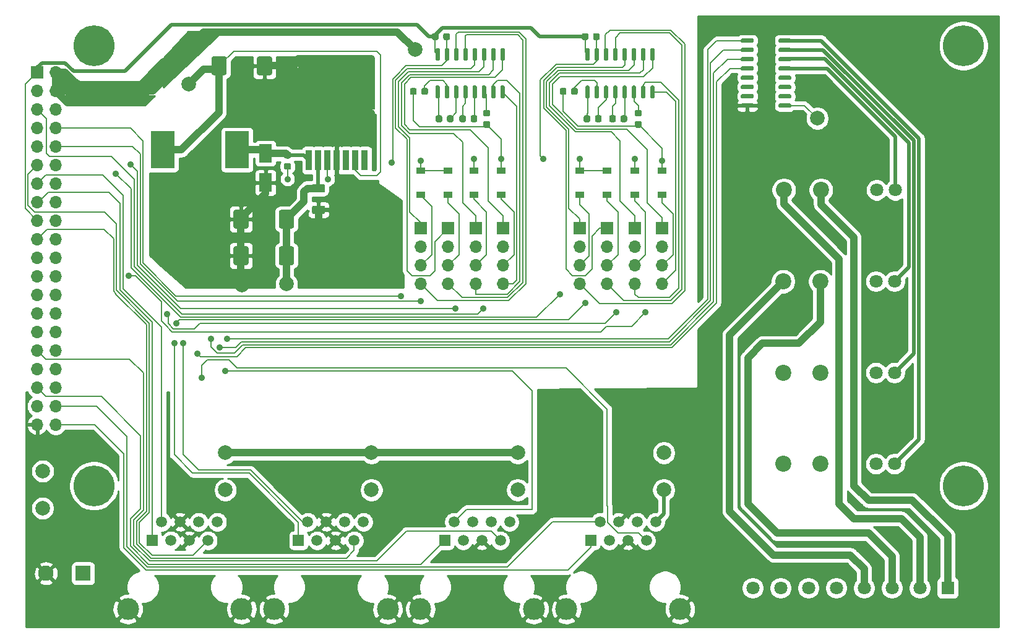
<source format=gtl>
G04 #@! TF.GenerationSoftware,KiCad,Pcbnew,5.1.9*
G04 #@! TF.CreationDate,2021-02-24T22:30:28+01:00*
G04 #@! TF.ProjectId,rpi_module,7270695f-6d6f-4647-956c-652e6b696361,rev?*
G04 #@! TF.SameCoordinates,Original*
G04 #@! TF.FileFunction,Copper,L1,Top*
G04 #@! TF.FilePolarity,Positive*
%FSLAX46Y46*%
G04 Gerber Fmt 4.6, Leading zero omitted, Abs format (unit mm)*
G04 Created by KiCad (PCBNEW 5.1.9) date 2021-02-24 22:30:28*
%MOMM*%
%LPD*%
G01*
G04 APERTURE LIST*
G04 #@! TA.AperFunction,SMDPad,CuDef*
%ADD10R,3.300000X5.100000*%
G04 #@! TD*
G04 #@! TA.AperFunction,ComponentPad*
%ADD11C,2.100000*%
G04 #@! TD*
G04 #@! TA.AperFunction,ComponentPad*
%ADD12R,2.100000X2.100000*%
G04 #@! TD*
G04 #@! TA.AperFunction,ComponentPad*
%ADD13C,1.800000*%
G04 #@! TD*
G04 #@! TA.AperFunction,ComponentPad*
%ADD14R,1.800000X1.800000*%
G04 #@! TD*
G04 #@! TA.AperFunction,ComponentPad*
%ADD15C,2.200000*%
G04 #@! TD*
G04 #@! TA.AperFunction,ComponentPad*
%ADD16C,5.600000*%
G04 #@! TD*
G04 #@! TA.AperFunction,SMDPad,CuDef*
%ADD17R,10.580000X6.840000*%
G04 #@! TD*
G04 #@! TA.AperFunction,SMDPad,CuDef*
%ADD18R,0.890000X2.790000*%
G04 #@! TD*
G04 #@! TA.AperFunction,ComponentPad*
%ADD19C,1.500000*%
G04 #@! TD*
G04 #@! TA.AperFunction,ComponentPad*
%ADD20C,3.000000*%
G04 #@! TD*
G04 #@! TA.AperFunction,ComponentPad*
%ADD21R,1.500000X1.500000*%
G04 #@! TD*
G04 #@! TA.AperFunction,ComponentPad*
%ADD22O,1.700000X1.700000*%
G04 #@! TD*
G04 #@! TA.AperFunction,ComponentPad*
%ADD23R,1.700000X1.700000*%
G04 #@! TD*
G04 #@! TA.AperFunction,ComponentPad*
%ADD24C,2.000000*%
G04 #@! TD*
G04 #@! TA.AperFunction,SMDPad,CuDef*
%ADD25R,1.200000X0.900000*%
G04 #@! TD*
G04 #@! TA.AperFunction,SMDPad,CuDef*
%ADD26R,1.800000X2.500000*%
G04 #@! TD*
G04 #@! TA.AperFunction,ViaPad*
%ADD27C,0.900000*%
G04 #@! TD*
G04 #@! TA.AperFunction,ViaPad*
%ADD28C,2.000000*%
G04 #@! TD*
G04 #@! TA.AperFunction,Conductor*
%ADD29C,0.200000*%
G04 #@! TD*
G04 #@! TA.AperFunction,Conductor*
%ADD30C,0.500000*%
G04 #@! TD*
G04 #@! TA.AperFunction,Conductor*
%ADD31C,1.000000*%
G04 #@! TD*
G04 #@! TA.AperFunction,Conductor*
%ADD32C,0.254000*%
G04 #@! TD*
G04 #@! TA.AperFunction,Conductor*
%ADD33C,0.150000*%
G04 #@! TD*
G04 APERTURE END LIST*
D10*
X219400000Y-83500000D03*
X229600000Y-83500000D03*
D11*
X203460000Y-141500000D03*
D12*
X208540000Y-141500000D03*
D13*
X300165000Y-143500000D03*
X303975000Y-143500000D03*
X307785000Y-143500000D03*
X311595000Y-143500000D03*
X315405000Y-143500000D03*
X319215000Y-143500000D03*
X323025000Y-143500000D03*
D14*
X326835000Y-143500000D03*
D13*
X319660000Y-89010500D03*
X317120000Y-89010500D03*
D15*
X304420000Y-89010500D03*
X309500000Y-89010500D03*
D13*
X319564500Y-101510500D03*
X317024500Y-101510500D03*
D15*
X304324500Y-101510500D03*
X309404500Y-101510500D03*
D13*
X319564500Y-114010500D03*
X317024500Y-114010500D03*
D15*
X304324500Y-114010500D03*
X309404500Y-114010500D03*
D13*
X319564500Y-126510500D03*
X317024500Y-126510500D03*
D15*
X304324500Y-126510500D03*
X309404500Y-126510500D03*
D16*
X329000000Y-129500000D03*
X329000000Y-69250000D03*
X210000000Y-69250000D03*
X210000000Y-129500000D03*
G04 #@! TA.AperFunction,SMDPad,CuDef*
G36*
G01*
X303700000Y-68705000D02*
X303700000Y-68405000D01*
G75*
G02*
X303850000Y-68255000I150000J0D01*
G01*
X305300000Y-68255000D01*
G75*
G02*
X305450000Y-68405000I0J-150000D01*
G01*
X305450000Y-68705000D01*
G75*
G02*
X305300000Y-68855000I-150000J0D01*
G01*
X303850000Y-68855000D01*
G75*
G02*
X303700000Y-68705000I0J150000D01*
G01*
G37*
G04 #@! TD.AperFunction*
G04 #@! TA.AperFunction,SMDPad,CuDef*
G36*
G01*
X303700000Y-69975000D02*
X303700000Y-69675000D01*
G75*
G02*
X303850000Y-69525000I150000J0D01*
G01*
X305300000Y-69525000D01*
G75*
G02*
X305450000Y-69675000I0J-150000D01*
G01*
X305450000Y-69975000D01*
G75*
G02*
X305300000Y-70125000I-150000J0D01*
G01*
X303850000Y-70125000D01*
G75*
G02*
X303700000Y-69975000I0J150000D01*
G01*
G37*
G04 #@! TD.AperFunction*
G04 #@! TA.AperFunction,SMDPad,CuDef*
G36*
G01*
X303700000Y-71245000D02*
X303700000Y-70945000D01*
G75*
G02*
X303850000Y-70795000I150000J0D01*
G01*
X305300000Y-70795000D01*
G75*
G02*
X305450000Y-70945000I0J-150000D01*
G01*
X305450000Y-71245000D01*
G75*
G02*
X305300000Y-71395000I-150000J0D01*
G01*
X303850000Y-71395000D01*
G75*
G02*
X303700000Y-71245000I0J150000D01*
G01*
G37*
G04 #@! TD.AperFunction*
G04 #@! TA.AperFunction,SMDPad,CuDef*
G36*
G01*
X303700000Y-72515000D02*
X303700000Y-72215000D01*
G75*
G02*
X303850000Y-72065000I150000J0D01*
G01*
X305300000Y-72065000D01*
G75*
G02*
X305450000Y-72215000I0J-150000D01*
G01*
X305450000Y-72515000D01*
G75*
G02*
X305300000Y-72665000I-150000J0D01*
G01*
X303850000Y-72665000D01*
G75*
G02*
X303700000Y-72515000I0J150000D01*
G01*
G37*
G04 #@! TD.AperFunction*
G04 #@! TA.AperFunction,SMDPad,CuDef*
G36*
G01*
X303700000Y-73785000D02*
X303700000Y-73485000D01*
G75*
G02*
X303850000Y-73335000I150000J0D01*
G01*
X305300000Y-73335000D01*
G75*
G02*
X305450000Y-73485000I0J-150000D01*
G01*
X305450000Y-73785000D01*
G75*
G02*
X305300000Y-73935000I-150000J0D01*
G01*
X303850000Y-73935000D01*
G75*
G02*
X303700000Y-73785000I0J150000D01*
G01*
G37*
G04 #@! TD.AperFunction*
G04 #@! TA.AperFunction,SMDPad,CuDef*
G36*
G01*
X303700000Y-75055000D02*
X303700000Y-74755000D01*
G75*
G02*
X303850000Y-74605000I150000J0D01*
G01*
X305300000Y-74605000D01*
G75*
G02*
X305450000Y-74755000I0J-150000D01*
G01*
X305450000Y-75055000D01*
G75*
G02*
X305300000Y-75205000I-150000J0D01*
G01*
X303850000Y-75205000D01*
G75*
G02*
X303700000Y-75055000I0J150000D01*
G01*
G37*
G04 #@! TD.AperFunction*
G04 #@! TA.AperFunction,SMDPad,CuDef*
G36*
G01*
X303700000Y-76325000D02*
X303700000Y-76025000D01*
G75*
G02*
X303850000Y-75875000I150000J0D01*
G01*
X305300000Y-75875000D01*
G75*
G02*
X305450000Y-76025000I0J-150000D01*
G01*
X305450000Y-76325000D01*
G75*
G02*
X305300000Y-76475000I-150000J0D01*
G01*
X303850000Y-76475000D01*
G75*
G02*
X303700000Y-76325000I0J150000D01*
G01*
G37*
G04 #@! TD.AperFunction*
G04 #@! TA.AperFunction,SMDPad,CuDef*
G36*
G01*
X303700000Y-77595000D02*
X303700000Y-77295000D01*
G75*
G02*
X303850000Y-77145000I150000J0D01*
G01*
X305300000Y-77145000D01*
G75*
G02*
X305450000Y-77295000I0J-150000D01*
G01*
X305450000Y-77595000D01*
G75*
G02*
X305300000Y-77745000I-150000J0D01*
G01*
X303850000Y-77745000D01*
G75*
G02*
X303700000Y-77595000I0J150000D01*
G01*
G37*
G04 #@! TD.AperFunction*
G04 #@! TA.AperFunction,SMDPad,CuDef*
G36*
G01*
X298550000Y-77595000D02*
X298550000Y-77295000D01*
G75*
G02*
X298700000Y-77145000I150000J0D01*
G01*
X300150000Y-77145000D01*
G75*
G02*
X300300000Y-77295000I0J-150000D01*
G01*
X300300000Y-77595000D01*
G75*
G02*
X300150000Y-77745000I-150000J0D01*
G01*
X298700000Y-77745000D01*
G75*
G02*
X298550000Y-77595000I0J150000D01*
G01*
G37*
G04 #@! TD.AperFunction*
G04 #@! TA.AperFunction,SMDPad,CuDef*
G36*
G01*
X298550000Y-76325000D02*
X298550000Y-76025000D01*
G75*
G02*
X298700000Y-75875000I150000J0D01*
G01*
X300150000Y-75875000D01*
G75*
G02*
X300300000Y-76025000I0J-150000D01*
G01*
X300300000Y-76325000D01*
G75*
G02*
X300150000Y-76475000I-150000J0D01*
G01*
X298700000Y-76475000D01*
G75*
G02*
X298550000Y-76325000I0J150000D01*
G01*
G37*
G04 #@! TD.AperFunction*
G04 #@! TA.AperFunction,SMDPad,CuDef*
G36*
G01*
X298550000Y-75055000D02*
X298550000Y-74755000D01*
G75*
G02*
X298700000Y-74605000I150000J0D01*
G01*
X300150000Y-74605000D01*
G75*
G02*
X300300000Y-74755000I0J-150000D01*
G01*
X300300000Y-75055000D01*
G75*
G02*
X300150000Y-75205000I-150000J0D01*
G01*
X298700000Y-75205000D01*
G75*
G02*
X298550000Y-75055000I0J150000D01*
G01*
G37*
G04 #@! TD.AperFunction*
G04 #@! TA.AperFunction,SMDPad,CuDef*
G36*
G01*
X298550000Y-73785000D02*
X298550000Y-73485000D01*
G75*
G02*
X298700000Y-73335000I150000J0D01*
G01*
X300150000Y-73335000D01*
G75*
G02*
X300300000Y-73485000I0J-150000D01*
G01*
X300300000Y-73785000D01*
G75*
G02*
X300150000Y-73935000I-150000J0D01*
G01*
X298700000Y-73935000D01*
G75*
G02*
X298550000Y-73785000I0J150000D01*
G01*
G37*
G04 #@! TD.AperFunction*
G04 #@! TA.AperFunction,SMDPad,CuDef*
G36*
G01*
X298550000Y-72515000D02*
X298550000Y-72215000D01*
G75*
G02*
X298700000Y-72065000I150000J0D01*
G01*
X300150000Y-72065000D01*
G75*
G02*
X300300000Y-72215000I0J-150000D01*
G01*
X300300000Y-72515000D01*
G75*
G02*
X300150000Y-72665000I-150000J0D01*
G01*
X298700000Y-72665000D01*
G75*
G02*
X298550000Y-72515000I0J150000D01*
G01*
G37*
G04 #@! TD.AperFunction*
G04 #@! TA.AperFunction,SMDPad,CuDef*
G36*
G01*
X298550000Y-71245000D02*
X298550000Y-70945000D01*
G75*
G02*
X298700000Y-70795000I150000J0D01*
G01*
X300150000Y-70795000D01*
G75*
G02*
X300300000Y-70945000I0J-150000D01*
G01*
X300300000Y-71245000D01*
G75*
G02*
X300150000Y-71395000I-150000J0D01*
G01*
X298700000Y-71395000D01*
G75*
G02*
X298550000Y-71245000I0J150000D01*
G01*
G37*
G04 #@! TD.AperFunction*
G04 #@! TA.AperFunction,SMDPad,CuDef*
G36*
G01*
X298550000Y-69975000D02*
X298550000Y-69675000D01*
G75*
G02*
X298700000Y-69525000I150000J0D01*
G01*
X300150000Y-69525000D01*
G75*
G02*
X300300000Y-69675000I0J-150000D01*
G01*
X300300000Y-69975000D01*
G75*
G02*
X300150000Y-70125000I-150000J0D01*
G01*
X298700000Y-70125000D01*
G75*
G02*
X298550000Y-69975000I0J150000D01*
G01*
G37*
G04 #@! TD.AperFunction*
G04 #@! TA.AperFunction,SMDPad,CuDef*
G36*
G01*
X298550000Y-68705000D02*
X298550000Y-68405000D01*
G75*
G02*
X298700000Y-68255000I150000J0D01*
G01*
X300150000Y-68255000D01*
G75*
G02*
X300300000Y-68405000I0J-150000D01*
G01*
X300300000Y-68705000D01*
G75*
G02*
X300150000Y-68855000I-150000J0D01*
G01*
X298700000Y-68855000D01*
G75*
G02*
X298550000Y-68705000I0J150000D01*
G01*
G37*
G04 #@! TD.AperFunction*
D17*
X243250000Y-74590000D03*
D18*
X247060000Y-84940000D03*
X245790000Y-84940000D03*
X244520000Y-84940000D03*
X243250000Y-84940000D03*
X241980000Y-84940000D03*
X240710000Y-84940000D03*
X239440000Y-84940000D03*
G04 #@! TA.AperFunction,SMDPad,CuDef*
G36*
G01*
X277705000Y-71300000D02*
X277405000Y-71300000D01*
G75*
G02*
X277255000Y-71150000I0J150000D01*
G01*
X277255000Y-69700000D01*
G75*
G02*
X277405000Y-69550000I150000J0D01*
G01*
X277705000Y-69550000D01*
G75*
G02*
X277855000Y-69700000I0J-150000D01*
G01*
X277855000Y-71150000D01*
G75*
G02*
X277705000Y-71300000I-150000J0D01*
G01*
G37*
G04 #@! TD.AperFunction*
G04 #@! TA.AperFunction,SMDPad,CuDef*
G36*
G01*
X278975000Y-71300000D02*
X278675000Y-71300000D01*
G75*
G02*
X278525000Y-71150000I0J150000D01*
G01*
X278525000Y-69700000D01*
G75*
G02*
X278675000Y-69550000I150000J0D01*
G01*
X278975000Y-69550000D01*
G75*
G02*
X279125000Y-69700000I0J-150000D01*
G01*
X279125000Y-71150000D01*
G75*
G02*
X278975000Y-71300000I-150000J0D01*
G01*
G37*
G04 #@! TD.AperFunction*
G04 #@! TA.AperFunction,SMDPad,CuDef*
G36*
G01*
X280245000Y-71300000D02*
X279945000Y-71300000D01*
G75*
G02*
X279795000Y-71150000I0J150000D01*
G01*
X279795000Y-69700000D01*
G75*
G02*
X279945000Y-69550000I150000J0D01*
G01*
X280245000Y-69550000D01*
G75*
G02*
X280395000Y-69700000I0J-150000D01*
G01*
X280395000Y-71150000D01*
G75*
G02*
X280245000Y-71300000I-150000J0D01*
G01*
G37*
G04 #@! TD.AperFunction*
G04 #@! TA.AperFunction,SMDPad,CuDef*
G36*
G01*
X281515000Y-71300000D02*
X281215000Y-71300000D01*
G75*
G02*
X281065000Y-71150000I0J150000D01*
G01*
X281065000Y-69700000D01*
G75*
G02*
X281215000Y-69550000I150000J0D01*
G01*
X281515000Y-69550000D01*
G75*
G02*
X281665000Y-69700000I0J-150000D01*
G01*
X281665000Y-71150000D01*
G75*
G02*
X281515000Y-71300000I-150000J0D01*
G01*
G37*
G04 #@! TD.AperFunction*
G04 #@! TA.AperFunction,SMDPad,CuDef*
G36*
G01*
X282785000Y-71300000D02*
X282485000Y-71300000D01*
G75*
G02*
X282335000Y-71150000I0J150000D01*
G01*
X282335000Y-69700000D01*
G75*
G02*
X282485000Y-69550000I150000J0D01*
G01*
X282785000Y-69550000D01*
G75*
G02*
X282935000Y-69700000I0J-150000D01*
G01*
X282935000Y-71150000D01*
G75*
G02*
X282785000Y-71300000I-150000J0D01*
G01*
G37*
G04 #@! TD.AperFunction*
G04 #@! TA.AperFunction,SMDPad,CuDef*
G36*
G01*
X284055000Y-71300000D02*
X283755000Y-71300000D01*
G75*
G02*
X283605000Y-71150000I0J150000D01*
G01*
X283605000Y-69700000D01*
G75*
G02*
X283755000Y-69550000I150000J0D01*
G01*
X284055000Y-69550000D01*
G75*
G02*
X284205000Y-69700000I0J-150000D01*
G01*
X284205000Y-71150000D01*
G75*
G02*
X284055000Y-71300000I-150000J0D01*
G01*
G37*
G04 #@! TD.AperFunction*
G04 #@! TA.AperFunction,SMDPad,CuDef*
G36*
G01*
X285325000Y-71300000D02*
X285025000Y-71300000D01*
G75*
G02*
X284875000Y-71150000I0J150000D01*
G01*
X284875000Y-69700000D01*
G75*
G02*
X285025000Y-69550000I150000J0D01*
G01*
X285325000Y-69550000D01*
G75*
G02*
X285475000Y-69700000I0J-150000D01*
G01*
X285475000Y-71150000D01*
G75*
G02*
X285325000Y-71300000I-150000J0D01*
G01*
G37*
G04 #@! TD.AperFunction*
G04 #@! TA.AperFunction,SMDPad,CuDef*
G36*
G01*
X286595000Y-71300000D02*
X286295000Y-71300000D01*
G75*
G02*
X286145000Y-71150000I0J150000D01*
G01*
X286145000Y-69700000D01*
G75*
G02*
X286295000Y-69550000I150000J0D01*
G01*
X286595000Y-69550000D01*
G75*
G02*
X286745000Y-69700000I0J-150000D01*
G01*
X286745000Y-71150000D01*
G75*
G02*
X286595000Y-71300000I-150000J0D01*
G01*
G37*
G04 #@! TD.AperFunction*
G04 #@! TA.AperFunction,SMDPad,CuDef*
G36*
G01*
X286595000Y-76450000D02*
X286295000Y-76450000D01*
G75*
G02*
X286145000Y-76300000I0J150000D01*
G01*
X286145000Y-74850000D01*
G75*
G02*
X286295000Y-74700000I150000J0D01*
G01*
X286595000Y-74700000D01*
G75*
G02*
X286745000Y-74850000I0J-150000D01*
G01*
X286745000Y-76300000D01*
G75*
G02*
X286595000Y-76450000I-150000J0D01*
G01*
G37*
G04 #@! TD.AperFunction*
G04 #@! TA.AperFunction,SMDPad,CuDef*
G36*
G01*
X285325000Y-76450000D02*
X285025000Y-76450000D01*
G75*
G02*
X284875000Y-76300000I0J150000D01*
G01*
X284875000Y-74850000D01*
G75*
G02*
X285025000Y-74700000I150000J0D01*
G01*
X285325000Y-74700000D01*
G75*
G02*
X285475000Y-74850000I0J-150000D01*
G01*
X285475000Y-76300000D01*
G75*
G02*
X285325000Y-76450000I-150000J0D01*
G01*
G37*
G04 #@! TD.AperFunction*
G04 #@! TA.AperFunction,SMDPad,CuDef*
G36*
G01*
X284055000Y-76450000D02*
X283755000Y-76450000D01*
G75*
G02*
X283605000Y-76300000I0J150000D01*
G01*
X283605000Y-74850000D01*
G75*
G02*
X283755000Y-74700000I150000J0D01*
G01*
X284055000Y-74700000D01*
G75*
G02*
X284205000Y-74850000I0J-150000D01*
G01*
X284205000Y-76300000D01*
G75*
G02*
X284055000Y-76450000I-150000J0D01*
G01*
G37*
G04 #@! TD.AperFunction*
G04 #@! TA.AperFunction,SMDPad,CuDef*
G36*
G01*
X282785000Y-76450000D02*
X282485000Y-76450000D01*
G75*
G02*
X282335000Y-76300000I0J150000D01*
G01*
X282335000Y-74850000D01*
G75*
G02*
X282485000Y-74700000I150000J0D01*
G01*
X282785000Y-74700000D01*
G75*
G02*
X282935000Y-74850000I0J-150000D01*
G01*
X282935000Y-76300000D01*
G75*
G02*
X282785000Y-76450000I-150000J0D01*
G01*
G37*
G04 #@! TD.AperFunction*
G04 #@! TA.AperFunction,SMDPad,CuDef*
G36*
G01*
X281515000Y-76450000D02*
X281215000Y-76450000D01*
G75*
G02*
X281065000Y-76300000I0J150000D01*
G01*
X281065000Y-74850000D01*
G75*
G02*
X281215000Y-74700000I150000J0D01*
G01*
X281515000Y-74700000D01*
G75*
G02*
X281665000Y-74850000I0J-150000D01*
G01*
X281665000Y-76300000D01*
G75*
G02*
X281515000Y-76450000I-150000J0D01*
G01*
G37*
G04 #@! TD.AperFunction*
G04 #@! TA.AperFunction,SMDPad,CuDef*
G36*
G01*
X280245000Y-76450000D02*
X279945000Y-76450000D01*
G75*
G02*
X279795000Y-76300000I0J150000D01*
G01*
X279795000Y-74850000D01*
G75*
G02*
X279945000Y-74700000I150000J0D01*
G01*
X280245000Y-74700000D01*
G75*
G02*
X280395000Y-74850000I0J-150000D01*
G01*
X280395000Y-76300000D01*
G75*
G02*
X280245000Y-76450000I-150000J0D01*
G01*
G37*
G04 #@! TD.AperFunction*
G04 #@! TA.AperFunction,SMDPad,CuDef*
G36*
G01*
X278975000Y-76450000D02*
X278675000Y-76450000D01*
G75*
G02*
X278525000Y-76300000I0J150000D01*
G01*
X278525000Y-74850000D01*
G75*
G02*
X278675000Y-74700000I150000J0D01*
G01*
X278975000Y-74700000D01*
G75*
G02*
X279125000Y-74850000I0J-150000D01*
G01*
X279125000Y-76300000D01*
G75*
G02*
X278975000Y-76450000I-150000J0D01*
G01*
G37*
G04 #@! TD.AperFunction*
G04 #@! TA.AperFunction,SMDPad,CuDef*
G36*
G01*
X277705000Y-76450000D02*
X277405000Y-76450000D01*
G75*
G02*
X277255000Y-76300000I0J150000D01*
G01*
X277255000Y-74850000D01*
G75*
G02*
X277405000Y-74700000I150000J0D01*
G01*
X277705000Y-74700000D01*
G75*
G02*
X277855000Y-74850000I0J-150000D01*
G01*
X277855000Y-76300000D01*
G75*
G02*
X277705000Y-76450000I-150000J0D01*
G01*
G37*
G04 #@! TD.AperFunction*
G04 #@! TA.AperFunction,SMDPad,CuDef*
G36*
G01*
X257205000Y-71300000D02*
X256905000Y-71300000D01*
G75*
G02*
X256755000Y-71150000I0J150000D01*
G01*
X256755000Y-69700000D01*
G75*
G02*
X256905000Y-69550000I150000J0D01*
G01*
X257205000Y-69550000D01*
G75*
G02*
X257355000Y-69700000I0J-150000D01*
G01*
X257355000Y-71150000D01*
G75*
G02*
X257205000Y-71300000I-150000J0D01*
G01*
G37*
G04 #@! TD.AperFunction*
G04 #@! TA.AperFunction,SMDPad,CuDef*
G36*
G01*
X258475000Y-71300000D02*
X258175000Y-71300000D01*
G75*
G02*
X258025000Y-71150000I0J150000D01*
G01*
X258025000Y-69700000D01*
G75*
G02*
X258175000Y-69550000I150000J0D01*
G01*
X258475000Y-69550000D01*
G75*
G02*
X258625000Y-69700000I0J-150000D01*
G01*
X258625000Y-71150000D01*
G75*
G02*
X258475000Y-71300000I-150000J0D01*
G01*
G37*
G04 #@! TD.AperFunction*
G04 #@! TA.AperFunction,SMDPad,CuDef*
G36*
G01*
X259745000Y-71300000D02*
X259445000Y-71300000D01*
G75*
G02*
X259295000Y-71150000I0J150000D01*
G01*
X259295000Y-69700000D01*
G75*
G02*
X259445000Y-69550000I150000J0D01*
G01*
X259745000Y-69550000D01*
G75*
G02*
X259895000Y-69700000I0J-150000D01*
G01*
X259895000Y-71150000D01*
G75*
G02*
X259745000Y-71300000I-150000J0D01*
G01*
G37*
G04 #@! TD.AperFunction*
G04 #@! TA.AperFunction,SMDPad,CuDef*
G36*
G01*
X261015000Y-71300000D02*
X260715000Y-71300000D01*
G75*
G02*
X260565000Y-71150000I0J150000D01*
G01*
X260565000Y-69700000D01*
G75*
G02*
X260715000Y-69550000I150000J0D01*
G01*
X261015000Y-69550000D01*
G75*
G02*
X261165000Y-69700000I0J-150000D01*
G01*
X261165000Y-71150000D01*
G75*
G02*
X261015000Y-71300000I-150000J0D01*
G01*
G37*
G04 #@! TD.AperFunction*
G04 #@! TA.AperFunction,SMDPad,CuDef*
G36*
G01*
X262285000Y-71300000D02*
X261985000Y-71300000D01*
G75*
G02*
X261835000Y-71150000I0J150000D01*
G01*
X261835000Y-69700000D01*
G75*
G02*
X261985000Y-69550000I150000J0D01*
G01*
X262285000Y-69550000D01*
G75*
G02*
X262435000Y-69700000I0J-150000D01*
G01*
X262435000Y-71150000D01*
G75*
G02*
X262285000Y-71300000I-150000J0D01*
G01*
G37*
G04 #@! TD.AperFunction*
G04 #@! TA.AperFunction,SMDPad,CuDef*
G36*
G01*
X263555000Y-71300000D02*
X263255000Y-71300000D01*
G75*
G02*
X263105000Y-71150000I0J150000D01*
G01*
X263105000Y-69700000D01*
G75*
G02*
X263255000Y-69550000I150000J0D01*
G01*
X263555000Y-69550000D01*
G75*
G02*
X263705000Y-69700000I0J-150000D01*
G01*
X263705000Y-71150000D01*
G75*
G02*
X263555000Y-71300000I-150000J0D01*
G01*
G37*
G04 #@! TD.AperFunction*
G04 #@! TA.AperFunction,SMDPad,CuDef*
G36*
G01*
X264825000Y-71300000D02*
X264525000Y-71300000D01*
G75*
G02*
X264375000Y-71150000I0J150000D01*
G01*
X264375000Y-69700000D01*
G75*
G02*
X264525000Y-69550000I150000J0D01*
G01*
X264825000Y-69550000D01*
G75*
G02*
X264975000Y-69700000I0J-150000D01*
G01*
X264975000Y-71150000D01*
G75*
G02*
X264825000Y-71300000I-150000J0D01*
G01*
G37*
G04 #@! TD.AperFunction*
G04 #@! TA.AperFunction,SMDPad,CuDef*
G36*
G01*
X266095000Y-71300000D02*
X265795000Y-71300000D01*
G75*
G02*
X265645000Y-71150000I0J150000D01*
G01*
X265645000Y-69700000D01*
G75*
G02*
X265795000Y-69550000I150000J0D01*
G01*
X266095000Y-69550000D01*
G75*
G02*
X266245000Y-69700000I0J-150000D01*
G01*
X266245000Y-71150000D01*
G75*
G02*
X266095000Y-71300000I-150000J0D01*
G01*
G37*
G04 #@! TD.AperFunction*
G04 #@! TA.AperFunction,SMDPad,CuDef*
G36*
G01*
X266095000Y-76450000D02*
X265795000Y-76450000D01*
G75*
G02*
X265645000Y-76300000I0J150000D01*
G01*
X265645000Y-74850000D01*
G75*
G02*
X265795000Y-74700000I150000J0D01*
G01*
X266095000Y-74700000D01*
G75*
G02*
X266245000Y-74850000I0J-150000D01*
G01*
X266245000Y-76300000D01*
G75*
G02*
X266095000Y-76450000I-150000J0D01*
G01*
G37*
G04 #@! TD.AperFunction*
G04 #@! TA.AperFunction,SMDPad,CuDef*
G36*
G01*
X264825000Y-76450000D02*
X264525000Y-76450000D01*
G75*
G02*
X264375000Y-76300000I0J150000D01*
G01*
X264375000Y-74850000D01*
G75*
G02*
X264525000Y-74700000I150000J0D01*
G01*
X264825000Y-74700000D01*
G75*
G02*
X264975000Y-74850000I0J-150000D01*
G01*
X264975000Y-76300000D01*
G75*
G02*
X264825000Y-76450000I-150000J0D01*
G01*
G37*
G04 #@! TD.AperFunction*
G04 #@! TA.AperFunction,SMDPad,CuDef*
G36*
G01*
X263555000Y-76450000D02*
X263255000Y-76450000D01*
G75*
G02*
X263105000Y-76300000I0J150000D01*
G01*
X263105000Y-74850000D01*
G75*
G02*
X263255000Y-74700000I150000J0D01*
G01*
X263555000Y-74700000D01*
G75*
G02*
X263705000Y-74850000I0J-150000D01*
G01*
X263705000Y-76300000D01*
G75*
G02*
X263555000Y-76450000I-150000J0D01*
G01*
G37*
G04 #@! TD.AperFunction*
G04 #@! TA.AperFunction,SMDPad,CuDef*
G36*
G01*
X262285000Y-76450000D02*
X261985000Y-76450000D01*
G75*
G02*
X261835000Y-76300000I0J150000D01*
G01*
X261835000Y-74850000D01*
G75*
G02*
X261985000Y-74700000I150000J0D01*
G01*
X262285000Y-74700000D01*
G75*
G02*
X262435000Y-74850000I0J-150000D01*
G01*
X262435000Y-76300000D01*
G75*
G02*
X262285000Y-76450000I-150000J0D01*
G01*
G37*
G04 #@! TD.AperFunction*
G04 #@! TA.AperFunction,SMDPad,CuDef*
G36*
G01*
X261015000Y-76450000D02*
X260715000Y-76450000D01*
G75*
G02*
X260565000Y-76300000I0J150000D01*
G01*
X260565000Y-74850000D01*
G75*
G02*
X260715000Y-74700000I150000J0D01*
G01*
X261015000Y-74700000D01*
G75*
G02*
X261165000Y-74850000I0J-150000D01*
G01*
X261165000Y-76300000D01*
G75*
G02*
X261015000Y-76450000I-150000J0D01*
G01*
G37*
G04 #@! TD.AperFunction*
G04 #@! TA.AperFunction,SMDPad,CuDef*
G36*
G01*
X259745000Y-76450000D02*
X259445000Y-76450000D01*
G75*
G02*
X259295000Y-76300000I0J150000D01*
G01*
X259295000Y-74850000D01*
G75*
G02*
X259445000Y-74700000I150000J0D01*
G01*
X259745000Y-74700000D01*
G75*
G02*
X259895000Y-74850000I0J-150000D01*
G01*
X259895000Y-76300000D01*
G75*
G02*
X259745000Y-76450000I-150000J0D01*
G01*
G37*
G04 #@! TD.AperFunction*
G04 #@! TA.AperFunction,SMDPad,CuDef*
G36*
G01*
X258475000Y-76450000D02*
X258175000Y-76450000D01*
G75*
G02*
X258025000Y-76300000I0J150000D01*
G01*
X258025000Y-74850000D01*
G75*
G02*
X258175000Y-74700000I150000J0D01*
G01*
X258475000Y-74700000D01*
G75*
G02*
X258625000Y-74850000I0J-150000D01*
G01*
X258625000Y-76300000D01*
G75*
G02*
X258475000Y-76450000I-150000J0D01*
G01*
G37*
G04 #@! TD.AperFunction*
G04 #@! TA.AperFunction,SMDPad,CuDef*
G36*
G01*
X257205000Y-76450000D02*
X256905000Y-76450000D01*
G75*
G02*
X256755000Y-76300000I0J150000D01*
G01*
X256755000Y-74850000D01*
G75*
G02*
X256905000Y-74700000I150000J0D01*
G01*
X257205000Y-74700000D01*
G75*
G02*
X257355000Y-74850000I0J-150000D01*
G01*
X257355000Y-76300000D01*
G75*
G02*
X257205000Y-76450000I-150000J0D01*
G01*
G37*
G04 #@! TD.AperFunction*
D19*
X284350000Y-134460000D03*
X286890000Y-134460000D03*
D20*
X274675000Y-146400000D03*
D19*
X279270000Y-134460000D03*
D21*
X278000000Y-137000000D03*
D19*
X285620000Y-137000000D03*
X281810000Y-134460000D03*
X283080000Y-137000000D03*
X280540000Y-137000000D03*
D20*
X290215000Y-146400000D03*
D19*
X264350000Y-134460000D03*
X266890000Y-134460000D03*
D20*
X254675000Y-146400000D03*
D19*
X259270000Y-134460000D03*
D21*
X258000000Y-137000000D03*
D19*
X265620000Y-137000000D03*
X261810000Y-134460000D03*
X263080000Y-137000000D03*
X260540000Y-137000000D03*
D20*
X270215000Y-146400000D03*
D19*
X244350000Y-134460000D03*
X246890000Y-134460000D03*
D20*
X234675000Y-146400000D03*
D19*
X239270000Y-134460000D03*
D21*
X238000000Y-137000000D03*
D19*
X245620000Y-137000000D03*
X241810000Y-134460000D03*
X243080000Y-137000000D03*
X240540000Y-137000000D03*
D20*
X250215000Y-146400000D03*
D19*
X224350000Y-134460000D03*
X226890000Y-134460000D03*
D20*
X214675000Y-146400000D03*
D19*
X219270000Y-134460000D03*
D21*
X218000000Y-137000000D03*
D19*
X225620000Y-137000000D03*
X221810000Y-134460000D03*
X223080000Y-137000000D03*
X220540000Y-137000000D03*
D20*
X230215000Y-146400000D03*
D22*
X287750000Y-101870000D03*
X287750000Y-99330000D03*
X287750000Y-96790000D03*
D23*
X287750000Y-94250000D03*
D22*
X284000000Y-101870000D03*
X284000000Y-99330000D03*
X284000000Y-96790000D03*
D23*
X284000000Y-94250000D03*
D22*
X280250000Y-101870000D03*
X280250000Y-99330000D03*
X280250000Y-96790000D03*
D23*
X280250000Y-94250000D03*
D22*
X276500000Y-101870000D03*
X276500000Y-99330000D03*
X276500000Y-96790000D03*
D23*
X276500000Y-94250000D03*
D22*
X266000000Y-101870000D03*
X266000000Y-99330000D03*
X266000000Y-96790000D03*
D23*
X266000000Y-94250000D03*
D22*
X262250000Y-101870000D03*
X262250000Y-99330000D03*
X262250000Y-96790000D03*
D23*
X262250000Y-94250000D03*
D22*
X258500000Y-101870000D03*
X258500000Y-99330000D03*
X258500000Y-96790000D03*
D23*
X258500000Y-94250000D03*
D22*
X254750000Y-101870000D03*
X254750000Y-99330000D03*
X254750000Y-96790000D03*
D23*
X254750000Y-94250000D03*
D24*
X287990000Y-130080000D03*
X288000000Y-125000000D03*
X267990000Y-130080000D03*
X268000000Y-125000000D03*
X247990000Y-130080000D03*
X248000000Y-125000000D03*
X227990000Y-130080000D03*
X228000000Y-125000000D03*
X217920000Y-74490000D03*
X223000000Y-74500000D03*
X202990000Y-132580000D03*
X203000000Y-127500000D03*
D25*
X287750000Y-86350000D03*
X287750000Y-89650000D03*
X284000000Y-86350000D03*
X284000000Y-89650000D03*
X280250000Y-86350000D03*
X280250000Y-89650000D03*
X276500000Y-86350000D03*
X276500000Y-89650000D03*
X265750000Y-86350000D03*
X265750000Y-89650000D03*
X262000000Y-86350000D03*
X262000000Y-89650000D03*
X258500000Y-86350000D03*
X258500000Y-89650000D03*
X254750000Y-86350000D03*
X254750000Y-89650000D03*
D26*
X233500000Y-88000000D03*
X233500000Y-84000000D03*
G04 #@! TA.AperFunction,SMDPad,CuDef*
G36*
G01*
X232325000Y-73025000D02*
X232325000Y-70975000D01*
G75*
G02*
X232575000Y-70725000I250000J0D01*
G01*
X234150000Y-70725000D01*
G75*
G02*
X234400000Y-70975000I0J-250000D01*
G01*
X234400000Y-73025000D01*
G75*
G02*
X234150000Y-73275000I-250000J0D01*
G01*
X232575000Y-73275000D01*
G75*
G02*
X232325000Y-73025000I0J250000D01*
G01*
G37*
G04 #@! TD.AperFunction*
G04 #@! TA.AperFunction,SMDPad,CuDef*
G36*
G01*
X226100000Y-73025000D02*
X226100000Y-70975000D01*
G75*
G02*
X226350000Y-70725000I250000J0D01*
G01*
X227925000Y-70725000D01*
G75*
G02*
X228175000Y-70975000I0J-250000D01*
G01*
X228175000Y-73025000D01*
G75*
G02*
X227925000Y-73275000I-250000J0D01*
G01*
X226350000Y-73275000D01*
G75*
G02*
X226100000Y-73025000I0J250000D01*
G01*
G37*
G04 #@! TD.AperFunction*
G04 #@! TA.AperFunction,SMDPad,CuDef*
G36*
G01*
X236250000Y-85325000D02*
X236750000Y-85325000D01*
G75*
G02*
X236975000Y-85550000I0J-225000D01*
G01*
X236975000Y-86000000D01*
G75*
G02*
X236750000Y-86225000I-225000J0D01*
G01*
X236250000Y-86225000D01*
G75*
G02*
X236025000Y-86000000I0J225000D01*
G01*
X236025000Y-85550000D01*
G75*
G02*
X236250000Y-85325000I225000J0D01*
G01*
G37*
G04 #@! TD.AperFunction*
G04 #@! TA.AperFunction,SMDPad,CuDef*
G36*
G01*
X236250000Y-83775000D02*
X236750000Y-83775000D01*
G75*
G02*
X236975000Y-84000000I0J-225000D01*
G01*
X236975000Y-84450000D01*
G75*
G02*
X236750000Y-84675000I-225000J0D01*
G01*
X236250000Y-84675000D01*
G75*
G02*
X236025000Y-84450000I0J225000D01*
G01*
X236025000Y-84000000D01*
G75*
G02*
X236250000Y-83775000I225000J0D01*
G01*
G37*
G04 #@! TD.AperFunction*
G04 #@! TA.AperFunction,SMDPad,CuDef*
G36*
G01*
X241400001Y-89350000D02*
X240099999Y-89350000D01*
G75*
G02*
X239850000Y-89100001I0J249999D01*
G01*
X239850000Y-88449999D01*
G75*
G02*
X240099999Y-88200000I249999J0D01*
G01*
X241400001Y-88200000D01*
G75*
G02*
X241650000Y-88449999I0J-249999D01*
G01*
X241650000Y-89100001D01*
G75*
G02*
X241400001Y-89350000I-249999J0D01*
G01*
G37*
G04 #@! TD.AperFunction*
G04 #@! TA.AperFunction,SMDPad,CuDef*
G36*
G01*
X241400001Y-92300000D02*
X240099999Y-92300000D01*
G75*
G02*
X239850000Y-92050001I0J249999D01*
G01*
X239850000Y-91399999D01*
G75*
G02*
X240099999Y-91150000I249999J0D01*
G01*
X241400001Y-91150000D01*
G75*
G02*
X241650000Y-91399999I0J-249999D01*
G01*
X241650000Y-92050001D01*
G75*
G02*
X241400001Y-92300000I-249999J0D01*
G01*
G37*
G04 #@! TD.AperFunction*
G04 #@! TA.AperFunction,SMDPad,CuDef*
G36*
G01*
X231175000Y-91975000D02*
X231175000Y-94025000D01*
G75*
G02*
X230925000Y-94275000I-250000J0D01*
G01*
X229350000Y-94275000D01*
G75*
G02*
X229100000Y-94025000I0J250000D01*
G01*
X229100000Y-91975000D01*
G75*
G02*
X229350000Y-91725000I250000J0D01*
G01*
X230925000Y-91725000D01*
G75*
G02*
X231175000Y-91975000I0J-250000D01*
G01*
G37*
G04 #@! TD.AperFunction*
G04 #@! TA.AperFunction,SMDPad,CuDef*
G36*
G01*
X237400000Y-91975000D02*
X237400000Y-94025000D01*
G75*
G02*
X237150000Y-94275000I-250000J0D01*
G01*
X235575000Y-94275000D01*
G75*
G02*
X235325000Y-94025000I0J250000D01*
G01*
X235325000Y-91975000D01*
G75*
G02*
X235575000Y-91725000I250000J0D01*
G01*
X237150000Y-91725000D01*
G75*
G02*
X237400000Y-91975000I0J-250000D01*
G01*
G37*
G04 #@! TD.AperFunction*
G04 #@! TA.AperFunction,SMDPad,CuDef*
G36*
G01*
X231175000Y-96975000D02*
X231175000Y-99025000D01*
G75*
G02*
X230925000Y-99275000I-250000J0D01*
G01*
X229350000Y-99275000D01*
G75*
G02*
X229100000Y-99025000I0J250000D01*
G01*
X229100000Y-96975000D01*
G75*
G02*
X229350000Y-96725000I250000J0D01*
G01*
X230925000Y-96725000D01*
G75*
G02*
X231175000Y-96975000I0J-250000D01*
G01*
G37*
G04 #@! TD.AperFunction*
G04 #@! TA.AperFunction,SMDPad,CuDef*
G36*
G01*
X237400000Y-96975000D02*
X237400000Y-99025000D01*
G75*
G02*
X237150000Y-99275000I-250000J0D01*
G01*
X235575000Y-99275000D01*
G75*
G02*
X235325000Y-99025000I0J250000D01*
G01*
X235325000Y-96975000D01*
G75*
G02*
X235575000Y-96725000I250000J0D01*
G01*
X237150000Y-96725000D01*
G75*
G02*
X237400000Y-96975000I0J-250000D01*
G01*
G37*
G04 #@! TD.AperFunction*
G04 #@! TA.AperFunction,SMDPad,CuDef*
G36*
G01*
X277675000Y-67750000D02*
X277675000Y-68250000D01*
G75*
G02*
X277450000Y-68475000I-225000J0D01*
G01*
X277000000Y-68475000D01*
G75*
G02*
X276775000Y-68250000I0J225000D01*
G01*
X276775000Y-67750000D01*
G75*
G02*
X277000000Y-67525000I225000J0D01*
G01*
X277450000Y-67525000D01*
G75*
G02*
X277675000Y-67750000I0J-225000D01*
G01*
G37*
G04 #@! TD.AperFunction*
G04 #@! TA.AperFunction,SMDPad,CuDef*
G36*
G01*
X279225000Y-67750000D02*
X279225000Y-68250000D01*
G75*
G02*
X279000000Y-68475000I-225000J0D01*
G01*
X278550000Y-68475000D01*
G75*
G02*
X278325000Y-68250000I0J225000D01*
G01*
X278325000Y-67750000D01*
G75*
G02*
X278550000Y-67525000I225000J0D01*
G01*
X279000000Y-67525000D01*
G75*
G02*
X279225000Y-67750000I0J-225000D01*
G01*
G37*
G04 #@! TD.AperFunction*
G04 #@! TA.AperFunction,SMDPad,CuDef*
G36*
G01*
X284750000Y-78925000D02*
X284250000Y-78925000D01*
G75*
G02*
X284025000Y-78700000I0J225000D01*
G01*
X284025000Y-78250000D01*
G75*
G02*
X284250000Y-78025000I225000J0D01*
G01*
X284750000Y-78025000D01*
G75*
G02*
X284975000Y-78250000I0J-225000D01*
G01*
X284975000Y-78700000D01*
G75*
G02*
X284750000Y-78925000I-225000J0D01*
G01*
G37*
G04 #@! TD.AperFunction*
G04 #@! TA.AperFunction,SMDPad,CuDef*
G36*
G01*
X284750000Y-80475000D02*
X284250000Y-80475000D01*
G75*
G02*
X284025000Y-80250000I0J225000D01*
G01*
X284025000Y-79800000D01*
G75*
G02*
X284250000Y-79575000I225000J0D01*
G01*
X284750000Y-79575000D01*
G75*
G02*
X284975000Y-79800000I0J-225000D01*
G01*
X284975000Y-80250000D01*
G75*
G02*
X284750000Y-80475000I-225000J0D01*
G01*
G37*
G04 #@! TD.AperFunction*
G04 #@! TA.AperFunction,SMDPad,CuDef*
G36*
G01*
X275325000Y-75750000D02*
X275325000Y-75250000D01*
G75*
G02*
X275550000Y-75025000I225000J0D01*
G01*
X276000000Y-75025000D01*
G75*
G02*
X276225000Y-75250000I0J-225000D01*
G01*
X276225000Y-75750000D01*
G75*
G02*
X276000000Y-75975000I-225000J0D01*
G01*
X275550000Y-75975000D01*
G75*
G02*
X275325000Y-75750000I0J225000D01*
G01*
G37*
G04 #@! TD.AperFunction*
G04 #@! TA.AperFunction,SMDPad,CuDef*
G36*
G01*
X273775000Y-75750000D02*
X273775000Y-75250000D01*
G75*
G02*
X274000000Y-75025000I225000J0D01*
G01*
X274450000Y-75025000D01*
G75*
G02*
X274675000Y-75250000I0J-225000D01*
G01*
X274675000Y-75750000D01*
G75*
G02*
X274450000Y-75975000I-225000J0D01*
G01*
X274000000Y-75975000D01*
G75*
G02*
X273775000Y-75750000I0J225000D01*
G01*
G37*
G04 #@! TD.AperFunction*
G04 #@! TA.AperFunction,SMDPad,CuDef*
G36*
G01*
X282075000Y-79500000D02*
X282075000Y-79000000D01*
G75*
G02*
X282300000Y-78775000I225000J0D01*
G01*
X282750000Y-78775000D01*
G75*
G02*
X282975000Y-79000000I0J-225000D01*
G01*
X282975000Y-79500000D01*
G75*
G02*
X282750000Y-79725000I-225000J0D01*
G01*
X282300000Y-79725000D01*
G75*
G02*
X282075000Y-79500000I0J225000D01*
G01*
G37*
G04 #@! TD.AperFunction*
G04 #@! TA.AperFunction,SMDPad,CuDef*
G36*
G01*
X280525000Y-79500000D02*
X280525000Y-79000000D01*
G75*
G02*
X280750000Y-78775000I225000J0D01*
G01*
X281200000Y-78775000D01*
G75*
G02*
X281425000Y-79000000I0J-225000D01*
G01*
X281425000Y-79500000D01*
G75*
G02*
X281200000Y-79725000I-225000J0D01*
G01*
X280750000Y-79725000D01*
G75*
G02*
X280525000Y-79500000I0J225000D01*
G01*
G37*
G04 #@! TD.AperFunction*
G04 #@! TA.AperFunction,SMDPad,CuDef*
G36*
G01*
X278575000Y-79500000D02*
X278575000Y-79000000D01*
G75*
G02*
X278800000Y-78775000I225000J0D01*
G01*
X279250000Y-78775000D01*
G75*
G02*
X279475000Y-79000000I0J-225000D01*
G01*
X279475000Y-79500000D01*
G75*
G02*
X279250000Y-79725000I-225000J0D01*
G01*
X278800000Y-79725000D01*
G75*
G02*
X278575000Y-79500000I0J225000D01*
G01*
G37*
G04 #@! TD.AperFunction*
G04 #@! TA.AperFunction,SMDPad,CuDef*
G36*
G01*
X277025000Y-79500000D02*
X277025000Y-79000000D01*
G75*
G02*
X277250000Y-78775000I225000J0D01*
G01*
X277700000Y-78775000D01*
G75*
G02*
X277925000Y-79000000I0J-225000D01*
G01*
X277925000Y-79500000D01*
G75*
G02*
X277700000Y-79725000I-225000J0D01*
G01*
X277250000Y-79725000D01*
G75*
G02*
X277025000Y-79500000I0J225000D01*
G01*
G37*
G04 #@! TD.AperFunction*
G04 #@! TA.AperFunction,SMDPad,CuDef*
G36*
G01*
X257175000Y-67750000D02*
X257175000Y-68250000D01*
G75*
G02*
X256950000Y-68475000I-225000J0D01*
G01*
X256500000Y-68475000D01*
G75*
G02*
X256275000Y-68250000I0J225000D01*
G01*
X256275000Y-67750000D01*
G75*
G02*
X256500000Y-67525000I225000J0D01*
G01*
X256950000Y-67525000D01*
G75*
G02*
X257175000Y-67750000I0J-225000D01*
G01*
G37*
G04 #@! TD.AperFunction*
G04 #@! TA.AperFunction,SMDPad,CuDef*
G36*
G01*
X258725000Y-67750000D02*
X258725000Y-68250000D01*
G75*
G02*
X258500000Y-68475000I-225000J0D01*
G01*
X258050000Y-68475000D01*
G75*
G02*
X257825000Y-68250000I0J225000D01*
G01*
X257825000Y-67750000D01*
G75*
G02*
X258050000Y-67525000I225000J0D01*
G01*
X258500000Y-67525000D01*
G75*
G02*
X258725000Y-67750000I0J-225000D01*
G01*
G37*
G04 #@! TD.AperFunction*
G04 #@! TA.AperFunction,SMDPad,CuDef*
G36*
G01*
X264000000Y-78925000D02*
X263500000Y-78925000D01*
G75*
G02*
X263275000Y-78700000I0J225000D01*
G01*
X263275000Y-78250000D01*
G75*
G02*
X263500000Y-78025000I225000J0D01*
G01*
X264000000Y-78025000D01*
G75*
G02*
X264225000Y-78250000I0J-225000D01*
G01*
X264225000Y-78700000D01*
G75*
G02*
X264000000Y-78925000I-225000J0D01*
G01*
G37*
G04 #@! TD.AperFunction*
G04 #@! TA.AperFunction,SMDPad,CuDef*
G36*
G01*
X264000000Y-80475000D02*
X263500000Y-80475000D01*
G75*
G02*
X263275000Y-80250000I0J225000D01*
G01*
X263275000Y-79800000D01*
G75*
G02*
X263500000Y-79575000I225000J0D01*
G01*
X264000000Y-79575000D01*
G75*
G02*
X264225000Y-79800000I0J-225000D01*
G01*
X264225000Y-80250000D01*
G75*
G02*
X264000000Y-80475000I-225000J0D01*
G01*
G37*
G04 #@! TD.AperFunction*
G04 #@! TA.AperFunction,SMDPad,CuDef*
G36*
G01*
X254825000Y-75750000D02*
X254825000Y-75250000D01*
G75*
G02*
X255050000Y-75025000I225000J0D01*
G01*
X255500000Y-75025000D01*
G75*
G02*
X255725000Y-75250000I0J-225000D01*
G01*
X255725000Y-75750000D01*
G75*
G02*
X255500000Y-75975000I-225000J0D01*
G01*
X255050000Y-75975000D01*
G75*
G02*
X254825000Y-75750000I0J225000D01*
G01*
G37*
G04 #@! TD.AperFunction*
G04 #@! TA.AperFunction,SMDPad,CuDef*
G36*
G01*
X253275000Y-75750000D02*
X253275000Y-75250000D01*
G75*
G02*
X253500000Y-75025000I225000J0D01*
G01*
X253950000Y-75025000D01*
G75*
G02*
X254175000Y-75250000I0J-225000D01*
G01*
X254175000Y-75750000D01*
G75*
G02*
X253950000Y-75975000I-225000J0D01*
G01*
X253500000Y-75975000D01*
G75*
G02*
X253275000Y-75750000I0J225000D01*
G01*
G37*
G04 #@! TD.AperFunction*
G04 #@! TA.AperFunction,SMDPad,CuDef*
G36*
G01*
X261575000Y-79500000D02*
X261575000Y-79000000D01*
G75*
G02*
X261800000Y-78775000I225000J0D01*
G01*
X262250000Y-78775000D01*
G75*
G02*
X262475000Y-79000000I0J-225000D01*
G01*
X262475000Y-79500000D01*
G75*
G02*
X262250000Y-79725000I-225000J0D01*
G01*
X261800000Y-79725000D01*
G75*
G02*
X261575000Y-79500000I0J225000D01*
G01*
G37*
G04 #@! TD.AperFunction*
G04 #@! TA.AperFunction,SMDPad,CuDef*
G36*
G01*
X260025000Y-79500000D02*
X260025000Y-79000000D01*
G75*
G02*
X260250000Y-78775000I225000J0D01*
G01*
X260700000Y-78775000D01*
G75*
G02*
X260925000Y-79000000I0J-225000D01*
G01*
X260925000Y-79500000D01*
G75*
G02*
X260700000Y-79725000I-225000J0D01*
G01*
X260250000Y-79725000D01*
G75*
G02*
X260025000Y-79500000I0J225000D01*
G01*
G37*
G04 #@! TD.AperFunction*
G04 #@! TA.AperFunction,SMDPad,CuDef*
G36*
G01*
X258325000Y-79500000D02*
X258325000Y-79000000D01*
G75*
G02*
X258550000Y-78775000I225000J0D01*
G01*
X259000000Y-78775000D01*
G75*
G02*
X259225000Y-79000000I0J-225000D01*
G01*
X259225000Y-79500000D01*
G75*
G02*
X259000000Y-79725000I-225000J0D01*
G01*
X258550000Y-79725000D01*
G75*
G02*
X258325000Y-79500000I0J225000D01*
G01*
G37*
G04 #@! TD.AperFunction*
G04 #@! TA.AperFunction,SMDPad,CuDef*
G36*
G01*
X256775000Y-79500000D02*
X256775000Y-79000000D01*
G75*
G02*
X257000000Y-78775000I225000J0D01*
G01*
X257450000Y-78775000D01*
G75*
G02*
X257675000Y-79000000I0J-225000D01*
G01*
X257675000Y-79500000D01*
G75*
G02*
X257450000Y-79725000I-225000J0D01*
G01*
X257000000Y-79725000D01*
G75*
G02*
X256775000Y-79500000I0J225000D01*
G01*
G37*
G04 #@! TD.AperFunction*
D22*
X204790000Y-121150000D03*
X202250000Y-121150000D03*
X204790000Y-118610000D03*
X202250000Y-118610000D03*
X204790000Y-116070000D03*
X202250000Y-116070000D03*
X204790000Y-113530000D03*
X202250000Y-113530000D03*
X204790000Y-110990000D03*
X202250000Y-110990000D03*
X204790000Y-108450000D03*
X202250000Y-108450000D03*
X204790000Y-105910000D03*
X202250000Y-105910000D03*
X204790000Y-103370000D03*
X202250000Y-103370000D03*
X204790000Y-100830000D03*
X202250000Y-100830000D03*
X204790000Y-98290000D03*
X202250000Y-98290000D03*
X204790000Y-95750000D03*
X202250000Y-95750000D03*
X204790000Y-93210000D03*
X202250000Y-93210000D03*
X204790000Y-90670000D03*
X202250000Y-90670000D03*
X204790000Y-88130000D03*
X202250000Y-88130000D03*
X204790000Y-85590000D03*
X202250000Y-85590000D03*
X204790000Y-83050000D03*
X202250000Y-83050000D03*
X204790000Y-80510000D03*
X202250000Y-80510000D03*
X204790000Y-77970000D03*
X202250000Y-77970000D03*
X204790000Y-75430000D03*
X202250000Y-75430000D03*
X204790000Y-72890000D03*
D23*
X202250000Y-72890000D03*
D27*
X240500000Y-72000000D03*
D28*
X254000000Y-69800000D03*
X309000000Y-79200000D03*
D27*
X246500000Y-77000000D03*
X240500000Y-77000000D03*
X238500000Y-75750000D03*
X241000000Y-75750000D03*
X244250000Y-75750000D03*
X247250000Y-75750000D03*
X248000000Y-74500000D03*
X245500000Y-74500000D03*
X242500000Y-74500000D03*
X240000000Y-74500000D03*
X247250000Y-73250000D03*
X244250000Y-73250000D03*
X242000000Y-73250000D03*
X239500000Y-73250000D03*
X247750000Y-72000000D03*
X245000000Y-72000000D03*
X242500000Y-72000000D03*
X238750000Y-72000000D03*
D28*
X240750000Y-94500000D03*
X230250000Y-102000000D03*
D27*
X243250000Y-77000000D03*
D28*
X236500000Y-72000000D03*
D27*
X262000000Y-84750000D03*
X265750000Y-84750000D03*
X254750000Y-85000000D03*
X250750000Y-85250000D03*
X287750000Y-85000000D03*
X284000000Y-84750000D03*
X276500000Y-84750000D03*
X271500000Y-84750000D03*
X297200000Y-77600000D03*
X286000000Y-117500000D03*
X294000000Y-66500000D03*
X229000000Y-138000000D03*
X248500000Y-137500000D03*
X277250000Y-104500000D03*
X221260774Y-107260774D03*
X259500000Y-105250000D03*
X215000000Y-85500000D03*
X263250000Y-105250000D03*
X273750000Y-103250000D03*
X213000000Y-86750000D03*
X252000000Y-103500000D03*
X254750000Y-104250000D03*
X228200000Y-109400000D03*
X227200000Y-110600000D03*
X226000000Y-109400000D03*
X222250000Y-110000000D03*
X221000000Y-110000000D03*
X285500000Y-105750000D03*
X214750000Y-100750000D03*
X281500000Y-105750000D03*
X220000000Y-106000000D03*
X224200000Y-111400000D03*
X228000000Y-113750000D03*
X224750000Y-114750000D03*
D28*
X236362500Y-101887500D03*
D27*
X242000000Y-87500000D03*
X236500000Y-87500000D03*
D29*
X256725000Y-70095000D02*
X257055000Y-70425000D01*
X256725000Y-68000000D02*
X256725000Y-70095000D01*
D30*
X256725000Y-68000000D02*
X256725000Y-67775000D01*
X257700020Y-66799980D02*
X269799980Y-66799980D01*
X256725000Y-67775000D02*
X257700020Y-66799980D01*
X271000000Y-68000000D02*
X277225000Y-68000000D01*
X269799980Y-66799980D02*
X271000000Y-68000000D01*
D29*
X277225000Y-70095000D02*
X277555000Y-70425000D01*
X277225000Y-68000000D02*
X277225000Y-70095000D01*
X200599990Y-74540010D02*
X202250000Y-72890000D01*
X200599990Y-91559990D02*
X200599990Y-74540010D01*
X202250000Y-93210000D02*
X200599990Y-91559990D01*
D30*
X207250000Y-72750000D02*
X214250000Y-72750000D01*
X206089999Y-71589999D02*
X207250000Y-72750000D01*
X202910001Y-71589999D02*
X206089999Y-71589999D01*
X202250000Y-72250000D02*
X202910001Y-71589999D01*
X214250000Y-72750000D02*
X220600000Y-66400000D01*
X202250000Y-72890000D02*
X202250000Y-72250000D01*
X255800000Y-68000000D02*
X254200000Y-66400000D01*
X256725000Y-68000000D02*
X255800000Y-68000000D01*
X220600000Y-66400000D02*
X254200000Y-66400000D01*
D31*
X204790000Y-72890000D02*
X204790000Y-75430000D01*
X204790000Y-75430000D02*
X206320000Y-75430000D01*
X206046484Y-72890000D02*
X206320000Y-73163516D01*
X204790000Y-72890000D02*
X206046484Y-72890000D01*
X206320000Y-75430000D02*
X208320000Y-75430000D01*
X208320000Y-75163516D02*
X206046484Y-72890000D01*
X208320000Y-75430000D02*
X208320000Y-75163516D01*
X254000000Y-69800000D02*
X254000000Y-69800000D01*
D29*
X307245000Y-77445000D02*
X309000000Y-79200000D01*
X304575000Y-77445000D02*
X307245000Y-77445000D01*
D31*
X216980000Y-75430000D02*
X217920000Y-74490000D01*
X251550010Y-67350010D02*
X254000000Y-69800000D01*
X225059990Y-67350010D02*
X251550010Y-67350010D01*
X220955000Y-71455000D02*
X219545000Y-71455000D01*
X217920000Y-74490000D02*
X220955000Y-71455000D01*
X215930000Y-75070000D02*
X215930000Y-75430000D01*
X219545000Y-71455000D02*
X215930000Y-75070000D01*
X215930000Y-75430000D02*
X216980000Y-75430000D01*
X212070000Y-75430000D02*
X218070000Y-75430000D01*
X208320000Y-75430000D02*
X212070000Y-75430000D01*
X212070000Y-75430000D02*
X215930000Y-75430000D01*
X218070000Y-75430000D02*
X220500000Y-73000000D01*
X220500000Y-71910000D02*
X221455000Y-70955000D01*
X220500000Y-73000000D02*
X220500000Y-71910000D01*
X221455000Y-70955000D02*
X225059990Y-67350010D01*
X220955000Y-71455000D02*
X221455000Y-70955000D01*
X204790000Y-72890000D02*
X206000000Y-74100000D01*
X206000000Y-74100000D02*
X206000000Y-75000000D01*
X206000000Y-75000000D02*
X205500000Y-74500000D01*
X204790000Y-75430000D02*
X206360000Y-77000000D01*
X206360000Y-77000000D02*
X210000000Y-77000000D01*
D30*
X243250000Y-84940000D02*
X243250000Y-77000000D01*
X243250000Y-84940000D02*
X243250000Y-91000000D01*
X242525000Y-91725000D02*
X240750000Y-91725000D01*
X243250000Y-91000000D02*
X242525000Y-91725000D01*
D31*
X230137500Y-93000000D02*
X230137500Y-98000000D01*
X230137500Y-101887500D02*
X230250000Y-102000000D01*
X230137500Y-98000000D02*
X230137500Y-101887500D01*
X240750000Y-91725000D02*
X240750000Y-94500000D01*
D30*
X243250000Y-77000000D02*
X243250000Y-74590000D01*
D31*
X233362500Y-72000000D02*
X236500000Y-72000000D01*
D29*
X258275000Y-70375000D02*
X258325000Y-70425000D01*
X258275000Y-68000000D02*
X258275000Y-70375000D01*
X253725000Y-75500000D02*
X253725000Y-79475000D01*
X254599990Y-80349990D02*
X263425010Y-80349990D01*
X263425010Y-80349990D02*
X263750000Y-80025000D01*
X253725000Y-79475000D02*
X254599990Y-80349990D01*
X265750000Y-82025000D02*
X263750000Y-80025000D01*
X265750000Y-86350000D02*
X265750000Y-84750000D01*
X262000000Y-86350000D02*
X262000000Y-84750000D01*
X262000000Y-84750000D02*
X262000000Y-84500000D01*
X265750000Y-84750000D02*
X265750000Y-82025000D01*
X258500000Y-86350000D02*
X254750000Y-86350000D01*
X254750000Y-86350000D02*
X254750000Y-85000000D01*
X254750000Y-85000000D02*
X254750000Y-84750000D01*
X258325000Y-71300000D02*
X257625050Y-71999950D01*
X258325000Y-70425000D02*
X258325000Y-71300000D01*
X252737254Y-71999950D02*
X251250000Y-73487205D01*
X257625050Y-71999950D02*
X252737254Y-71999950D01*
X251250000Y-73487205D02*
X250899960Y-73837244D01*
X250899960Y-84600040D02*
X250899960Y-85100040D01*
X250899960Y-85100040D02*
X250750000Y-85250000D01*
X250899960Y-73837244D02*
X250899960Y-84600040D01*
X250899960Y-84600040D02*
X250899960Y-85149960D01*
X278775000Y-70375000D02*
X278825000Y-70425000D01*
X278775000Y-68000000D02*
X278775000Y-70375000D01*
X274225000Y-75500000D02*
X274225000Y-78225000D01*
X274225000Y-78225000D02*
X276250000Y-80250000D01*
X284275000Y-80250000D02*
X284500000Y-80025000D01*
X276250000Y-80250000D02*
X284275000Y-80250000D01*
X287750000Y-83275000D02*
X284500000Y-80025000D01*
X287750000Y-86350000D02*
X287750000Y-85000000D01*
X287750000Y-85000000D02*
X287750000Y-83275000D01*
X284000000Y-84750000D02*
X284000000Y-86350000D01*
X276500000Y-86350000D02*
X280250000Y-86350000D01*
X276500000Y-84750000D02*
X276500000Y-86350000D01*
X271050001Y-84300001D02*
X271050001Y-73937204D01*
X271500000Y-84750000D02*
X271050001Y-84300001D01*
X271050001Y-73937204D02*
X273237205Y-71750000D01*
X278825000Y-71300000D02*
X278825000Y-70425000D01*
X278375000Y-71750000D02*
X278825000Y-71300000D01*
X273237205Y-71750000D02*
X278375000Y-71750000D01*
X299425000Y-77445000D02*
X297355000Y-77445000D01*
X297355000Y-77445000D02*
X297200000Y-77600000D01*
X297200000Y-77600000D02*
X297200000Y-77600000D01*
D31*
X230137500Y-93000000D02*
X230137500Y-92862500D01*
X233500000Y-89500000D02*
X233500000Y-88000000D01*
X230137500Y-92862500D02*
X233500000Y-89500000D01*
X239500000Y-73250000D02*
X238750000Y-73250000D01*
X238750000Y-73250000D02*
X238000000Y-74000000D01*
X238000000Y-74000000D02*
X238000000Y-78500000D01*
X238000000Y-78500000D02*
X248000000Y-78500000D01*
X236500000Y-72000000D02*
X237000000Y-72000000D01*
X237000000Y-72000000D02*
X237500000Y-72500000D01*
X237500000Y-72500000D02*
X237500000Y-78500000D01*
X236500000Y-72000000D02*
X237500000Y-72000000D01*
X237500000Y-72000000D02*
X237500000Y-71500000D01*
X237500000Y-71500000D02*
X238000000Y-71000000D01*
X238000000Y-71000000D02*
X248000000Y-71000000D01*
D29*
X277250000Y-104500000D02*
X274949979Y-106800021D01*
X221721527Y-106800021D02*
X221260774Y-107260774D01*
X274949979Y-106800021D02*
X221721527Y-106800021D01*
X221260774Y-107260774D02*
X221221549Y-107299999D01*
X252750000Y-135750000D02*
X264370000Y-135750000D01*
X264370000Y-135750000D02*
X265620000Y-137000000D01*
X248699980Y-139800020D02*
X252750000Y-135750000D01*
X217628620Y-139800020D02*
X248699980Y-139800020D01*
X215449980Y-137621380D02*
X217628620Y-139800020D01*
X215449980Y-134168622D02*
X215449980Y-137621380D01*
X216799970Y-114079972D02*
X216799970Y-132818632D01*
X214859999Y-112140001D02*
X216799970Y-114079972D01*
X203400001Y-112140001D02*
X214859999Y-112140001D01*
X216799970Y-132818632D02*
X215449980Y-134168622D01*
X202250000Y-110990000D02*
X203400001Y-112140001D01*
X221868602Y-105250000D02*
X215949980Y-99331378D01*
X259500000Y-105250000D02*
X221868602Y-105250000D01*
X215949980Y-99331378D02*
X215949980Y-86449980D01*
X215949980Y-86449980D02*
X215000000Y-85500000D01*
X202250000Y-77970000D02*
X202720000Y-77970000D01*
X262499999Y-106000001D02*
X263250000Y-105250000D01*
X222052905Y-106000001D02*
X262499999Y-106000001D01*
X212439999Y-84439999D02*
X215500000Y-87500000D01*
X215500000Y-99447096D02*
X222052905Y-106000001D01*
X203500000Y-84000000D02*
X203939999Y-84439999D01*
X215500000Y-87500000D02*
X215500000Y-99447096D01*
X203500000Y-79220000D02*
X203500000Y-84000000D01*
X203939999Y-84439999D02*
X212439999Y-84439999D01*
X202250000Y-77970000D02*
X203500000Y-79220000D01*
X273750000Y-103250000D02*
X270599989Y-106400011D01*
X221887216Y-106400011D02*
X215099990Y-99612785D01*
X270599989Y-106400011D02*
X221887216Y-106400011D01*
X215099990Y-99612785D02*
X215099990Y-88849990D01*
X215099990Y-88849990D02*
X213000000Y-86750000D01*
X213000000Y-86750000D02*
X213000000Y-86750000D01*
X252000000Y-103500000D02*
X221250000Y-103500000D01*
X221250000Y-103500000D02*
X216750000Y-99000000D01*
X216750000Y-99000000D02*
X216750000Y-82250000D01*
X215010000Y-80510000D02*
X204790000Y-80510000D01*
X216750000Y-82250000D02*
X215010000Y-80510000D01*
X221434302Y-104250000D02*
X216349990Y-99165689D01*
X254750000Y-104250000D02*
X221434302Y-104250000D01*
X216349990Y-99165689D02*
X216349990Y-84099990D01*
X215300000Y-83050000D02*
X204790000Y-83050000D01*
X216349990Y-84099990D02*
X215300000Y-83050000D01*
X217959998Y-139000000D02*
X223620000Y-139000000D01*
X216250000Y-134500000D02*
X216250000Y-137290002D01*
X217599990Y-133150010D02*
X216250000Y-134500000D01*
X217599990Y-107231387D02*
X217599990Y-133150010D01*
X223620000Y-139000000D02*
X225620000Y-137000000D01*
X213100001Y-102731398D02*
X217599990Y-107231387D01*
X211500000Y-92000000D02*
X213100001Y-93600001D01*
X216250000Y-137290002D02*
X217959998Y-139000000D01*
X201877998Y-92000000D02*
X211500000Y-92000000D01*
X213100001Y-93600001D02*
X213100001Y-102731398D01*
X201000000Y-91122002D02*
X201877998Y-92000000D01*
X201000000Y-86840000D02*
X201000000Y-91122002D01*
X202250000Y-85590000D02*
X201000000Y-86840000D01*
X219270000Y-134460000D02*
X219270000Y-107770000D01*
X219270000Y-107770000D02*
X214000000Y-102500000D01*
X214000000Y-102500000D02*
X214000000Y-89750000D01*
X203400001Y-86979999D02*
X202250000Y-88130000D01*
X211229999Y-86979999D02*
X203400001Y-86979999D01*
X214000000Y-89750000D02*
X211229999Y-86979999D01*
X218000000Y-137000000D02*
X218000000Y-107065698D01*
X218000000Y-107065698D02*
X213599990Y-102665689D01*
X213599990Y-102665689D02*
X213599990Y-90849990D01*
X212030001Y-89280001D02*
X203780001Y-89280001D01*
X213599990Y-90849990D02*
X212030001Y-89280001D01*
X202390002Y-90670000D02*
X202250000Y-90670000D01*
X203780001Y-89280001D02*
X202390002Y-90670000D01*
X295245000Y-68555000D02*
X299425000Y-68555000D01*
X294000000Y-69800000D02*
X295245000Y-68555000D01*
X294000000Y-104000000D02*
X294000000Y-69800000D01*
X288600000Y-109400000D02*
X294000000Y-104000000D01*
X228200000Y-109400000D02*
X288600000Y-109400000D01*
X294400010Y-71599990D02*
X296175000Y-69825000D01*
X294400010Y-104165689D02*
X294400010Y-71599990D01*
X288765690Y-109800008D02*
X294400010Y-104165689D01*
X296175000Y-69825000D02*
X299425000Y-69825000D01*
X230200018Y-109800008D02*
X288765690Y-109800008D01*
X229400010Y-110600000D02*
X230200010Y-109800000D01*
X230200010Y-109800000D02*
X230200018Y-109800008D01*
X227200000Y-110600000D02*
X229400010Y-110600000D01*
X296705000Y-71095000D02*
X299425000Y-71095000D01*
X294800020Y-72999980D02*
X296705000Y-71095000D01*
X288931379Y-110200018D02*
X294800020Y-104331378D01*
X230365690Y-110200018D02*
X288931379Y-110200018D01*
X229215708Y-111350000D02*
X230365690Y-110200018D01*
X294800020Y-104331378D02*
X294800020Y-72999980D01*
X226840001Y-111350002D02*
X229215708Y-111350000D01*
X226000000Y-110510002D02*
X226840001Y-111350002D01*
X226000000Y-109400000D02*
X226000000Y-110510002D01*
X203639999Y-94360001D02*
X202250000Y-95750000D01*
X245620000Y-137000000D02*
X245620000Y-138380000D01*
X245620000Y-138380000D02*
X244599990Y-139400010D01*
X212699991Y-102897087D02*
X212699991Y-95699991D01*
X244599990Y-139400010D02*
X217794309Y-139400010D01*
X217794309Y-139400010D02*
X217250000Y-138855700D01*
X215849990Y-137455691D02*
X215849990Y-134334311D01*
X213000000Y-103250000D02*
X213000000Y-103197095D01*
X215849990Y-134334311D02*
X217199980Y-132984322D01*
X211360001Y-94360001D02*
X203639999Y-94360001D01*
X217199980Y-132984322D02*
X217199980Y-107449980D01*
X217199980Y-107449980D02*
X213000000Y-103250000D01*
X213000000Y-103197095D02*
X212699991Y-102897087D01*
X217250000Y-138855700D02*
X215849990Y-137455691D01*
X212699991Y-95699991D02*
X211360001Y-94360001D01*
X222250000Y-110000000D02*
X222250000Y-110000000D01*
X231415689Y-127349990D02*
X238525699Y-134460000D01*
X224349990Y-127349990D02*
X231415689Y-127349990D01*
X238525699Y-134460000D02*
X239270000Y-134460000D01*
X222250000Y-125250000D02*
X224349990Y-127349990D01*
X222250000Y-110000000D02*
X222250000Y-125250000D01*
X221000000Y-110000000D02*
X221000000Y-110000000D01*
X238000000Y-137000000D02*
X238000000Y-134500000D01*
X238000000Y-134500000D02*
X231250000Y-127750000D01*
X231250000Y-127750000D02*
X223500000Y-127750000D01*
X221000000Y-125250000D02*
X221000000Y-120500000D01*
X223500000Y-127750000D02*
X221000000Y-125250000D01*
X221000000Y-120500000D02*
X221000000Y-110000000D01*
X280165689Y-107650010D02*
X283599990Y-107650010D01*
X220735084Y-108410785D02*
X279404914Y-108410785D01*
X283599990Y-107650010D02*
X285500000Y-105750000D01*
X279404914Y-108410785D02*
X280165689Y-107650010D01*
X219249999Y-106925701D02*
X219249999Y-104328492D01*
X219787149Y-107462851D02*
X219249999Y-106925701D01*
X219787149Y-107462851D02*
X220735084Y-108410785D01*
X219249999Y-104328492D02*
X215671507Y-100750000D01*
X215671507Y-100750000D02*
X214750000Y-100750000D01*
X214750000Y-100750000D02*
X214750000Y-100750000D01*
X281500000Y-105750000D02*
X280000000Y-107250000D01*
X280000000Y-107250000D02*
X224500000Y-107250000D01*
X223739225Y-108010775D02*
X220900773Y-108010775D01*
X224500000Y-107250000D02*
X223739225Y-108010775D01*
X205030002Y-103610002D02*
X204790000Y-103370000D01*
X220194999Y-107305001D02*
X220194999Y-106194999D01*
X220900773Y-108010775D02*
X220194999Y-107305001D01*
X220194999Y-106194999D02*
X220000000Y-106000000D01*
X220000000Y-106000000D02*
X220000000Y-106000000D01*
X297035000Y-72365000D02*
X299425000Y-72365000D01*
X295200030Y-104497067D02*
X295200030Y-74199970D01*
X289097068Y-110600028D02*
X295200030Y-104497067D01*
X229600000Y-111800000D02*
X230799972Y-110600028D01*
X295200030Y-74199970D02*
X297035000Y-72365000D01*
X224600000Y-111800000D02*
X229600000Y-111800000D01*
X230799972Y-110600028D02*
X289097068Y-110600028D01*
X224200000Y-111400000D02*
X224600000Y-111800000D01*
X259270000Y-134460000D02*
X260980000Y-132750000D01*
X260980000Y-132750000D02*
X270000000Y-132750000D01*
X270000000Y-132750000D02*
X270000000Y-116500000D01*
X267250000Y-113750000D02*
X245000000Y-113750000D01*
X270000000Y-116500000D02*
X267250000Y-113750000D01*
X245000000Y-113750000D02*
X228000000Y-113750000D01*
X203400001Y-117220001D02*
X202250000Y-116070000D01*
X211029999Y-117279999D02*
X216399960Y-122649960D01*
X211029999Y-117220001D02*
X211029999Y-117279999D01*
X211029999Y-117220001D02*
X203400001Y-117220001D01*
X215049970Y-137787069D02*
X217512901Y-140250000D01*
X215049970Y-134002933D02*
X215049970Y-137787069D01*
X216399960Y-132652944D02*
X215049970Y-134002933D01*
X216399960Y-122649960D02*
X216399960Y-132652944D01*
X254750000Y-140250000D02*
X257250000Y-137750000D01*
X217512901Y-140250000D02*
X254750000Y-140250000D01*
X258000000Y-137000000D02*
X257250000Y-137750000D01*
X280320001Y-134524003D02*
X280320001Y-132320001D01*
X281745997Y-135949999D02*
X280320001Y-134524003D01*
X284569999Y-135949999D02*
X281745997Y-135949999D01*
X285620000Y-137000000D02*
X284569999Y-135949999D01*
X280320001Y-132320001D02*
X280250000Y-132250000D01*
X280250000Y-132250000D02*
X280250000Y-119000000D01*
X280250000Y-119000000D02*
X274599990Y-113349990D01*
X274599990Y-113349990D02*
X229599990Y-113349990D01*
X229599990Y-113349990D02*
X228500000Y-112250000D01*
X228500000Y-112250000D02*
X225500000Y-112250000D01*
X225500000Y-112250000D02*
X224750000Y-113000000D01*
X224750000Y-113000000D02*
X224750000Y-114750000D01*
X224750000Y-114750000D02*
X224750000Y-114750000D01*
X266599990Y-140650010D02*
X272790000Y-134460000D01*
X272790000Y-134460000D02*
X279270000Y-134460000D01*
X217347212Y-140650010D02*
X266599990Y-140650010D01*
X214500000Y-137802798D02*
X217347212Y-140650010D01*
X214500000Y-122750000D02*
X214500000Y-137802798D01*
X210360000Y-118610000D02*
X214500000Y-122750000D01*
X204790000Y-118610000D02*
X210360000Y-118610000D01*
X278000000Y-137950000D02*
X274899980Y-141050020D01*
X278000000Y-137000000D02*
X278000000Y-137950000D01*
X217181523Y-141050020D02*
X214099990Y-137968487D01*
X274899980Y-141050020D02*
X217181523Y-141050020D01*
X214099990Y-137968487D02*
X214099990Y-125099990D01*
X210150000Y-121150000D02*
X204790000Y-121150000D01*
X214099990Y-125099990D02*
X210150000Y-121150000D01*
X259595000Y-78430000D02*
X258775000Y-79250000D01*
X259595000Y-75575000D02*
X259595000Y-78430000D01*
X257225000Y-75745000D02*
X257055000Y-75575000D01*
X257225000Y-79250000D02*
X257225000Y-75745000D01*
X262135000Y-79140000D02*
X262025000Y-79250000D01*
X262135000Y-75575000D02*
X262135000Y-79140000D01*
X260475000Y-79250000D02*
X260475000Y-77525000D01*
X260865000Y-77135000D02*
X260865000Y-75575000D01*
X260475000Y-77525000D02*
X260865000Y-77135000D01*
X255275000Y-75500000D02*
X255275000Y-74725000D01*
X255275000Y-74725000D02*
X256000000Y-74000000D01*
X256000000Y-74000000D02*
X257750000Y-74000000D01*
X258325000Y-74575000D02*
X258325000Y-75575000D01*
X257750000Y-74000000D02*
X258325000Y-74575000D01*
X263750000Y-75920000D02*
X263405000Y-75575000D01*
X263750000Y-78475000D02*
X263750000Y-75920000D01*
X280095000Y-75575000D02*
X280095000Y-76655000D01*
X279025000Y-77725000D02*
X279025000Y-79250000D01*
X280095000Y-76655000D02*
X279025000Y-77725000D01*
X277555000Y-75575000D02*
X277555000Y-78445000D01*
X277475000Y-78525000D02*
X277475000Y-79250000D01*
X277555000Y-78445000D02*
X277475000Y-78525000D01*
X282635000Y-79140000D02*
X282525000Y-79250000D01*
X282635000Y-75575000D02*
X282635000Y-79140000D01*
X281365000Y-75575000D02*
X281365000Y-77135000D01*
X280975000Y-77525000D02*
X280975000Y-79250000D01*
X281365000Y-77135000D02*
X280975000Y-77525000D01*
X275775000Y-75500000D02*
X275775000Y-74975000D01*
X275775000Y-74975000D02*
X276750000Y-74000000D01*
X276750000Y-74000000D02*
X278500000Y-74000000D01*
X278825000Y-74325000D02*
X278825000Y-75575000D01*
X278500000Y-74000000D02*
X278825000Y-74325000D01*
X283905000Y-75575000D02*
X283905000Y-76905000D01*
X284500000Y-77500000D02*
X284500000Y-78475000D01*
X283905000Y-76905000D02*
X284500000Y-77500000D01*
D31*
X236362500Y-98000000D02*
X236362500Y-93000000D01*
D30*
X240710000Y-88735000D02*
X240750000Y-88775000D01*
X240710000Y-84940000D02*
X240710000Y-88735000D01*
D31*
X239225000Y-88775000D02*
X238750000Y-89250000D01*
X240750000Y-88775000D02*
X239225000Y-88775000D01*
X238750000Y-90612500D02*
X236362500Y-93000000D01*
X238750000Y-89250000D02*
X238750000Y-90612500D01*
X236362500Y-101887500D02*
X236362500Y-98000000D01*
D29*
X241980000Y-87480000D02*
X242000000Y-87500000D01*
X241980000Y-84940000D02*
X241980000Y-87480000D01*
X236500000Y-85775000D02*
X236500000Y-87500000D01*
D30*
X239380000Y-85000000D02*
X239440000Y-84940000D01*
D31*
X233000000Y-83500000D02*
X233500000Y-84000000D01*
X229600000Y-83500000D02*
X233000000Y-83500000D01*
X236275000Y-84000000D02*
X236500000Y-84225000D01*
X233500000Y-84000000D02*
X236275000Y-84000000D01*
D30*
X238725000Y-84225000D02*
X239440000Y-84940000D01*
X236500000Y-84225000D02*
X238725000Y-84225000D01*
D29*
X248750000Y-70000000D02*
X229137500Y-70000000D01*
X229137500Y-70000000D02*
X227137500Y-72000000D01*
X249250000Y-70500000D02*
X248750000Y-70000000D01*
X249250000Y-86500000D02*
X249250000Y-70500000D01*
X246500000Y-87000000D02*
X248750000Y-87000000D01*
X245790000Y-86290000D02*
X246500000Y-87000000D01*
X248750000Y-87000000D02*
X249250000Y-86500000D01*
X245790000Y-84940000D02*
X245790000Y-86290000D01*
D31*
X227137500Y-72000000D02*
X227137500Y-78362500D01*
X222000000Y-83500000D02*
X219400000Y-83500000D01*
X227137500Y-78362500D02*
X222000000Y-83500000D01*
X223000000Y-74500000D02*
X225000000Y-72500000D01*
X226637500Y-72500000D02*
X227137500Y-72000000D01*
X225000000Y-72500000D02*
X226637500Y-72500000D01*
D29*
X254750000Y-89650000D02*
X254750000Y-89750000D01*
X254750000Y-89750000D02*
X256250000Y-91250000D01*
X256250000Y-97830000D02*
X254750000Y-99330000D01*
X256250000Y-91250000D02*
X256250000Y-97830000D01*
X258500000Y-90750000D02*
X258500000Y-89650000D01*
X260000000Y-92250000D02*
X258500000Y-90750000D01*
X260000000Y-97830000D02*
X260000000Y-92250000D01*
X258500000Y-99330000D02*
X260000000Y-97830000D01*
X262000000Y-89650000D02*
X262000000Y-90250000D01*
X262000000Y-90250000D02*
X263750000Y-92000000D01*
X263750000Y-97830000D02*
X262250000Y-99330000D01*
X263750000Y-92000000D02*
X263750000Y-97830000D01*
X265750000Y-89650000D02*
X265750000Y-90250000D01*
X265750000Y-90250000D02*
X267500000Y-92000000D01*
X267500000Y-97830000D02*
X266000000Y-99330000D01*
X267500000Y-92000000D02*
X267500000Y-97830000D01*
X277750000Y-98080000D02*
X276500000Y-99330000D01*
X277750000Y-92250000D02*
X277750000Y-98080000D01*
X276500000Y-91000000D02*
X277750000Y-92250000D01*
X276500000Y-89650000D02*
X276500000Y-91000000D01*
X281750000Y-92000000D02*
X281750000Y-97830000D01*
X281750000Y-97830000D02*
X280250000Y-99330000D01*
X280250000Y-90500000D02*
X281750000Y-92000000D01*
X280250000Y-89650000D02*
X280250000Y-90500000D01*
X284000000Y-89650000D02*
X284000000Y-90500000D01*
X284000000Y-90500000D02*
X285500000Y-92000000D01*
X285500000Y-97830000D02*
X284000000Y-99330000D01*
X285500000Y-92000000D02*
X285500000Y-97830000D01*
X287750000Y-89650000D02*
X287750000Y-90750000D01*
X287750000Y-90750000D02*
X289250000Y-92250000D01*
X289250000Y-97830000D02*
X287750000Y-99330000D01*
X289250000Y-92250000D02*
X289250000Y-97830000D01*
D31*
X228000000Y-125000000D02*
X248000000Y-125000000D01*
X248000000Y-125000000D02*
X268000000Y-125000000D01*
D30*
X287990000Y-133360000D02*
X286890000Y-134460000D01*
X287990000Y-130080000D02*
X287990000Y-133360000D01*
D31*
X304324500Y-101510500D02*
X297000000Y-108835000D01*
X297000000Y-108835000D02*
X297000000Y-133000000D01*
X297000000Y-133000000D02*
X303000000Y-139000000D01*
X303000000Y-139000000D02*
X313500000Y-139000000D01*
X315405000Y-140905000D02*
X315405000Y-143500000D01*
X313500000Y-139000000D02*
X315405000Y-140905000D01*
X309404500Y-101510500D02*
X309404500Y-107095500D01*
X309404500Y-107095500D02*
X306500000Y-110000000D01*
X306500000Y-110000000D02*
X301500000Y-110000000D01*
X301500000Y-110000000D02*
X299500000Y-112000000D01*
X299500000Y-112000000D02*
X299500000Y-132000000D01*
X299500000Y-132000000D02*
X303500000Y-136000000D01*
X303500000Y-136000000D02*
X316000000Y-136000000D01*
X319215000Y-139215000D02*
X319215000Y-143500000D01*
X316000000Y-136000000D02*
X319215000Y-139215000D01*
X304420000Y-89010500D02*
X304420000Y-90920000D01*
X304420000Y-90920000D02*
X312000000Y-98500000D01*
X312000000Y-98500000D02*
X312000000Y-132000000D01*
X312000000Y-132000000D02*
X314000000Y-134000000D01*
X314000000Y-134000000D02*
X320500000Y-134000000D01*
X323025000Y-136525000D02*
X323025000Y-143500000D01*
X320500000Y-134000000D02*
X323025000Y-136525000D01*
X309500000Y-89010500D02*
X309500000Y-91000000D01*
X309500000Y-91000000D02*
X314000000Y-95500000D01*
X314000000Y-95500000D02*
X314000000Y-129500000D01*
X314000000Y-129500000D02*
X316000000Y-131500000D01*
X316000000Y-131500000D02*
X322000000Y-131500000D01*
X326835000Y-136335000D02*
X326835000Y-143500000D01*
X322000000Y-131500000D02*
X326835000Y-136335000D01*
D29*
X254750000Y-101870000D02*
X257030010Y-104150010D01*
X266797086Y-104150010D02*
X269100038Y-101847056D01*
X257030010Y-104150010D02*
X266797086Y-104150010D01*
X269100038Y-68284340D02*
X268165689Y-67349990D01*
X269100038Y-101847056D02*
X269100038Y-68284340D01*
X268165689Y-67349990D02*
X259900010Y-67349990D01*
X259595000Y-67655000D02*
X259595000Y-70425000D01*
X259900010Y-67349990D02*
X259595000Y-67655000D01*
X254750000Y-94250000D02*
X254750000Y-93500000D01*
X254750000Y-93500000D02*
X253250000Y-92000000D01*
X253250000Y-92000000D02*
X253250000Y-81881397D01*
X251699980Y-74168622D02*
X253068632Y-72799970D01*
X251699980Y-80331378D02*
X251699980Y-74168622D01*
X253250000Y-81881397D02*
X251699980Y-80331378D01*
X253068632Y-72799970D02*
X262700030Y-72799970D01*
X263405000Y-72095000D02*
X263405000Y-70425000D01*
X262700030Y-72799970D02*
X263405000Y-72095000D01*
X268700030Y-68450030D02*
X268700030Y-101681366D01*
X260380000Y-103750000D02*
X258500000Y-101870000D01*
X266631397Y-103750000D02*
X260380000Y-103750000D01*
X268700030Y-101681366D02*
X266631397Y-103750000D01*
X268000000Y-67750000D02*
X268700030Y-68450030D01*
X261000000Y-67750000D02*
X268000000Y-67750000D01*
X260865000Y-67885000D02*
X261000000Y-67750000D01*
X260865000Y-70425000D02*
X260865000Y-67885000D01*
X262135000Y-71865000D02*
X262135000Y-70425000D01*
X252902943Y-72399960D02*
X261600040Y-72399960D01*
X251299970Y-74002933D02*
X252902943Y-72399960D01*
X252849990Y-82047086D02*
X251299970Y-80497067D01*
X252849990Y-100039988D02*
X252849990Y-82047086D01*
X253530001Y-100719999D02*
X252849990Y-100039988D01*
X251299970Y-80497067D02*
X251299970Y-74002933D01*
X256030001Y-100719999D02*
X253530001Y-100719999D01*
X261600040Y-72399960D02*
X262135000Y-71865000D01*
X256650010Y-100099990D02*
X256030001Y-100719999D01*
X256650010Y-96099990D02*
X256650010Y-100099990D01*
X258500000Y-94250000D02*
X256650010Y-96099990D01*
X262250000Y-101870000D02*
X262250000Y-103250000D01*
X266565698Y-103250000D02*
X268300020Y-101515679D01*
X262250000Y-103250000D02*
X266565698Y-103250000D01*
X268300020Y-101515679D02*
X268300020Y-75800020D01*
X268300020Y-75800020D02*
X266500000Y-74000000D01*
X266500000Y-74000000D02*
X265250000Y-74000000D01*
X264675000Y-74575000D02*
X264675000Y-75575000D01*
X265250000Y-74000000D02*
X264675000Y-74575000D01*
X262250000Y-94250000D02*
X262250000Y-92500000D01*
X262250000Y-92500000D02*
X260500000Y-90750000D01*
X260500000Y-82500000D02*
X259250000Y-81250000D01*
X260500000Y-90750000D02*
X260500000Y-82500000D01*
X253184301Y-81250000D02*
X252099990Y-80165689D01*
X259250000Y-81250000D02*
X253184301Y-81250000D01*
X252099990Y-74334311D02*
X253234321Y-73199980D01*
X252099990Y-80165689D02*
X252099990Y-74334311D01*
X253234321Y-73199980D02*
X264050020Y-73199980D01*
X264675000Y-72575000D02*
X264675000Y-70425000D01*
X264050020Y-73199980D02*
X264675000Y-72575000D01*
X267900010Y-101349990D02*
X267900010Y-77530010D01*
X267900010Y-77530010D02*
X265945000Y-75575000D01*
X267380000Y-101870000D02*
X267900010Y-101349990D01*
X266000000Y-101870000D02*
X267380000Y-101870000D01*
X266000000Y-94250000D02*
X266000000Y-92500000D01*
X266000000Y-92500000D02*
X264000000Y-90500000D01*
X264000000Y-90500000D02*
X264000000Y-83250000D01*
X264000000Y-83250000D02*
X261500000Y-80750000D01*
X261500000Y-80750000D02*
X253250000Y-80750000D01*
X253250000Y-80750000D02*
X252500000Y-80000000D01*
X252500000Y-80000000D02*
X252500000Y-74500000D01*
X253400010Y-73599990D02*
X264900010Y-73599990D01*
X252500000Y-74500000D02*
X253400010Y-73599990D01*
X265945000Y-72555000D02*
X265945000Y-70425000D01*
X264900010Y-73599990D02*
X265945000Y-72555000D01*
X276500000Y-101870000D02*
X279180020Y-104550020D01*
X289081378Y-104550020D02*
X290850040Y-102781358D01*
X279180020Y-104550020D02*
X289081378Y-104550020D01*
X290850040Y-69034341D02*
X288915689Y-67099990D01*
X290850040Y-102781358D02*
X290850040Y-69034341D01*
X280650010Y-67099990D02*
X280000000Y-67750000D01*
X288915689Y-67099990D02*
X280650010Y-67099990D01*
X280000000Y-70330000D02*
X280095000Y-70425000D01*
X280000000Y-67750000D02*
X280000000Y-70330000D01*
X276500000Y-93000000D02*
X276500000Y-94250000D01*
X275000000Y-91500000D02*
X276500000Y-93000000D01*
X271949980Y-77647077D02*
X275000000Y-80697096D01*
X271949980Y-74168622D02*
X271949980Y-77647077D01*
X273518613Y-72599990D02*
X271949980Y-74168622D01*
X283150010Y-72599990D02*
X273518613Y-72599990D01*
X283905000Y-71845000D02*
X283150010Y-72599990D01*
X275000000Y-80697096D02*
X275000000Y-91500000D01*
X283905000Y-70425000D02*
X283905000Y-71845000D01*
X280250000Y-101870000D02*
X282530010Y-104150010D01*
X288915689Y-104150010D02*
X290450030Y-102615669D01*
X282530010Y-104150010D02*
X288915689Y-104150010D01*
X290450030Y-102615669D02*
X290450030Y-69200030D01*
X290450030Y-69200030D02*
X288750000Y-67500000D01*
X288750000Y-67500000D02*
X282000000Y-67500000D01*
X281365000Y-68135000D02*
X281365000Y-70425000D01*
X282000000Y-67500000D02*
X281365000Y-68135000D01*
X278150010Y-99849990D02*
X278150010Y-95299990D01*
X279200000Y-94250000D02*
X280250000Y-94250000D01*
X277280001Y-100719999D02*
X278150010Y-99849990D01*
X274599990Y-80862785D02*
X274599990Y-99849990D01*
X278150010Y-95299990D02*
X279200000Y-94250000D01*
X271549970Y-77812766D02*
X274599990Y-80862785D01*
X271549970Y-74002933D02*
X271549970Y-77812766D01*
X273352924Y-72199980D02*
X271549970Y-74002933D01*
X274599990Y-99849990D02*
X275469999Y-100719999D01*
X282300020Y-72199980D02*
X273352924Y-72199980D01*
X282635000Y-71865000D02*
X282300020Y-72199980D01*
X275469999Y-100719999D02*
X277280001Y-100719999D01*
X282635000Y-70425000D02*
X282635000Y-71865000D01*
X285500000Y-74250000D02*
X285175000Y-74575000D01*
X287565698Y-74250000D02*
X285500000Y-74250000D01*
X285175000Y-74575000D02*
X285175000Y-75575000D01*
X290050020Y-76734321D02*
X287565698Y-74250000D01*
X290050020Y-102449980D02*
X290050020Y-76734321D01*
X284500000Y-103750000D02*
X288750000Y-103750000D01*
X284000000Y-103250000D02*
X284500000Y-103750000D01*
X288750000Y-103750000D02*
X290050020Y-102449980D01*
X284000000Y-101870000D02*
X284000000Y-103250000D01*
X284000000Y-92500000D02*
X284000000Y-94250000D01*
X282000000Y-90500000D02*
X284000000Y-92500000D01*
X282000000Y-82250000D02*
X282000000Y-90500000D01*
X280800020Y-81050020D02*
X282000000Y-82250000D01*
X272349990Y-77481388D02*
X275918622Y-81050020D01*
X272349990Y-74334311D02*
X272349990Y-77481388D01*
X273684302Y-73000000D02*
X272349990Y-74334311D01*
X275918622Y-81050020D02*
X280800020Y-81050020D01*
X284750000Y-73000000D02*
X273684302Y-73000000D01*
X285175000Y-72575000D02*
X284750000Y-73000000D01*
X285175000Y-70425000D02*
X285175000Y-72575000D01*
X288325000Y-75575000D02*
X286445000Y-75575000D01*
X289650010Y-76900010D02*
X288325000Y-75575000D01*
X289650010Y-99969990D02*
X289650010Y-76900010D01*
X287750000Y-101870000D02*
X289650010Y-99969990D01*
X287750000Y-92750000D02*
X287750000Y-94250000D01*
X282900010Y-80650010D02*
X285750000Y-83500000D01*
X272750000Y-77315699D02*
X276084311Y-80650010D01*
X285750000Y-90750000D02*
X287750000Y-92750000D01*
X272750000Y-74500000D02*
X272750000Y-77315699D01*
X276084311Y-80650010D02*
X282900010Y-80650010D01*
X273750000Y-73500000D02*
X272750000Y-74500000D01*
X285750000Y-83500000D02*
X285750000Y-90750000D01*
X285250000Y-73500000D02*
X273750000Y-73500000D01*
X286445000Y-72305000D02*
X285250000Y-73500000D01*
X286445000Y-70425000D02*
X286445000Y-72305000D01*
D30*
X319564500Y-126510500D02*
X322900020Y-123174980D01*
X309524888Y-68555000D02*
X304575000Y-68555000D01*
X322900020Y-81930132D02*
X309524888Y-68555000D01*
X322900020Y-123174980D02*
X322900020Y-81930132D01*
X322200010Y-111374990D02*
X319564500Y-114010500D01*
X322200010Y-82220085D02*
X322200010Y-111374990D01*
X309804925Y-69825000D02*
X322200010Y-82220085D01*
X304575000Y-69825000D02*
X309804925Y-69825000D01*
X304670000Y-71000000D02*
X304575000Y-71095000D01*
X309989963Y-71000000D02*
X304670000Y-71000000D01*
X321500000Y-82510038D02*
X309989963Y-71000000D01*
X321500000Y-99575000D02*
X321500000Y-82510038D01*
X319564500Y-101510500D02*
X321500000Y-99575000D01*
X319660000Y-89010500D02*
X319660000Y-81660000D01*
X310365000Y-72365000D02*
X304575000Y-72365000D01*
X319660000Y-81660000D02*
X310365000Y-72365000D01*
D32*
X219490377Y-74947252D02*
X219542384Y-74748892D01*
X219561718Y-74427405D01*
X219517961Y-74108325D01*
X219412795Y-73803912D01*
X219319814Y-73629956D01*
X219055413Y-73534192D01*
X218099605Y-74490000D01*
X218113748Y-74504143D01*
X217934143Y-74683748D01*
X217920000Y-74669605D01*
X216964192Y-75625413D01*
X217059956Y-75889814D01*
X217349571Y-76030704D01*
X217661108Y-76112384D01*
X217982595Y-76131718D01*
X218294287Y-76088974D01*
X216949117Y-77373000D01*
X207627000Y-77373000D01*
X207627000Y-76500000D01*
X207624560Y-76475224D01*
X207617333Y-76451399D01*
X207605597Y-76429443D01*
X207589803Y-76410197D01*
X207570557Y-76394403D01*
X207548601Y-76382667D01*
X207524776Y-76375440D01*
X207500000Y-76373000D01*
X205930304Y-76373000D01*
X206061641Y-76196920D01*
X206186825Y-75934099D01*
X206231476Y-75786890D01*
X206110155Y-75557000D01*
X204917000Y-75557000D01*
X204917000Y-75577000D01*
X204663000Y-75577000D01*
X204663000Y-75557000D01*
X204643000Y-75557000D01*
X204643000Y-75303000D01*
X204663000Y-75303000D01*
X204663000Y-73017000D01*
X204643000Y-73017000D01*
X204643000Y-72763000D01*
X204663000Y-72763000D01*
X204663000Y-72743000D01*
X204917000Y-72743000D01*
X204917000Y-72763000D01*
X204937000Y-72763000D01*
X204937000Y-73017000D01*
X204917000Y-73017000D01*
X204917000Y-75303000D01*
X206110155Y-75303000D01*
X206231476Y-75073110D01*
X206186825Y-74925901D01*
X206061641Y-74663080D01*
X205887588Y-74429731D01*
X205671355Y-74234822D01*
X205545745Y-74160000D01*
X205671355Y-74085178D01*
X205887588Y-73890269D01*
X206061641Y-73656920D01*
X206186825Y-73394099D01*
X206231476Y-73246890D01*
X206110156Y-73017002D01*
X206265424Y-73017002D01*
X206593470Y-73345049D01*
X206621183Y-73378817D01*
X206654951Y-73406530D01*
X206654953Y-73406532D01*
X206705827Y-73448283D01*
X206755941Y-73489411D01*
X206909687Y-73571589D01*
X207076510Y-73622195D01*
X207206523Y-73635000D01*
X207206533Y-73635000D01*
X207249999Y-73639281D01*
X207293465Y-73635000D01*
X207301667Y-73635000D01*
X207923800Y-74101600D01*
X207945085Y-74114514D01*
X207968481Y-74123027D01*
X208000000Y-74127000D01*
X216324911Y-74127000D01*
X216297616Y-74231108D01*
X216278282Y-74552595D01*
X216322039Y-74871675D01*
X216427205Y-75176088D01*
X216520186Y-75350044D01*
X216784587Y-75445808D01*
X217740395Y-74490000D01*
X217726253Y-74475858D01*
X217905858Y-74296253D01*
X217920000Y-74310395D01*
X218875808Y-73354587D01*
X218780044Y-73090186D01*
X218490429Y-72949296D01*
X218178892Y-72867616D01*
X217857405Y-72848282D01*
X217726033Y-72866298D01*
X222908667Y-67285000D01*
X227517498Y-67285000D01*
X219490377Y-74947252D01*
G04 #@! TA.AperFunction,Conductor*
D33*
G36*
X219490377Y-74947252D02*
G01*
X219542384Y-74748892D01*
X219561718Y-74427405D01*
X219517961Y-74108325D01*
X219412795Y-73803912D01*
X219319814Y-73629956D01*
X219055413Y-73534192D01*
X218099605Y-74490000D01*
X218113748Y-74504143D01*
X217934143Y-74683748D01*
X217920000Y-74669605D01*
X216964192Y-75625413D01*
X217059956Y-75889814D01*
X217349571Y-76030704D01*
X217661108Y-76112384D01*
X217982595Y-76131718D01*
X218294287Y-76088974D01*
X216949117Y-77373000D01*
X207627000Y-77373000D01*
X207627000Y-76500000D01*
X207624560Y-76475224D01*
X207617333Y-76451399D01*
X207605597Y-76429443D01*
X207589803Y-76410197D01*
X207570557Y-76394403D01*
X207548601Y-76382667D01*
X207524776Y-76375440D01*
X207500000Y-76373000D01*
X205930304Y-76373000D01*
X206061641Y-76196920D01*
X206186825Y-75934099D01*
X206231476Y-75786890D01*
X206110155Y-75557000D01*
X204917000Y-75557000D01*
X204917000Y-75577000D01*
X204663000Y-75577000D01*
X204663000Y-75557000D01*
X204643000Y-75557000D01*
X204643000Y-75303000D01*
X204663000Y-75303000D01*
X204663000Y-73017000D01*
X204643000Y-73017000D01*
X204643000Y-72763000D01*
X204663000Y-72763000D01*
X204663000Y-72743000D01*
X204917000Y-72743000D01*
X204917000Y-72763000D01*
X204937000Y-72763000D01*
X204937000Y-73017000D01*
X204917000Y-73017000D01*
X204917000Y-75303000D01*
X206110155Y-75303000D01*
X206231476Y-75073110D01*
X206186825Y-74925901D01*
X206061641Y-74663080D01*
X205887588Y-74429731D01*
X205671355Y-74234822D01*
X205545745Y-74160000D01*
X205671355Y-74085178D01*
X205887588Y-73890269D01*
X206061641Y-73656920D01*
X206186825Y-73394099D01*
X206231476Y-73246890D01*
X206110156Y-73017002D01*
X206265424Y-73017002D01*
X206593470Y-73345049D01*
X206621183Y-73378817D01*
X206654951Y-73406530D01*
X206654953Y-73406532D01*
X206705827Y-73448283D01*
X206755941Y-73489411D01*
X206909687Y-73571589D01*
X207076510Y-73622195D01*
X207206523Y-73635000D01*
X207206533Y-73635000D01*
X207249999Y-73639281D01*
X207293465Y-73635000D01*
X207301667Y-73635000D01*
X207923800Y-74101600D01*
X207945085Y-74114514D01*
X207968481Y-74123027D01*
X208000000Y-74127000D01*
X216324911Y-74127000D01*
X216297616Y-74231108D01*
X216278282Y-74552595D01*
X216322039Y-74871675D01*
X216427205Y-75176088D01*
X216520186Y-75350044D01*
X216784587Y-75445808D01*
X217740395Y-74490000D01*
X217726253Y-74475858D01*
X217905858Y-74296253D01*
X217920000Y-74310395D01*
X218875808Y-73354587D01*
X218780044Y-73090186D01*
X218490429Y-72949296D01*
X218178892Y-72867616D01*
X217857405Y-72848282D01*
X217726033Y-72866298D01*
X222908667Y-67285000D01*
X227517498Y-67285000D01*
X219490377Y-74947252D01*
G37*
G04 #@! TD.AperFunction*
D32*
X231690000Y-71714250D02*
X231848750Y-71873000D01*
X233235500Y-71873000D01*
X233235500Y-71853000D01*
X233489500Y-71853000D01*
X233489500Y-71873000D01*
X234876250Y-71873000D01*
X235035000Y-71714250D01*
X235038041Y-70735000D01*
X237495532Y-70735000D01*
X237429463Y-70815506D01*
X237370498Y-70925820D01*
X237334188Y-71045518D01*
X237321928Y-71170000D01*
X237325000Y-74304250D01*
X237483750Y-74463000D01*
X243123000Y-74463000D01*
X243123000Y-74443000D01*
X243377000Y-74443000D01*
X243377000Y-74463000D01*
X243397000Y-74463000D01*
X243397000Y-74717000D01*
X243377000Y-74717000D01*
X243377000Y-78486250D01*
X243535750Y-78645000D01*
X248515000Y-78648057D01*
X248515000Y-86195553D01*
X248445554Y-86265000D01*
X248143072Y-86265000D01*
X248143072Y-83545000D01*
X248130812Y-83420518D01*
X248094502Y-83300820D01*
X248035537Y-83190506D01*
X247956185Y-83093815D01*
X247859494Y-83014463D01*
X247749180Y-82955498D01*
X247629482Y-82919188D01*
X247505000Y-82906928D01*
X246615000Y-82906928D01*
X246490518Y-82919188D01*
X246425000Y-82939063D01*
X246359482Y-82919188D01*
X246235000Y-82906928D01*
X245345000Y-82906928D01*
X245220518Y-82919188D01*
X245155000Y-82939063D01*
X245089482Y-82919188D01*
X244965000Y-82906928D01*
X244075000Y-82906928D01*
X243950518Y-82919188D01*
X243885000Y-82939063D01*
X243819482Y-82919188D01*
X243695000Y-82906928D01*
X243535750Y-82910000D01*
X243377000Y-83068750D01*
X243377000Y-84813000D01*
X243397000Y-84813000D01*
X243397000Y-85067000D01*
X243377000Y-85067000D01*
X243377000Y-86811250D01*
X243535750Y-86970000D01*
X243695000Y-86973072D01*
X243819482Y-86960812D01*
X243885000Y-86940937D01*
X243950518Y-86960812D01*
X244075000Y-86973072D01*
X244965000Y-86973072D01*
X245089482Y-86960812D01*
X245155000Y-86940937D01*
X245220518Y-86960812D01*
X245345000Y-86973072D01*
X245433626Y-86973072D01*
X245954746Y-87494193D01*
X245977762Y-87522238D01*
X246005806Y-87545253D01*
X246089680Y-87614087D01*
X246217366Y-87682337D01*
X246355915Y-87724365D01*
X246500000Y-87738556D01*
X246536105Y-87735000D01*
X248713895Y-87735000D01*
X248750000Y-87738556D01*
X248786105Y-87735000D01*
X248873000Y-87726442D01*
X248873000Y-88000000D01*
X248875440Y-88024776D01*
X248882667Y-88048601D01*
X248894403Y-88070557D01*
X248910197Y-88089803D01*
X248926183Y-88103344D01*
X252114991Y-90381064D01*
X252114990Y-100003883D01*
X252111434Y-100039988D01*
X252114990Y-100076092D01*
X252125625Y-100184072D01*
X252167653Y-100322620D01*
X252235903Y-100450307D01*
X252327752Y-100562225D01*
X252355798Y-100585242D01*
X252373000Y-100602444D01*
X252373000Y-102373000D01*
X237931111Y-102373000D01*
X237934668Y-102364412D01*
X237997500Y-102048533D01*
X237997500Y-101726467D01*
X237934668Y-101410588D01*
X237811418Y-101113037D01*
X237632487Y-100845248D01*
X237497500Y-100710261D01*
X237497500Y-99841383D01*
X237643386Y-99763405D01*
X237777962Y-99652962D01*
X237888405Y-99518386D01*
X237970472Y-99364850D01*
X238021008Y-99198254D01*
X238038072Y-99025000D01*
X238038072Y-96975000D01*
X238021008Y-96801746D01*
X237970472Y-96635150D01*
X237888405Y-96481614D01*
X237777962Y-96347038D01*
X237643386Y-96236595D01*
X237497500Y-96158617D01*
X237497500Y-94841383D01*
X237643386Y-94763405D01*
X237777962Y-94652962D01*
X237888405Y-94518386D01*
X237970472Y-94364850D01*
X238021008Y-94198254D01*
X238038072Y-94025000D01*
X238038072Y-92929559D01*
X239215000Y-91752632D01*
X239215000Y-91852002D01*
X239373748Y-91852002D01*
X239215000Y-92010750D01*
X239211928Y-92300000D01*
X239224188Y-92424482D01*
X239260498Y-92544180D01*
X239319463Y-92654494D01*
X239398815Y-92751185D01*
X239495506Y-92830537D01*
X239605820Y-92889502D01*
X239725518Y-92925812D01*
X239850000Y-92938072D01*
X240464250Y-92935000D01*
X240623000Y-92776250D01*
X240623000Y-91852000D01*
X240877000Y-91852000D01*
X240877000Y-92776250D01*
X241035750Y-92935000D01*
X241650000Y-92938072D01*
X241774482Y-92925812D01*
X241894180Y-92889502D01*
X242004494Y-92830537D01*
X242101185Y-92751185D01*
X242180537Y-92654494D01*
X242239502Y-92544180D01*
X242275812Y-92424482D01*
X242288072Y-92300000D01*
X242285000Y-92010750D01*
X242126250Y-91852000D01*
X240877000Y-91852000D01*
X240623000Y-91852000D01*
X240603000Y-91852000D01*
X240603000Y-91598000D01*
X240623000Y-91598000D01*
X240623000Y-90673750D01*
X240877000Y-90673750D01*
X240877000Y-91598000D01*
X242126250Y-91598000D01*
X242285000Y-91439250D01*
X242288072Y-91150000D01*
X242275812Y-91025518D01*
X242239502Y-90905820D01*
X242180537Y-90795506D01*
X242101185Y-90698815D01*
X242004494Y-90619463D01*
X241894180Y-90560498D01*
X241774482Y-90524188D01*
X241650000Y-90511928D01*
X241035750Y-90515000D01*
X240877000Y-90673750D01*
X240623000Y-90673750D01*
X240464250Y-90515000D01*
X239885000Y-90512103D01*
X239885000Y-89958345D01*
X239926745Y-89971008D01*
X240099999Y-89988072D01*
X241400001Y-89988072D01*
X241573255Y-89971008D01*
X241739851Y-89920472D01*
X241893387Y-89838405D01*
X242027962Y-89727962D01*
X242138405Y-89593387D01*
X242220472Y-89439851D01*
X242271008Y-89273255D01*
X242288072Y-89100001D01*
X242288072Y-88548955D01*
X242316483Y-88543304D01*
X242513940Y-88461515D01*
X242691647Y-88342775D01*
X242842775Y-88191647D01*
X242961515Y-88013940D01*
X243043304Y-87816483D01*
X243085000Y-87606863D01*
X243085000Y-87393137D01*
X243043304Y-87183517D01*
X242961515Y-86986060D01*
X242950955Y-86970256D01*
X242964250Y-86970000D01*
X243123000Y-86811250D01*
X243123000Y-85067000D01*
X243103000Y-85067000D01*
X243103000Y-84813000D01*
X243123000Y-84813000D01*
X243123000Y-83068750D01*
X242964250Y-82910000D01*
X242805000Y-82906928D01*
X242680518Y-82919188D01*
X242615000Y-82939063D01*
X242549482Y-82919188D01*
X242425000Y-82906928D01*
X241535000Y-82906928D01*
X241410518Y-82919188D01*
X241345000Y-82939063D01*
X241279482Y-82919188D01*
X241155000Y-82906928D01*
X240265000Y-82906928D01*
X240140518Y-82919188D01*
X240075000Y-82939063D01*
X240009482Y-82919188D01*
X239885000Y-82906928D01*
X238995000Y-82906928D01*
X238870518Y-82919188D01*
X238750820Y-82955498D01*
X238640506Y-83014463D01*
X238543815Y-83093815D01*
X238464463Y-83190506D01*
X238405498Y-83300820D01*
X238393613Y-83340000D01*
X237299705Y-83340000D01*
X237229497Y-83282382D01*
X237095627Y-83210826D01*
X237081449Y-83193551D01*
X236908623Y-83051716D01*
X236711447Y-82946324D01*
X236497499Y-82881423D01*
X236330752Y-82865000D01*
X236330751Y-82865000D01*
X236275000Y-82859509D01*
X236219249Y-82865000D01*
X235038072Y-82865000D01*
X235038072Y-82750000D01*
X235025812Y-82625518D01*
X234989502Y-82505820D01*
X234930537Y-82395506D01*
X234851185Y-82298815D01*
X234754494Y-82219463D01*
X234644180Y-82160498D01*
X234524482Y-82124188D01*
X234400000Y-82111928D01*
X232600000Y-82111928D01*
X232475518Y-82124188D01*
X232355820Y-82160498D01*
X232245506Y-82219463D01*
X232148815Y-82298815D01*
X232094499Y-82365000D01*
X231888072Y-82365000D01*
X231888072Y-80950000D01*
X231875812Y-80825518D01*
X231839502Y-80705820D01*
X231780537Y-80595506D01*
X231701185Y-80498815D01*
X231604494Y-80419463D01*
X231494180Y-80360498D01*
X231374482Y-80324188D01*
X231250000Y-80311928D01*
X227950000Y-80311928D01*
X227825518Y-80324188D01*
X227705820Y-80360498D01*
X227595506Y-80419463D01*
X227498815Y-80498815D01*
X227419463Y-80595506D01*
X227360498Y-80705820D01*
X227324188Y-80825518D01*
X227311928Y-80950000D01*
X227311928Y-86050000D01*
X227324188Y-86174482D01*
X227360498Y-86294180D01*
X227419463Y-86404494D01*
X227498815Y-86501185D01*
X227595506Y-86580537D01*
X227705820Y-86639502D01*
X227825518Y-86675812D01*
X227950000Y-86688072D01*
X231250000Y-86688072D01*
X231374482Y-86675812D01*
X231494180Y-86639502D01*
X231604494Y-86580537D01*
X231701185Y-86501185D01*
X231780537Y-86404494D01*
X231839502Y-86294180D01*
X231875812Y-86174482D01*
X231888072Y-86050000D01*
X231888072Y-84635000D01*
X231961928Y-84635000D01*
X231961928Y-85250000D01*
X231974188Y-85374482D01*
X232010498Y-85494180D01*
X232069463Y-85604494D01*
X232148815Y-85701185D01*
X232245506Y-85780537D01*
X232355820Y-85839502D01*
X232475518Y-85875812D01*
X232600000Y-85888072D01*
X234400000Y-85888072D01*
X234524482Y-85875812D01*
X234644180Y-85839502D01*
X234754494Y-85780537D01*
X234851185Y-85701185D01*
X234930537Y-85604494D01*
X234989502Y-85494180D01*
X235025812Y-85374482D01*
X235038072Y-85250000D01*
X235038072Y-85135000D01*
X235497907Y-85135000D01*
X235452625Y-85219717D01*
X235403512Y-85381623D01*
X235386928Y-85550000D01*
X235386928Y-86000000D01*
X235403512Y-86168377D01*
X235452625Y-86330283D01*
X235532382Y-86479497D01*
X235639716Y-86610284D01*
X235758121Y-86707457D01*
X235657225Y-86808353D01*
X235538485Y-86986060D01*
X235456696Y-87183517D01*
X235415000Y-87393137D01*
X235415000Y-87606863D01*
X235456696Y-87816483D01*
X235538485Y-88013940D01*
X235657225Y-88191647D01*
X235808353Y-88342775D01*
X235986060Y-88461515D01*
X236183517Y-88543304D01*
X236393137Y-88585000D01*
X236606863Y-88585000D01*
X236816483Y-88543304D01*
X237013940Y-88461515D01*
X237191647Y-88342775D01*
X237342775Y-88191647D01*
X237461515Y-88013940D01*
X237543304Y-87816483D01*
X237585000Y-87606863D01*
X237585000Y-87393137D01*
X237543304Y-87183517D01*
X237461515Y-86986060D01*
X237342775Y-86808353D01*
X237241879Y-86707457D01*
X237360284Y-86610284D01*
X237467618Y-86479497D01*
X237547375Y-86330283D01*
X237596488Y-86168377D01*
X237613072Y-86000000D01*
X237613072Y-85550000D01*
X237596488Y-85381623D01*
X237547375Y-85219717D01*
X237488730Y-85110000D01*
X238356928Y-85110000D01*
X238356928Y-86335000D01*
X238369188Y-86459482D01*
X238405498Y-86579180D01*
X238464463Y-86689494D01*
X238543815Y-86786185D01*
X238640506Y-86865537D01*
X238750820Y-86924502D01*
X238870518Y-86960812D01*
X238995000Y-86973072D01*
X239825001Y-86973072D01*
X239825001Y-87609856D01*
X239760149Y-87629528D01*
X239740557Y-87640000D01*
X239280741Y-87640000D01*
X239224999Y-87634510D01*
X239169257Y-87640000D01*
X239169248Y-87640000D01*
X239002501Y-87656423D01*
X238788553Y-87721324D01*
X238591377Y-87826716D01*
X238418551Y-87968551D01*
X238383004Y-88011865D01*
X237986865Y-88408004D01*
X237943551Y-88443551D01*
X237801716Y-88616377D01*
X237716931Y-88775001D01*
X237696324Y-88813554D01*
X237631423Y-89027502D01*
X237609509Y-89250000D01*
X237615000Y-89305751D01*
X237615000Y-90142368D01*
X236670441Y-91086928D01*
X235575000Y-91086928D01*
X235401746Y-91103992D01*
X235235150Y-91154528D01*
X235081614Y-91236595D01*
X234947038Y-91347038D01*
X234836595Y-91481614D01*
X234754528Y-91635150D01*
X234703992Y-91801746D01*
X234686928Y-91975000D01*
X234686928Y-94025000D01*
X234703992Y-94198254D01*
X234754528Y-94364850D01*
X234836595Y-94518386D01*
X234947038Y-94652962D01*
X235081614Y-94763405D01*
X235227501Y-94841383D01*
X235227500Y-96158617D01*
X235081614Y-96236595D01*
X234947038Y-96347038D01*
X234836595Y-96481614D01*
X234754528Y-96635150D01*
X234703992Y-96801746D01*
X234686928Y-96975000D01*
X234686928Y-99025000D01*
X234703992Y-99198254D01*
X234754528Y-99364850D01*
X234836595Y-99518386D01*
X234947038Y-99652962D01*
X235081614Y-99763405D01*
X235227501Y-99841383D01*
X235227500Y-100710261D01*
X235092513Y-100845248D01*
X234913582Y-101113037D01*
X234790332Y-101410588D01*
X234727500Y-101726467D01*
X234727500Y-102048533D01*
X234790332Y-102364412D01*
X234793889Y-102373000D01*
X222548735Y-102373000D01*
X219106513Y-99275000D01*
X228461928Y-99275000D01*
X228474188Y-99399482D01*
X228510498Y-99519180D01*
X228569463Y-99629494D01*
X228648815Y-99726185D01*
X228745506Y-99805537D01*
X228855820Y-99864502D01*
X228975518Y-99900812D01*
X229100000Y-99913072D01*
X229851750Y-99910000D01*
X230010500Y-99751250D01*
X230010500Y-98127000D01*
X230264500Y-98127000D01*
X230264500Y-99751250D01*
X230423250Y-99910000D01*
X231175000Y-99913072D01*
X231299482Y-99900812D01*
X231419180Y-99864502D01*
X231529494Y-99805537D01*
X231626185Y-99726185D01*
X231705537Y-99629494D01*
X231764502Y-99519180D01*
X231800812Y-99399482D01*
X231813072Y-99275000D01*
X231810000Y-98285750D01*
X231651250Y-98127000D01*
X230264500Y-98127000D01*
X230010500Y-98127000D01*
X228623750Y-98127000D01*
X228465000Y-98285750D01*
X228461928Y-99275000D01*
X219106513Y-99275000D01*
X217627000Y-97943439D01*
X217627000Y-96725000D01*
X228461928Y-96725000D01*
X228465000Y-97714250D01*
X228623750Y-97873000D01*
X230010500Y-97873000D01*
X230010500Y-96248750D01*
X230264500Y-96248750D01*
X230264500Y-97873000D01*
X231651250Y-97873000D01*
X231810000Y-97714250D01*
X231813072Y-96725000D01*
X231800812Y-96600518D01*
X231764502Y-96480820D01*
X231705537Y-96370506D01*
X231626185Y-96273815D01*
X231529494Y-96194463D01*
X231419180Y-96135498D01*
X231299482Y-96099188D01*
X231175000Y-96086928D01*
X230423250Y-96090000D01*
X230264500Y-96248750D01*
X230010500Y-96248750D01*
X229851750Y-96090000D01*
X229100000Y-96086928D01*
X228975518Y-96099188D01*
X228855820Y-96135498D01*
X228745506Y-96194463D01*
X228648815Y-96273815D01*
X228569463Y-96370506D01*
X228510498Y-96480820D01*
X228474188Y-96600518D01*
X228461928Y-96725000D01*
X217627000Y-96725000D01*
X217627000Y-94275000D01*
X228461928Y-94275000D01*
X228474188Y-94399482D01*
X228510498Y-94519180D01*
X228569463Y-94629494D01*
X228648815Y-94726185D01*
X228745506Y-94805537D01*
X228855820Y-94864502D01*
X228975518Y-94900812D01*
X229100000Y-94913072D01*
X229851750Y-94910000D01*
X230010500Y-94751250D01*
X230010500Y-93127000D01*
X230264500Y-93127000D01*
X230264500Y-94751250D01*
X230423250Y-94910000D01*
X231175000Y-94913072D01*
X231299482Y-94900812D01*
X231419180Y-94864502D01*
X231529494Y-94805537D01*
X231626185Y-94726185D01*
X231705537Y-94629494D01*
X231764502Y-94519180D01*
X231800812Y-94399482D01*
X231813072Y-94275000D01*
X231810000Y-93285750D01*
X231651250Y-93127000D01*
X230264500Y-93127000D01*
X230010500Y-93127000D01*
X228623750Y-93127000D01*
X228465000Y-93285750D01*
X228461928Y-94275000D01*
X217627000Y-94275000D01*
X217627000Y-91725000D01*
X228461928Y-91725000D01*
X228465000Y-92714250D01*
X228623750Y-92873000D01*
X230010500Y-92873000D01*
X230010500Y-91248750D01*
X230264500Y-91248750D01*
X230264500Y-92873000D01*
X231651250Y-92873000D01*
X231810000Y-92714250D01*
X231813072Y-91725000D01*
X231800812Y-91600518D01*
X231764502Y-91480820D01*
X231705537Y-91370506D01*
X231626185Y-91273815D01*
X231529494Y-91194463D01*
X231419180Y-91135498D01*
X231299482Y-91099188D01*
X231175000Y-91086928D01*
X230423250Y-91090000D01*
X230264500Y-91248750D01*
X230010500Y-91248750D01*
X229851750Y-91090000D01*
X229100000Y-91086928D01*
X228975518Y-91099188D01*
X228855820Y-91135498D01*
X228745506Y-91194463D01*
X228648815Y-91273815D01*
X228569463Y-91370506D01*
X228510498Y-91480820D01*
X228474188Y-91600518D01*
X228461928Y-91725000D01*
X217627000Y-91725000D01*
X217627000Y-89250000D01*
X231961928Y-89250000D01*
X231974188Y-89374482D01*
X232010498Y-89494180D01*
X232069463Y-89604494D01*
X232148815Y-89701185D01*
X232245506Y-89780537D01*
X232355820Y-89839502D01*
X232475518Y-89875812D01*
X232600000Y-89888072D01*
X233214250Y-89885000D01*
X233373000Y-89726250D01*
X233373000Y-88127000D01*
X233627000Y-88127000D01*
X233627000Y-89726250D01*
X233785750Y-89885000D01*
X234400000Y-89888072D01*
X234524482Y-89875812D01*
X234644180Y-89839502D01*
X234754494Y-89780537D01*
X234851185Y-89701185D01*
X234930537Y-89604494D01*
X234989502Y-89494180D01*
X235025812Y-89374482D01*
X235038072Y-89250000D01*
X235035000Y-88285750D01*
X234876250Y-88127000D01*
X233627000Y-88127000D01*
X233373000Y-88127000D01*
X232123750Y-88127000D01*
X231965000Y-88285750D01*
X231961928Y-89250000D01*
X217627000Y-89250000D01*
X217627000Y-86750000D01*
X231961928Y-86750000D01*
X231965000Y-87714250D01*
X232123750Y-87873000D01*
X233373000Y-87873000D01*
X233373000Y-86273750D01*
X233627000Y-86273750D01*
X233627000Y-87873000D01*
X234876250Y-87873000D01*
X235035000Y-87714250D01*
X235038072Y-86750000D01*
X235025812Y-86625518D01*
X234989502Y-86505820D01*
X234930537Y-86395506D01*
X234851185Y-86298815D01*
X234754494Y-86219463D01*
X234644180Y-86160498D01*
X234524482Y-86124188D01*
X234400000Y-86111928D01*
X233785750Y-86115000D01*
X233627000Y-86273750D01*
X233373000Y-86273750D01*
X233214250Y-86115000D01*
X232600000Y-86111928D01*
X232475518Y-86124188D01*
X232355820Y-86160498D01*
X232245506Y-86219463D01*
X232148815Y-86298815D01*
X232069463Y-86395506D01*
X232010498Y-86505820D01*
X231974188Y-86625518D01*
X231961928Y-86750000D01*
X217627000Y-86750000D01*
X217627000Y-86675958D01*
X217750000Y-86688072D01*
X221050000Y-86688072D01*
X221174482Y-86675812D01*
X221294180Y-86639502D01*
X221404494Y-86580537D01*
X221501185Y-86501185D01*
X221580537Y-86404494D01*
X221639502Y-86294180D01*
X221675812Y-86174482D01*
X221688072Y-86050000D01*
X221688072Y-84635000D01*
X221944249Y-84635000D01*
X222000000Y-84640491D01*
X222055751Y-84635000D01*
X222055752Y-84635000D01*
X222222499Y-84618577D01*
X222436447Y-84553676D01*
X222633623Y-84448284D01*
X222806449Y-84306449D01*
X222841996Y-84263135D01*
X227900641Y-79204491D01*
X227943949Y-79168949D01*
X228085784Y-78996123D01*
X228191176Y-78798947D01*
X228256077Y-78584999D01*
X228272500Y-78418252D01*
X228272500Y-78418245D01*
X228277990Y-78362501D01*
X228272500Y-78306757D01*
X228272500Y-78010000D01*
X237321928Y-78010000D01*
X237334188Y-78134482D01*
X237370498Y-78254180D01*
X237429463Y-78364494D01*
X237508815Y-78461185D01*
X237605506Y-78540537D01*
X237715820Y-78599502D01*
X237835518Y-78635812D01*
X237960000Y-78648072D01*
X242964250Y-78645000D01*
X243123000Y-78486250D01*
X243123000Y-74717000D01*
X237483750Y-74717000D01*
X237325000Y-74875750D01*
X237321928Y-78010000D01*
X228272500Y-78010000D01*
X228272500Y-73841383D01*
X228418386Y-73763405D01*
X228552962Y-73652962D01*
X228663405Y-73518386D01*
X228745472Y-73364850D01*
X228772727Y-73275000D01*
X231686928Y-73275000D01*
X231699188Y-73399482D01*
X231735498Y-73519180D01*
X231794463Y-73629494D01*
X231873815Y-73726185D01*
X231970506Y-73805537D01*
X232080820Y-73864502D01*
X232200518Y-73900812D01*
X232325000Y-73913072D01*
X233076750Y-73910000D01*
X233235500Y-73751250D01*
X233235500Y-72127000D01*
X233489500Y-72127000D01*
X233489500Y-73751250D01*
X233648250Y-73910000D01*
X234400000Y-73913072D01*
X234524482Y-73900812D01*
X234644180Y-73864502D01*
X234754494Y-73805537D01*
X234851185Y-73726185D01*
X234930537Y-73629494D01*
X234989502Y-73519180D01*
X235025812Y-73399482D01*
X235038072Y-73275000D01*
X235035000Y-72285750D01*
X234876250Y-72127000D01*
X233489500Y-72127000D01*
X233235500Y-72127000D01*
X231848750Y-72127000D01*
X231690000Y-72285750D01*
X231686928Y-73275000D01*
X228772727Y-73275000D01*
X228796008Y-73198254D01*
X228813072Y-73025000D01*
X228813072Y-71363875D01*
X229441947Y-70735000D01*
X231686959Y-70735000D01*
X231690000Y-71714250D01*
G04 #@! TA.AperFunction,Conductor*
D33*
G36*
X231690000Y-71714250D02*
G01*
X231848750Y-71873000D01*
X233235500Y-71873000D01*
X233235500Y-71853000D01*
X233489500Y-71853000D01*
X233489500Y-71873000D01*
X234876250Y-71873000D01*
X235035000Y-71714250D01*
X235038041Y-70735000D01*
X237495532Y-70735000D01*
X237429463Y-70815506D01*
X237370498Y-70925820D01*
X237334188Y-71045518D01*
X237321928Y-71170000D01*
X237325000Y-74304250D01*
X237483750Y-74463000D01*
X243123000Y-74463000D01*
X243123000Y-74443000D01*
X243377000Y-74443000D01*
X243377000Y-74463000D01*
X243397000Y-74463000D01*
X243397000Y-74717000D01*
X243377000Y-74717000D01*
X243377000Y-78486250D01*
X243535750Y-78645000D01*
X248515000Y-78648057D01*
X248515000Y-86195553D01*
X248445554Y-86265000D01*
X248143072Y-86265000D01*
X248143072Y-83545000D01*
X248130812Y-83420518D01*
X248094502Y-83300820D01*
X248035537Y-83190506D01*
X247956185Y-83093815D01*
X247859494Y-83014463D01*
X247749180Y-82955498D01*
X247629482Y-82919188D01*
X247505000Y-82906928D01*
X246615000Y-82906928D01*
X246490518Y-82919188D01*
X246425000Y-82939063D01*
X246359482Y-82919188D01*
X246235000Y-82906928D01*
X245345000Y-82906928D01*
X245220518Y-82919188D01*
X245155000Y-82939063D01*
X245089482Y-82919188D01*
X244965000Y-82906928D01*
X244075000Y-82906928D01*
X243950518Y-82919188D01*
X243885000Y-82939063D01*
X243819482Y-82919188D01*
X243695000Y-82906928D01*
X243535750Y-82910000D01*
X243377000Y-83068750D01*
X243377000Y-84813000D01*
X243397000Y-84813000D01*
X243397000Y-85067000D01*
X243377000Y-85067000D01*
X243377000Y-86811250D01*
X243535750Y-86970000D01*
X243695000Y-86973072D01*
X243819482Y-86960812D01*
X243885000Y-86940937D01*
X243950518Y-86960812D01*
X244075000Y-86973072D01*
X244965000Y-86973072D01*
X245089482Y-86960812D01*
X245155000Y-86940937D01*
X245220518Y-86960812D01*
X245345000Y-86973072D01*
X245433626Y-86973072D01*
X245954746Y-87494193D01*
X245977762Y-87522238D01*
X246005806Y-87545253D01*
X246089680Y-87614087D01*
X246217366Y-87682337D01*
X246355915Y-87724365D01*
X246500000Y-87738556D01*
X246536105Y-87735000D01*
X248713895Y-87735000D01*
X248750000Y-87738556D01*
X248786105Y-87735000D01*
X248873000Y-87726442D01*
X248873000Y-88000000D01*
X248875440Y-88024776D01*
X248882667Y-88048601D01*
X248894403Y-88070557D01*
X248910197Y-88089803D01*
X248926183Y-88103344D01*
X252114991Y-90381064D01*
X252114990Y-100003883D01*
X252111434Y-100039988D01*
X252114990Y-100076092D01*
X252125625Y-100184072D01*
X252167653Y-100322620D01*
X252235903Y-100450307D01*
X252327752Y-100562225D01*
X252355798Y-100585242D01*
X252373000Y-100602444D01*
X252373000Y-102373000D01*
X237931111Y-102373000D01*
X237934668Y-102364412D01*
X237997500Y-102048533D01*
X237997500Y-101726467D01*
X237934668Y-101410588D01*
X237811418Y-101113037D01*
X237632487Y-100845248D01*
X237497500Y-100710261D01*
X237497500Y-99841383D01*
X237643386Y-99763405D01*
X237777962Y-99652962D01*
X237888405Y-99518386D01*
X237970472Y-99364850D01*
X238021008Y-99198254D01*
X238038072Y-99025000D01*
X238038072Y-96975000D01*
X238021008Y-96801746D01*
X237970472Y-96635150D01*
X237888405Y-96481614D01*
X237777962Y-96347038D01*
X237643386Y-96236595D01*
X237497500Y-96158617D01*
X237497500Y-94841383D01*
X237643386Y-94763405D01*
X237777962Y-94652962D01*
X237888405Y-94518386D01*
X237970472Y-94364850D01*
X238021008Y-94198254D01*
X238038072Y-94025000D01*
X238038072Y-92929559D01*
X239215000Y-91752632D01*
X239215000Y-91852002D01*
X239373748Y-91852002D01*
X239215000Y-92010750D01*
X239211928Y-92300000D01*
X239224188Y-92424482D01*
X239260498Y-92544180D01*
X239319463Y-92654494D01*
X239398815Y-92751185D01*
X239495506Y-92830537D01*
X239605820Y-92889502D01*
X239725518Y-92925812D01*
X239850000Y-92938072D01*
X240464250Y-92935000D01*
X240623000Y-92776250D01*
X240623000Y-91852000D01*
X240877000Y-91852000D01*
X240877000Y-92776250D01*
X241035750Y-92935000D01*
X241650000Y-92938072D01*
X241774482Y-92925812D01*
X241894180Y-92889502D01*
X242004494Y-92830537D01*
X242101185Y-92751185D01*
X242180537Y-92654494D01*
X242239502Y-92544180D01*
X242275812Y-92424482D01*
X242288072Y-92300000D01*
X242285000Y-92010750D01*
X242126250Y-91852000D01*
X240877000Y-91852000D01*
X240623000Y-91852000D01*
X240603000Y-91852000D01*
X240603000Y-91598000D01*
X240623000Y-91598000D01*
X240623000Y-90673750D01*
X240877000Y-90673750D01*
X240877000Y-91598000D01*
X242126250Y-91598000D01*
X242285000Y-91439250D01*
X242288072Y-91150000D01*
X242275812Y-91025518D01*
X242239502Y-90905820D01*
X242180537Y-90795506D01*
X242101185Y-90698815D01*
X242004494Y-90619463D01*
X241894180Y-90560498D01*
X241774482Y-90524188D01*
X241650000Y-90511928D01*
X241035750Y-90515000D01*
X240877000Y-90673750D01*
X240623000Y-90673750D01*
X240464250Y-90515000D01*
X239885000Y-90512103D01*
X239885000Y-89958345D01*
X239926745Y-89971008D01*
X240099999Y-89988072D01*
X241400001Y-89988072D01*
X241573255Y-89971008D01*
X241739851Y-89920472D01*
X241893387Y-89838405D01*
X242027962Y-89727962D01*
X242138405Y-89593387D01*
X242220472Y-89439851D01*
X242271008Y-89273255D01*
X242288072Y-89100001D01*
X242288072Y-88548955D01*
X242316483Y-88543304D01*
X242513940Y-88461515D01*
X242691647Y-88342775D01*
X242842775Y-88191647D01*
X242961515Y-88013940D01*
X243043304Y-87816483D01*
X243085000Y-87606863D01*
X243085000Y-87393137D01*
X243043304Y-87183517D01*
X242961515Y-86986060D01*
X242950955Y-86970256D01*
X242964250Y-86970000D01*
X243123000Y-86811250D01*
X243123000Y-85067000D01*
X243103000Y-85067000D01*
X243103000Y-84813000D01*
X243123000Y-84813000D01*
X243123000Y-83068750D01*
X242964250Y-82910000D01*
X242805000Y-82906928D01*
X242680518Y-82919188D01*
X242615000Y-82939063D01*
X242549482Y-82919188D01*
X242425000Y-82906928D01*
X241535000Y-82906928D01*
X241410518Y-82919188D01*
X241345000Y-82939063D01*
X241279482Y-82919188D01*
X241155000Y-82906928D01*
X240265000Y-82906928D01*
X240140518Y-82919188D01*
X240075000Y-82939063D01*
X240009482Y-82919188D01*
X239885000Y-82906928D01*
X238995000Y-82906928D01*
X238870518Y-82919188D01*
X238750820Y-82955498D01*
X238640506Y-83014463D01*
X238543815Y-83093815D01*
X238464463Y-83190506D01*
X238405498Y-83300820D01*
X238393613Y-83340000D01*
X237299705Y-83340000D01*
X237229497Y-83282382D01*
X237095627Y-83210826D01*
X237081449Y-83193551D01*
X236908623Y-83051716D01*
X236711447Y-82946324D01*
X236497499Y-82881423D01*
X236330752Y-82865000D01*
X236330751Y-82865000D01*
X236275000Y-82859509D01*
X236219249Y-82865000D01*
X235038072Y-82865000D01*
X235038072Y-82750000D01*
X235025812Y-82625518D01*
X234989502Y-82505820D01*
X234930537Y-82395506D01*
X234851185Y-82298815D01*
X234754494Y-82219463D01*
X234644180Y-82160498D01*
X234524482Y-82124188D01*
X234400000Y-82111928D01*
X232600000Y-82111928D01*
X232475518Y-82124188D01*
X232355820Y-82160498D01*
X232245506Y-82219463D01*
X232148815Y-82298815D01*
X232094499Y-82365000D01*
X231888072Y-82365000D01*
X231888072Y-80950000D01*
X231875812Y-80825518D01*
X231839502Y-80705820D01*
X231780537Y-80595506D01*
X231701185Y-80498815D01*
X231604494Y-80419463D01*
X231494180Y-80360498D01*
X231374482Y-80324188D01*
X231250000Y-80311928D01*
X227950000Y-80311928D01*
X227825518Y-80324188D01*
X227705820Y-80360498D01*
X227595506Y-80419463D01*
X227498815Y-80498815D01*
X227419463Y-80595506D01*
X227360498Y-80705820D01*
X227324188Y-80825518D01*
X227311928Y-80950000D01*
X227311928Y-86050000D01*
X227324188Y-86174482D01*
X227360498Y-86294180D01*
X227419463Y-86404494D01*
X227498815Y-86501185D01*
X227595506Y-86580537D01*
X227705820Y-86639502D01*
X227825518Y-86675812D01*
X227950000Y-86688072D01*
X231250000Y-86688072D01*
X231374482Y-86675812D01*
X231494180Y-86639502D01*
X231604494Y-86580537D01*
X231701185Y-86501185D01*
X231780537Y-86404494D01*
X231839502Y-86294180D01*
X231875812Y-86174482D01*
X231888072Y-86050000D01*
X231888072Y-84635000D01*
X231961928Y-84635000D01*
X231961928Y-85250000D01*
X231974188Y-85374482D01*
X232010498Y-85494180D01*
X232069463Y-85604494D01*
X232148815Y-85701185D01*
X232245506Y-85780537D01*
X232355820Y-85839502D01*
X232475518Y-85875812D01*
X232600000Y-85888072D01*
X234400000Y-85888072D01*
X234524482Y-85875812D01*
X234644180Y-85839502D01*
X234754494Y-85780537D01*
X234851185Y-85701185D01*
X234930537Y-85604494D01*
X234989502Y-85494180D01*
X235025812Y-85374482D01*
X235038072Y-85250000D01*
X235038072Y-85135000D01*
X235497907Y-85135000D01*
X235452625Y-85219717D01*
X235403512Y-85381623D01*
X235386928Y-85550000D01*
X235386928Y-86000000D01*
X235403512Y-86168377D01*
X235452625Y-86330283D01*
X235532382Y-86479497D01*
X235639716Y-86610284D01*
X235758121Y-86707457D01*
X235657225Y-86808353D01*
X235538485Y-86986060D01*
X235456696Y-87183517D01*
X235415000Y-87393137D01*
X235415000Y-87606863D01*
X235456696Y-87816483D01*
X235538485Y-88013940D01*
X235657225Y-88191647D01*
X235808353Y-88342775D01*
X235986060Y-88461515D01*
X236183517Y-88543304D01*
X236393137Y-88585000D01*
X236606863Y-88585000D01*
X236816483Y-88543304D01*
X237013940Y-88461515D01*
X237191647Y-88342775D01*
X237342775Y-88191647D01*
X237461515Y-88013940D01*
X237543304Y-87816483D01*
X237585000Y-87606863D01*
X237585000Y-87393137D01*
X237543304Y-87183517D01*
X237461515Y-86986060D01*
X237342775Y-86808353D01*
X237241879Y-86707457D01*
X237360284Y-86610284D01*
X237467618Y-86479497D01*
X237547375Y-86330283D01*
X237596488Y-86168377D01*
X237613072Y-86000000D01*
X237613072Y-85550000D01*
X237596488Y-85381623D01*
X237547375Y-85219717D01*
X237488730Y-85110000D01*
X238356928Y-85110000D01*
X238356928Y-86335000D01*
X238369188Y-86459482D01*
X238405498Y-86579180D01*
X238464463Y-86689494D01*
X238543815Y-86786185D01*
X238640506Y-86865537D01*
X238750820Y-86924502D01*
X238870518Y-86960812D01*
X238995000Y-86973072D01*
X239825001Y-86973072D01*
X239825001Y-87609856D01*
X239760149Y-87629528D01*
X239740557Y-87640000D01*
X239280741Y-87640000D01*
X239224999Y-87634510D01*
X239169257Y-87640000D01*
X239169248Y-87640000D01*
X239002501Y-87656423D01*
X238788553Y-87721324D01*
X238591377Y-87826716D01*
X238418551Y-87968551D01*
X238383004Y-88011865D01*
X237986865Y-88408004D01*
X237943551Y-88443551D01*
X237801716Y-88616377D01*
X237716931Y-88775001D01*
X237696324Y-88813554D01*
X237631423Y-89027502D01*
X237609509Y-89250000D01*
X237615000Y-89305751D01*
X237615000Y-90142368D01*
X236670441Y-91086928D01*
X235575000Y-91086928D01*
X235401746Y-91103992D01*
X235235150Y-91154528D01*
X235081614Y-91236595D01*
X234947038Y-91347038D01*
X234836595Y-91481614D01*
X234754528Y-91635150D01*
X234703992Y-91801746D01*
X234686928Y-91975000D01*
X234686928Y-94025000D01*
X234703992Y-94198254D01*
X234754528Y-94364850D01*
X234836595Y-94518386D01*
X234947038Y-94652962D01*
X235081614Y-94763405D01*
X235227501Y-94841383D01*
X235227500Y-96158617D01*
X235081614Y-96236595D01*
X234947038Y-96347038D01*
X234836595Y-96481614D01*
X234754528Y-96635150D01*
X234703992Y-96801746D01*
X234686928Y-96975000D01*
X234686928Y-99025000D01*
X234703992Y-99198254D01*
X234754528Y-99364850D01*
X234836595Y-99518386D01*
X234947038Y-99652962D01*
X235081614Y-99763405D01*
X235227501Y-99841383D01*
X235227500Y-100710261D01*
X235092513Y-100845248D01*
X234913582Y-101113037D01*
X234790332Y-101410588D01*
X234727500Y-101726467D01*
X234727500Y-102048533D01*
X234790332Y-102364412D01*
X234793889Y-102373000D01*
X222548735Y-102373000D01*
X219106513Y-99275000D01*
X228461928Y-99275000D01*
X228474188Y-99399482D01*
X228510498Y-99519180D01*
X228569463Y-99629494D01*
X228648815Y-99726185D01*
X228745506Y-99805537D01*
X228855820Y-99864502D01*
X228975518Y-99900812D01*
X229100000Y-99913072D01*
X229851750Y-99910000D01*
X230010500Y-99751250D01*
X230010500Y-98127000D01*
X230264500Y-98127000D01*
X230264500Y-99751250D01*
X230423250Y-99910000D01*
X231175000Y-99913072D01*
X231299482Y-99900812D01*
X231419180Y-99864502D01*
X231529494Y-99805537D01*
X231626185Y-99726185D01*
X231705537Y-99629494D01*
X231764502Y-99519180D01*
X231800812Y-99399482D01*
X231813072Y-99275000D01*
X231810000Y-98285750D01*
X231651250Y-98127000D01*
X230264500Y-98127000D01*
X230010500Y-98127000D01*
X228623750Y-98127000D01*
X228465000Y-98285750D01*
X228461928Y-99275000D01*
X219106513Y-99275000D01*
X217627000Y-97943439D01*
X217627000Y-96725000D01*
X228461928Y-96725000D01*
X228465000Y-97714250D01*
X228623750Y-97873000D01*
X230010500Y-97873000D01*
X230010500Y-96248750D01*
X230264500Y-96248750D01*
X230264500Y-97873000D01*
X231651250Y-97873000D01*
X231810000Y-97714250D01*
X231813072Y-96725000D01*
X231800812Y-96600518D01*
X231764502Y-96480820D01*
X231705537Y-96370506D01*
X231626185Y-96273815D01*
X231529494Y-96194463D01*
X231419180Y-96135498D01*
X231299482Y-96099188D01*
X231175000Y-96086928D01*
X230423250Y-96090000D01*
X230264500Y-96248750D01*
X230010500Y-96248750D01*
X229851750Y-96090000D01*
X229100000Y-96086928D01*
X228975518Y-96099188D01*
X228855820Y-96135498D01*
X228745506Y-96194463D01*
X228648815Y-96273815D01*
X228569463Y-96370506D01*
X228510498Y-96480820D01*
X228474188Y-96600518D01*
X228461928Y-96725000D01*
X217627000Y-96725000D01*
X217627000Y-94275000D01*
X228461928Y-94275000D01*
X228474188Y-94399482D01*
X228510498Y-94519180D01*
X228569463Y-94629494D01*
X228648815Y-94726185D01*
X228745506Y-94805537D01*
X228855820Y-94864502D01*
X228975518Y-94900812D01*
X229100000Y-94913072D01*
X229851750Y-94910000D01*
X230010500Y-94751250D01*
X230010500Y-93127000D01*
X230264500Y-93127000D01*
X230264500Y-94751250D01*
X230423250Y-94910000D01*
X231175000Y-94913072D01*
X231299482Y-94900812D01*
X231419180Y-94864502D01*
X231529494Y-94805537D01*
X231626185Y-94726185D01*
X231705537Y-94629494D01*
X231764502Y-94519180D01*
X231800812Y-94399482D01*
X231813072Y-94275000D01*
X231810000Y-93285750D01*
X231651250Y-93127000D01*
X230264500Y-93127000D01*
X230010500Y-93127000D01*
X228623750Y-93127000D01*
X228465000Y-93285750D01*
X228461928Y-94275000D01*
X217627000Y-94275000D01*
X217627000Y-91725000D01*
X228461928Y-91725000D01*
X228465000Y-92714250D01*
X228623750Y-92873000D01*
X230010500Y-92873000D01*
X230010500Y-91248750D01*
X230264500Y-91248750D01*
X230264500Y-92873000D01*
X231651250Y-92873000D01*
X231810000Y-92714250D01*
X231813072Y-91725000D01*
X231800812Y-91600518D01*
X231764502Y-91480820D01*
X231705537Y-91370506D01*
X231626185Y-91273815D01*
X231529494Y-91194463D01*
X231419180Y-91135498D01*
X231299482Y-91099188D01*
X231175000Y-91086928D01*
X230423250Y-91090000D01*
X230264500Y-91248750D01*
X230010500Y-91248750D01*
X229851750Y-91090000D01*
X229100000Y-91086928D01*
X228975518Y-91099188D01*
X228855820Y-91135498D01*
X228745506Y-91194463D01*
X228648815Y-91273815D01*
X228569463Y-91370506D01*
X228510498Y-91480820D01*
X228474188Y-91600518D01*
X228461928Y-91725000D01*
X217627000Y-91725000D01*
X217627000Y-89250000D01*
X231961928Y-89250000D01*
X231974188Y-89374482D01*
X232010498Y-89494180D01*
X232069463Y-89604494D01*
X232148815Y-89701185D01*
X232245506Y-89780537D01*
X232355820Y-89839502D01*
X232475518Y-89875812D01*
X232600000Y-89888072D01*
X233214250Y-89885000D01*
X233373000Y-89726250D01*
X233373000Y-88127000D01*
X233627000Y-88127000D01*
X233627000Y-89726250D01*
X233785750Y-89885000D01*
X234400000Y-89888072D01*
X234524482Y-89875812D01*
X234644180Y-89839502D01*
X234754494Y-89780537D01*
X234851185Y-89701185D01*
X234930537Y-89604494D01*
X234989502Y-89494180D01*
X235025812Y-89374482D01*
X235038072Y-89250000D01*
X235035000Y-88285750D01*
X234876250Y-88127000D01*
X233627000Y-88127000D01*
X233373000Y-88127000D01*
X232123750Y-88127000D01*
X231965000Y-88285750D01*
X231961928Y-89250000D01*
X217627000Y-89250000D01*
X217627000Y-86750000D01*
X231961928Y-86750000D01*
X231965000Y-87714250D01*
X232123750Y-87873000D01*
X233373000Y-87873000D01*
X233373000Y-86273750D01*
X233627000Y-86273750D01*
X233627000Y-87873000D01*
X234876250Y-87873000D01*
X235035000Y-87714250D01*
X235038072Y-86750000D01*
X235025812Y-86625518D01*
X234989502Y-86505820D01*
X234930537Y-86395506D01*
X234851185Y-86298815D01*
X234754494Y-86219463D01*
X234644180Y-86160498D01*
X234524482Y-86124188D01*
X234400000Y-86111928D01*
X233785750Y-86115000D01*
X233627000Y-86273750D01*
X233373000Y-86273750D01*
X233214250Y-86115000D01*
X232600000Y-86111928D01*
X232475518Y-86124188D01*
X232355820Y-86160498D01*
X232245506Y-86219463D01*
X232148815Y-86298815D01*
X232069463Y-86395506D01*
X232010498Y-86505820D01*
X231974188Y-86625518D01*
X231961928Y-86750000D01*
X217627000Y-86750000D01*
X217627000Y-86675958D01*
X217750000Y-86688072D01*
X221050000Y-86688072D01*
X221174482Y-86675812D01*
X221294180Y-86639502D01*
X221404494Y-86580537D01*
X221501185Y-86501185D01*
X221580537Y-86404494D01*
X221639502Y-86294180D01*
X221675812Y-86174482D01*
X221688072Y-86050000D01*
X221688072Y-84635000D01*
X221944249Y-84635000D01*
X222000000Y-84640491D01*
X222055751Y-84635000D01*
X222055752Y-84635000D01*
X222222499Y-84618577D01*
X222436447Y-84553676D01*
X222633623Y-84448284D01*
X222806449Y-84306449D01*
X222841996Y-84263135D01*
X227900641Y-79204491D01*
X227943949Y-79168949D01*
X228085784Y-78996123D01*
X228191176Y-78798947D01*
X228256077Y-78584999D01*
X228272500Y-78418252D01*
X228272500Y-78418245D01*
X228277990Y-78362501D01*
X228272500Y-78306757D01*
X228272500Y-78010000D01*
X237321928Y-78010000D01*
X237334188Y-78134482D01*
X237370498Y-78254180D01*
X237429463Y-78364494D01*
X237508815Y-78461185D01*
X237605506Y-78540537D01*
X237715820Y-78599502D01*
X237835518Y-78635812D01*
X237960000Y-78648072D01*
X242964250Y-78645000D01*
X243123000Y-78486250D01*
X243123000Y-74717000D01*
X237483750Y-74717000D01*
X237325000Y-74875750D01*
X237321928Y-78010000D01*
X228272500Y-78010000D01*
X228272500Y-73841383D01*
X228418386Y-73763405D01*
X228552962Y-73652962D01*
X228663405Y-73518386D01*
X228745472Y-73364850D01*
X228772727Y-73275000D01*
X231686928Y-73275000D01*
X231699188Y-73399482D01*
X231735498Y-73519180D01*
X231794463Y-73629494D01*
X231873815Y-73726185D01*
X231970506Y-73805537D01*
X232080820Y-73864502D01*
X232200518Y-73900812D01*
X232325000Y-73913072D01*
X233076750Y-73910000D01*
X233235500Y-73751250D01*
X233235500Y-72127000D01*
X233489500Y-72127000D01*
X233489500Y-73751250D01*
X233648250Y-73910000D01*
X234400000Y-73913072D01*
X234524482Y-73900812D01*
X234644180Y-73864502D01*
X234754494Y-73805537D01*
X234851185Y-73726185D01*
X234930537Y-73629494D01*
X234989502Y-73519180D01*
X235025812Y-73399482D01*
X235038072Y-73275000D01*
X235035000Y-72285750D01*
X234876250Y-72127000D01*
X233489500Y-72127000D01*
X233235500Y-72127000D01*
X231848750Y-72127000D01*
X231690000Y-72285750D01*
X231686928Y-73275000D01*
X228772727Y-73275000D01*
X228796008Y-73198254D01*
X228813072Y-73025000D01*
X228813072Y-71363875D01*
X229441947Y-70735000D01*
X231686959Y-70735000D01*
X231690000Y-71714250D01*
G37*
G04 #@! TD.AperFunction*
D32*
X333815000Y-148815000D02*
X200685000Y-148815000D01*
X200685000Y-147891653D01*
X213362952Y-147891653D01*
X213518962Y-148207214D01*
X213893745Y-148398020D01*
X214298551Y-148512044D01*
X214717824Y-148544902D01*
X215135451Y-148495334D01*
X215535383Y-148365243D01*
X215831038Y-148207214D01*
X215987048Y-147891653D01*
X228902952Y-147891653D01*
X229058962Y-148207214D01*
X229433745Y-148398020D01*
X229838551Y-148512044D01*
X230257824Y-148544902D01*
X230675451Y-148495334D01*
X231075383Y-148365243D01*
X231371038Y-148207214D01*
X231527048Y-147891653D01*
X233362952Y-147891653D01*
X233518962Y-148207214D01*
X233893745Y-148398020D01*
X234298551Y-148512044D01*
X234717824Y-148544902D01*
X235135451Y-148495334D01*
X235535383Y-148365243D01*
X235831038Y-148207214D01*
X235987048Y-147891653D01*
X248902952Y-147891653D01*
X249058962Y-148207214D01*
X249433745Y-148398020D01*
X249838551Y-148512044D01*
X250257824Y-148544902D01*
X250675451Y-148495334D01*
X251075383Y-148365243D01*
X251371038Y-148207214D01*
X251527048Y-147891653D01*
X253362952Y-147891653D01*
X253518962Y-148207214D01*
X253893745Y-148398020D01*
X254298551Y-148512044D01*
X254717824Y-148544902D01*
X255135451Y-148495334D01*
X255535383Y-148365243D01*
X255831038Y-148207214D01*
X255987048Y-147891653D01*
X268902952Y-147891653D01*
X269058962Y-148207214D01*
X269433745Y-148398020D01*
X269838551Y-148512044D01*
X270257824Y-148544902D01*
X270675451Y-148495334D01*
X271075383Y-148365243D01*
X271371038Y-148207214D01*
X271527048Y-147891653D01*
X273362952Y-147891653D01*
X273518962Y-148207214D01*
X273893745Y-148398020D01*
X274298551Y-148512044D01*
X274717824Y-148544902D01*
X275135451Y-148495334D01*
X275535383Y-148365243D01*
X275831038Y-148207214D01*
X275987048Y-147891653D01*
X288902952Y-147891653D01*
X289058962Y-148207214D01*
X289433745Y-148398020D01*
X289838551Y-148512044D01*
X290257824Y-148544902D01*
X290675451Y-148495334D01*
X291075383Y-148365243D01*
X291371038Y-148207214D01*
X291527048Y-147891653D01*
X290215000Y-146579605D01*
X288902952Y-147891653D01*
X275987048Y-147891653D01*
X274675000Y-146579605D01*
X273362952Y-147891653D01*
X271527048Y-147891653D01*
X270215000Y-146579605D01*
X268902952Y-147891653D01*
X255987048Y-147891653D01*
X254675000Y-146579605D01*
X253362952Y-147891653D01*
X251527048Y-147891653D01*
X250215000Y-146579605D01*
X248902952Y-147891653D01*
X235987048Y-147891653D01*
X234675000Y-146579605D01*
X233362952Y-147891653D01*
X231527048Y-147891653D01*
X230215000Y-146579605D01*
X228902952Y-147891653D01*
X215987048Y-147891653D01*
X214675000Y-146579605D01*
X213362952Y-147891653D01*
X200685000Y-147891653D01*
X200685000Y-146442824D01*
X212530098Y-146442824D01*
X212579666Y-146860451D01*
X212709757Y-147260383D01*
X212867786Y-147556038D01*
X213183347Y-147712048D01*
X214495395Y-146400000D01*
X213183347Y-145087952D01*
X212867786Y-145243962D01*
X212676980Y-145618745D01*
X212562956Y-146023551D01*
X212530098Y-146442824D01*
X200685000Y-146442824D01*
X200685000Y-142671066D01*
X202468539Y-142671066D01*
X202570339Y-142940579D01*
X202868477Y-143086463D01*
X203189346Y-143171380D01*
X203520617Y-143192066D01*
X203849557Y-143147728D01*
X204163527Y-143040069D01*
X204349661Y-142940579D01*
X204451461Y-142671066D01*
X203460000Y-141679605D01*
X202468539Y-142671066D01*
X200685000Y-142671066D01*
X200685000Y-141560617D01*
X201767934Y-141560617D01*
X201812272Y-141889557D01*
X201919931Y-142203527D01*
X202019421Y-142389661D01*
X202288934Y-142491461D01*
X203280395Y-141500000D01*
X203639605Y-141500000D01*
X204631066Y-142491461D01*
X204900579Y-142389661D01*
X205046463Y-142091523D01*
X205131380Y-141770654D01*
X205152066Y-141439383D01*
X205107728Y-141110443D01*
X205000069Y-140796473D01*
X204900579Y-140610339D01*
X204631066Y-140508539D01*
X203639605Y-141500000D01*
X203280395Y-141500000D01*
X202288934Y-140508539D01*
X202019421Y-140610339D01*
X201873537Y-140908477D01*
X201788620Y-141229346D01*
X201767934Y-141560617D01*
X200685000Y-141560617D01*
X200685000Y-140328934D01*
X202468539Y-140328934D01*
X203460000Y-141320395D01*
X204330395Y-140450000D01*
X206851928Y-140450000D01*
X206851928Y-142550000D01*
X206864188Y-142674482D01*
X206900498Y-142794180D01*
X206959463Y-142904494D01*
X207038815Y-143001185D01*
X207135506Y-143080537D01*
X207245820Y-143139502D01*
X207365518Y-143175812D01*
X207490000Y-143188072D01*
X209590000Y-143188072D01*
X209714482Y-143175812D01*
X209834180Y-143139502D01*
X209944494Y-143080537D01*
X210041185Y-143001185D01*
X210120537Y-142904494D01*
X210179502Y-142794180D01*
X210215812Y-142674482D01*
X210228072Y-142550000D01*
X210228072Y-140450000D01*
X210215812Y-140325518D01*
X210179502Y-140205820D01*
X210120537Y-140095506D01*
X210041185Y-139998815D01*
X209944494Y-139919463D01*
X209834180Y-139860498D01*
X209714482Y-139824188D01*
X209590000Y-139811928D01*
X207490000Y-139811928D01*
X207365518Y-139824188D01*
X207245820Y-139860498D01*
X207135506Y-139919463D01*
X207038815Y-139998815D01*
X206959463Y-140095506D01*
X206900498Y-140205820D01*
X206864188Y-140325518D01*
X206851928Y-140450000D01*
X204330395Y-140450000D01*
X204451461Y-140328934D01*
X204349661Y-140059421D01*
X204051523Y-139913537D01*
X203730654Y-139828620D01*
X203399383Y-139807934D01*
X203070443Y-139852272D01*
X202756473Y-139959931D01*
X202570339Y-140059421D01*
X202468539Y-140328934D01*
X200685000Y-140328934D01*
X200685000Y-132418967D01*
X201355000Y-132418967D01*
X201355000Y-132741033D01*
X201417832Y-133056912D01*
X201541082Y-133354463D01*
X201720013Y-133622252D01*
X201947748Y-133849987D01*
X202215537Y-134028918D01*
X202513088Y-134152168D01*
X202828967Y-134215000D01*
X203151033Y-134215000D01*
X203466912Y-134152168D01*
X203764463Y-134028918D01*
X204032252Y-133849987D01*
X204259987Y-133622252D01*
X204438918Y-133354463D01*
X204562168Y-133056912D01*
X204625000Y-132741033D01*
X204625000Y-132418967D01*
X204562168Y-132103088D01*
X204438918Y-131805537D01*
X204259987Y-131537748D01*
X204032252Y-131310013D01*
X203764463Y-131131082D01*
X203466912Y-131007832D01*
X203151033Y-130945000D01*
X202828967Y-130945000D01*
X202513088Y-131007832D01*
X202215537Y-131131082D01*
X201947748Y-131310013D01*
X201720013Y-131537748D01*
X201541082Y-131805537D01*
X201417832Y-132103088D01*
X201355000Y-132418967D01*
X200685000Y-132418967D01*
X200685000Y-127338967D01*
X201365000Y-127338967D01*
X201365000Y-127661033D01*
X201427832Y-127976912D01*
X201551082Y-128274463D01*
X201730013Y-128542252D01*
X201957748Y-128769987D01*
X202225537Y-128948918D01*
X202523088Y-129072168D01*
X202838967Y-129135000D01*
X203161033Y-129135000D01*
X203476912Y-129072168D01*
X203774463Y-128948918D01*
X204042252Y-128769987D01*
X204269987Y-128542252D01*
X204448918Y-128274463D01*
X204572168Y-127976912D01*
X204635000Y-127661033D01*
X204635000Y-127338967D01*
X204572168Y-127023088D01*
X204448918Y-126725537D01*
X204269987Y-126457748D01*
X204042252Y-126230013D01*
X203774463Y-126051082D01*
X203476912Y-125927832D01*
X203161033Y-125865000D01*
X202838967Y-125865000D01*
X202523088Y-125927832D01*
X202225537Y-126051082D01*
X201957748Y-126230013D01*
X201730013Y-126457748D01*
X201551082Y-126725537D01*
X201427832Y-127023088D01*
X201365000Y-127338967D01*
X200685000Y-127338967D01*
X200685000Y-121506890D01*
X200808524Y-121506890D01*
X200853175Y-121654099D01*
X200978359Y-121916920D01*
X201152412Y-122150269D01*
X201368645Y-122345178D01*
X201618748Y-122494157D01*
X201893109Y-122591481D01*
X202123000Y-122470814D01*
X202123000Y-121277000D01*
X200929845Y-121277000D01*
X200808524Y-121506890D01*
X200685000Y-121506890D01*
X200685000Y-116627000D01*
X200873365Y-116627000D01*
X200934010Y-116773411D01*
X201096525Y-117016632D01*
X201303368Y-117223475D01*
X201477760Y-117340000D01*
X201303368Y-117456525D01*
X201096525Y-117663368D01*
X200934010Y-117906589D01*
X200822068Y-118176842D01*
X200765000Y-118463740D01*
X200765000Y-118756260D01*
X200822068Y-119043158D01*
X200934010Y-119313411D01*
X201096525Y-119556632D01*
X201303368Y-119763475D01*
X201485534Y-119885195D01*
X201368645Y-119954822D01*
X201152412Y-120149731D01*
X200978359Y-120383080D01*
X200853175Y-120645901D01*
X200808524Y-120793110D01*
X200929845Y-121023000D01*
X202123000Y-121023000D01*
X202123000Y-121003000D01*
X202377000Y-121003000D01*
X202377000Y-121023000D01*
X202397000Y-121023000D01*
X202397000Y-121277000D01*
X202377000Y-121277000D01*
X202377000Y-122470814D01*
X202606891Y-122591481D01*
X202881252Y-122494157D01*
X203131355Y-122345178D01*
X203347588Y-122150269D01*
X203518900Y-121920594D01*
X203636525Y-122096632D01*
X203843368Y-122303475D01*
X204086589Y-122465990D01*
X204356842Y-122577932D01*
X204643740Y-122635000D01*
X204936260Y-122635000D01*
X205223158Y-122577932D01*
X205493411Y-122465990D01*
X205736632Y-122303475D01*
X205943475Y-122096632D01*
X206084883Y-121885000D01*
X209845554Y-121885000D01*
X213364991Y-125404438D01*
X213364991Y-128809724D01*
X213302994Y-128498048D01*
X213044057Y-127872918D01*
X212668138Y-127310315D01*
X212189685Y-126831862D01*
X211627082Y-126455943D01*
X211001952Y-126197006D01*
X210338318Y-126065000D01*
X209661682Y-126065000D01*
X208998048Y-126197006D01*
X208372918Y-126455943D01*
X207810315Y-126831862D01*
X207331862Y-127310315D01*
X206955943Y-127872918D01*
X206697006Y-128498048D01*
X206565000Y-129161682D01*
X206565000Y-129838318D01*
X206697006Y-130501952D01*
X206955943Y-131127082D01*
X207331862Y-131689685D01*
X207810315Y-132168138D01*
X208372918Y-132544057D01*
X208998048Y-132802994D01*
X209661682Y-132935000D01*
X210338318Y-132935000D01*
X211001952Y-132802994D01*
X211627082Y-132544057D01*
X212189685Y-132168138D01*
X212668138Y-131689685D01*
X213044057Y-131127082D01*
X213302994Y-130501952D01*
X213364991Y-130190276D01*
X213364990Y-137932382D01*
X213361434Y-137968487D01*
X213375625Y-138112572D01*
X213377012Y-138117144D01*
X213417653Y-138251119D01*
X213485903Y-138378806D01*
X213577752Y-138490724D01*
X213605798Y-138513741D01*
X216236036Y-141143980D01*
X216070782Y-141176851D01*
X215659489Y-141347214D01*
X215289334Y-141594544D01*
X214974544Y-141909334D01*
X214727214Y-142279489D01*
X214556851Y-142690782D01*
X214470000Y-143127409D01*
X214470000Y-143572591D01*
X214556851Y-144009218D01*
X214659588Y-144257246D01*
X214632176Y-144255098D01*
X214214549Y-144304666D01*
X213814617Y-144434757D01*
X213518962Y-144592786D01*
X213362952Y-144908347D01*
X214675000Y-146220395D01*
X214689143Y-146206253D01*
X214868748Y-146385858D01*
X214854605Y-146400000D01*
X216166653Y-147712048D01*
X216482214Y-147556038D01*
X216673020Y-147181255D01*
X216787044Y-146776449D01*
X216819902Y-146357176D01*
X216770334Y-145939549D01*
X216663137Y-145610000D01*
X216952591Y-145610000D01*
X217389218Y-145523149D01*
X217800511Y-145352786D01*
X218170666Y-145105456D01*
X218485456Y-144790666D01*
X218732786Y-144420511D01*
X218903149Y-144009218D01*
X218990000Y-143572591D01*
X218990000Y-143127409D01*
X218903149Y-142690782D01*
X218732786Y-142279489D01*
X218485456Y-141909334D01*
X218361142Y-141785020D01*
X226528858Y-141785020D01*
X226404544Y-141909334D01*
X226157214Y-142279489D01*
X225986851Y-142690782D01*
X225900000Y-143127409D01*
X225900000Y-143572591D01*
X225986851Y-144009218D01*
X226157214Y-144420511D01*
X226404544Y-144790666D01*
X226719334Y-145105456D01*
X227089489Y-145352786D01*
X227500782Y-145523149D01*
X227937409Y-145610000D01*
X228221432Y-145610000D01*
X228216980Y-145618745D01*
X228102956Y-146023551D01*
X228070098Y-146442824D01*
X228119666Y-146860451D01*
X228249757Y-147260383D01*
X228407786Y-147556038D01*
X228723347Y-147712048D01*
X230035395Y-146400000D01*
X230394605Y-146400000D01*
X231706653Y-147712048D01*
X232022214Y-147556038D01*
X232213020Y-147181255D01*
X232327044Y-146776449D01*
X232353189Y-146442824D01*
X232530098Y-146442824D01*
X232579666Y-146860451D01*
X232709757Y-147260383D01*
X232867786Y-147556038D01*
X233183347Y-147712048D01*
X234495395Y-146400000D01*
X233183347Y-145087952D01*
X232867786Y-145243962D01*
X232676980Y-145618745D01*
X232562956Y-146023551D01*
X232530098Y-146442824D01*
X232353189Y-146442824D01*
X232359902Y-146357176D01*
X232310334Y-145939549D01*
X232180243Y-145539617D01*
X232022214Y-145243962D01*
X231706653Y-145087952D01*
X230394605Y-146400000D01*
X230035395Y-146400000D01*
X230021253Y-146385858D01*
X230200858Y-146206253D01*
X230215000Y-146220395D01*
X231527048Y-144908347D01*
X231371038Y-144592786D01*
X230996255Y-144401980D01*
X230591449Y-144287956D01*
X230229443Y-144259586D01*
X230333149Y-144009218D01*
X230420000Y-143572591D01*
X230420000Y-143127409D01*
X230333149Y-142690782D01*
X230162786Y-142279489D01*
X229915456Y-141909334D01*
X229791142Y-141785020D01*
X235098858Y-141785020D01*
X234974544Y-141909334D01*
X234727214Y-142279489D01*
X234556851Y-142690782D01*
X234470000Y-143127409D01*
X234470000Y-143572591D01*
X234556851Y-144009218D01*
X234659588Y-144257246D01*
X234632176Y-144255098D01*
X234214549Y-144304666D01*
X233814617Y-144434757D01*
X233518962Y-144592786D01*
X233362952Y-144908347D01*
X234675000Y-146220395D01*
X234689143Y-146206253D01*
X234868748Y-146385858D01*
X234854605Y-146400000D01*
X236166653Y-147712048D01*
X236482214Y-147556038D01*
X236673020Y-147181255D01*
X236787044Y-146776449D01*
X236819902Y-146357176D01*
X236770334Y-145939549D01*
X236663137Y-145610000D01*
X236952591Y-145610000D01*
X237389218Y-145523149D01*
X237800511Y-145352786D01*
X238170666Y-145105456D01*
X238485456Y-144790666D01*
X238732786Y-144420511D01*
X238903149Y-144009218D01*
X238990000Y-143572591D01*
X238990000Y-143127409D01*
X238903149Y-142690782D01*
X238732786Y-142279489D01*
X238485456Y-141909334D01*
X238361142Y-141785020D01*
X246528858Y-141785020D01*
X246404544Y-141909334D01*
X246157214Y-142279489D01*
X245986851Y-142690782D01*
X245900000Y-143127409D01*
X245900000Y-143572591D01*
X245986851Y-144009218D01*
X246157214Y-144420511D01*
X246404544Y-144790666D01*
X246719334Y-145105456D01*
X247089489Y-145352786D01*
X247500782Y-145523149D01*
X247937409Y-145610000D01*
X248221432Y-145610000D01*
X248216980Y-145618745D01*
X248102956Y-146023551D01*
X248070098Y-146442824D01*
X248119666Y-146860451D01*
X248249757Y-147260383D01*
X248407786Y-147556038D01*
X248723347Y-147712048D01*
X250035395Y-146400000D01*
X250394605Y-146400000D01*
X251706653Y-147712048D01*
X252022214Y-147556038D01*
X252213020Y-147181255D01*
X252327044Y-146776449D01*
X252353189Y-146442824D01*
X252530098Y-146442824D01*
X252579666Y-146860451D01*
X252709757Y-147260383D01*
X252867786Y-147556038D01*
X253183347Y-147712048D01*
X254495395Y-146400000D01*
X253183347Y-145087952D01*
X252867786Y-145243962D01*
X252676980Y-145618745D01*
X252562956Y-146023551D01*
X252530098Y-146442824D01*
X252353189Y-146442824D01*
X252359902Y-146357176D01*
X252310334Y-145939549D01*
X252180243Y-145539617D01*
X252022214Y-145243962D01*
X251706653Y-145087952D01*
X250394605Y-146400000D01*
X250035395Y-146400000D01*
X250021253Y-146385858D01*
X250200858Y-146206253D01*
X250215000Y-146220395D01*
X251527048Y-144908347D01*
X251371038Y-144592786D01*
X250996255Y-144401980D01*
X250591449Y-144287956D01*
X250229443Y-144259586D01*
X250333149Y-144009218D01*
X250420000Y-143572591D01*
X250420000Y-143127409D01*
X250333149Y-142690782D01*
X250162786Y-142279489D01*
X249915456Y-141909334D01*
X249791142Y-141785020D01*
X255098858Y-141785020D01*
X254974544Y-141909334D01*
X254727214Y-142279489D01*
X254556851Y-142690782D01*
X254470000Y-143127409D01*
X254470000Y-143572591D01*
X254556851Y-144009218D01*
X254659588Y-144257246D01*
X254632176Y-144255098D01*
X254214549Y-144304666D01*
X253814617Y-144434757D01*
X253518962Y-144592786D01*
X253362952Y-144908347D01*
X254675000Y-146220395D01*
X254689143Y-146206253D01*
X254868748Y-146385858D01*
X254854605Y-146400000D01*
X256166653Y-147712048D01*
X256482214Y-147556038D01*
X256673020Y-147181255D01*
X256787044Y-146776449D01*
X256819902Y-146357176D01*
X256770334Y-145939549D01*
X256663137Y-145610000D01*
X256952591Y-145610000D01*
X257389218Y-145523149D01*
X257800511Y-145352786D01*
X258170666Y-145105456D01*
X258485456Y-144790666D01*
X258732786Y-144420511D01*
X258903149Y-144009218D01*
X258990000Y-143572591D01*
X258990000Y-143127409D01*
X258903149Y-142690782D01*
X258732786Y-142279489D01*
X258485456Y-141909334D01*
X258361142Y-141785020D01*
X266528858Y-141785020D01*
X266404544Y-141909334D01*
X266157214Y-142279489D01*
X265986851Y-142690782D01*
X265900000Y-143127409D01*
X265900000Y-143572591D01*
X265986851Y-144009218D01*
X266157214Y-144420511D01*
X266404544Y-144790666D01*
X266719334Y-145105456D01*
X267089489Y-145352786D01*
X267500782Y-145523149D01*
X267937409Y-145610000D01*
X268221432Y-145610000D01*
X268216980Y-145618745D01*
X268102956Y-146023551D01*
X268070098Y-146442824D01*
X268119666Y-146860451D01*
X268249757Y-147260383D01*
X268407786Y-147556038D01*
X268723347Y-147712048D01*
X270035395Y-146400000D01*
X270394605Y-146400000D01*
X271706653Y-147712048D01*
X272022214Y-147556038D01*
X272213020Y-147181255D01*
X272327044Y-146776449D01*
X272353189Y-146442824D01*
X272530098Y-146442824D01*
X272579666Y-146860451D01*
X272709757Y-147260383D01*
X272867786Y-147556038D01*
X273183347Y-147712048D01*
X274495395Y-146400000D01*
X273183347Y-145087952D01*
X272867786Y-145243962D01*
X272676980Y-145618745D01*
X272562956Y-146023551D01*
X272530098Y-146442824D01*
X272353189Y-146442824D01*
X272359902Y-146357176D01*
X272310334Y-145939549D01*
X272180243Y-145539617D01*
X272022214Y-145243962D01*
X271706653Y-145087952D01*
X270394605Y-146400000D01*
X270035395Y-146400000D01*
X270021253Y-146385858D01*
X270200858Y-146206253D01*
X270215000Y-146220395D01*
X271527048Y-144908347D01*
X271371038Y-144592786D01*
X270996255Y-144401980D01*
X270591449Y-144287956D01*
X270229443Y-144259586D01*
X270333149Y-144009218D01*
X270420000Y-143572591D01*
X270420000Y-143127409D01*
X270333149Y-142690782D01*
X270162786Y-142279489D01*
X269915456Y-141909334D01*
X269791142Y-141785020D01*
X274863875Y-141785020D01*
X274899980Y-141788576D01*
X274936085Y-141785020D01*
X275044065Y-141774385D01*
X275137983Y-141745895D01*
X274974544Y-141909334D01*
X274727214Y-142279489D01*
X274556851Y-142690782D01*
X274470000Y-143127409D01*
X274470000Y-143572591D01*
X274556851Y-144009218D01*
X274659588Y-144257246D01*
X274632176Y-144255098D01*
X274214549Y-144304666D01*
X273814617Y-144434757D01*
X273518962Y-144592786D01*
X273362952Y-144908347D01*
X274675000Y-146220395D01*
X274689143Y-146206253D01*
X274868748Y-146385858D01*
X274854605Y-146400000D01*
X276166653Y-147712048D01*
X276482214Y-147556038D01*
X276673020Y-147181255D01*
X276787044Y-146776449D01*
X276819902Y-146357176D01*
X276770334Y-145939549D01*
X276663137Y-145610000D01*
X276952591Y-145610000D01*
X277389218Y-145523149D01*
X277800511Y-145352786D01*
X278170666Y-145105456D01*
X278485456Y-144790666D01*
X278732786Y-144420511D01*
X278903149Y-144009218D01*
X278990000Y-143572591D01*
X278990000Y-143127409D01*
X285900000Y-143127409D01*
X285900000Y-143572591D01*
X285986851Y-144009218D01*
X286157214Y-144420511D01*
X286404544Y-144790666D01*
X286719334Y-145105456D01*
X287089489Y-145352786D01*
X287500782Y-145523149D01*
X287937409Y-145610000D01*
X288221432Y-145610000D01*
X288216980Y-145618745D01*
X288102956Y-146023551D01*
X288070098Y-146442824D01*
X288119666Y-146860451D01*
X288249757Y-147260383D01*
X288407786Y-147556038D01*
X288723347Y-147712048D01*
X290035395Y-146400000D01*
X290394605Y-146400000D01*
X291706653Y-147712048D01*
X292022214Y-147556038D01*
X292213020Y-147181255D01*
X292327044Y-146776449D01*
X292359902Y-146357176D01*
X292310334Y-145939549D01*
X292180243Y-145539617D01*
X292022214Y-145243962D01*
X291706653Y-145087952D01*
X290394605Y-146400000D01*
X290035395Y-146400000D01*
X290021253Y-146385858D01*
X290200858Y-146206253D01*
X290215000Y-146220395D01*
X291527048Y-144908347D01*
X291371038Y-144592786D01*
X290996255Y-144401980D01*
X290591449Y-144287956D01*
X290229443Y-144259586D01*
X290333149Y-144009218D01*
X290420000Y-143572591D01*
X290420000Y-143348816D01*
X298630000Y-143348816D01*
X298630000Y-143651184D01*
X298688989Y-143947743D01*
X298804701Y-144227095D01*
X298972688Y-144478505D01*
X299186495Y-144692312D01*
X299437905Y-144860299D01*
X299717257Y-144976011D01*
X300013816Y-145035000D01*
X300316184Y-145035000D01*
X300612743Y-144976011D01*
X300892095Y-144860299D01*
X301143505Y-144692312D01*
X301357312Y-144478505D01*
X301525299Y-144227095D01*
X301641011Y-143947743D01*
X301700000Y-143651184D01*
X301700000Y-143348816D01*
X302440000Y-143348816D01*
X302440000Y-143651184D01*
X302498989Y-143947743D01*
X302614701Y-144227095D01*
X302782688Y-144478505D01*
X302996495Y-144692312D01*
X303247905Y-144860299D01*
X303527257Y-144976011D01*
X303823816Y-145035000D01*
X304126184Y-145035000D01*
X304422743Y-144976011D01*
X304702095Y-144860299D01*
X304953505Y-144692312D01*
X305167312Y-144478505D01*
X305335299Y-144227095D01*
X305451011Y-143947743D01*
X305510000Y-143651184D01*
X305510000Y-143348816D01*
X306250000Y-143348816D01*
X306250000Y-143651184D01*
X306308989Y-143947743D01*
X306424701Y-144227095D01*
X306592688Y-144478505D01*
X306806495Y-144692312D01*
X307057905Y-144860299D01*
X307337257Y-144976011D01*
X307633816Y-145035000D01*
X307936184Y-145035000D01*
X308232743Y-144976011D01*
X308512095Y-144860299D01*
X308763505Y-144692312D01*
X308977312Y-144478505D01*
X309145299Y-144227095D01*
X309261011Y-143947743D01*
X309320000Y-143651184D01*
X309320000Y-143348816D01*
X310060000Y-143348816D01*
X310060000Y-143651184D01*
X310118989Y-143947743D01*
X310234701Y-144227095D01*
X310402688Y-144478505D01*
X310616495Y-144692312D01*
X310867905Y-144860299D01*
X311147257Y-144976011D01*
X311443816Y-145035000D01*
X311746184Y-145035000D01*
X312042743Y-144976011D01*
X312322095Y-144860299D01*
X312573505Y-144692312D01*
X312787312Y-144478505D01*
X312955299Y-144227095D01*
X313071011Y-143947743D01*
X313130000Y-143651184D01*
X313130000Y-143348816D01*
X313071011Y-143052257D01*
X312955299Y-142772905D01*
X312787312Y-142521495D01*
X312573505Y-142307688D01*
X312322095Y-142139701D01*
X312042743Y-142023989D01*
X311746184Y-141965000D01*
X311443816Y-141965000D01*
X311147257Y-142023989D01*
X310867905Y-142139701D01*
X310616495Y-142307688D01*
X310402688Y-142521495D01*
X310234701Y-142772905D01*
X310118989Y-143052257D01*
X310060000Y-143348816D01*
X309320000Y-143348816D01*
X309261011Y-143052257D01*
X309145299Y-142772905D01*
X308977312Y-142521495D01*
X308763505Y-142307688D01*
X308512095Y-142139701D01*
X308232743Y-142023989D01*
X307936184Y-141965000D01*
X307633816Y-141965000D01*
X307337257Y-142023989D01*
X307057905Y-142139701D01*
X306806495Y-142307688D01*
X306592688Y-142521495D01*
X306424701Y-142772905D01*
X306308989Y-143052257D01*
X306250000Y-143348816D01*
X305510000Y-143348816D01*
X305451011Y-143052257D01*
X305335299Y-142772905D01*
X305167312Y-142521495D01*
X304953505Y-142307688D01*
X304702095Y-142139701D01*
X304422743Y-142023989D01*
X304126184Y-141965000D01*
X303823816Y-141965000D01*
X303527257Y-142023989D01*
X303247905Y-142139701D01*
X302996495Y-142307688D01*
X302782688Y-142521495D01*
X302614701Y-142772905D01*
X302498989Y-143052257D01*
X302440000Y-143348816D01*
X301700000Y-143348816D01*
X301641011Y-143052257D01*
X301525299Y-142772905D01*
X301357312Y-142521495D01*
X301143505Y-142307688D01*
X300892095Y-142139701D01*
X300612743Y-142023989D01*
X300316184Y-141965000D01*
X300013816Y-141965000D01*
X299717257Y-142023989D01*
X299437905Y-142139701D01*
X299186495Y-142307688D01*
X298972688Y-142521495D01*
X298804701Y-142772905D01*
X298688989Y-143052257D01*
X298630000Y-143348816D01*
X290420000Y-143348816D01*
X290420000Y-143127409D01*
X290333149Y-142690782D01*
X290162786Y-142279489D01*
X289915456Y-141909334D01*
X289600666Y-141594544D01*
X289230511Y-141347214D01*
X288819218Y-141176851D01*
X288382591Y-141090000D01*
X287937409Y-141090000D01*
X287500782Y-141176851D01*
X287089489Y-141347214D01*
X286719334Y-141594544D01*
X286404544Y-141909334D01*
X286157214Y-142279489D01*
X285986851Y-142690782D01*
X285900000Y-143127409D01*
X278990000Y-143127409D01*
X278903149Y-142690782D01*
X278732786Y-142279489D01*
X278485456Y-141909334D01*
X278170666Y-141594544D01*
X277800511Y-141347214D01*
X277389218Y-141176851D01*
X276952591Y-141090000D01*
X276507409Y-141090000D01*
X276070782Y-141176851D01*
X275659489Y-141347214D01*
X275607482Y-141381964D01*
X278494193Y-138495254D01*
X278522238Y-138472238D01*
X278591311Y-138388072D01*
X278750000Y-138388072D01*
X278874482Y-138375812D01*
X278994180Y-138339502D01*
X279104494Y-138280537D01*
X279201185Y-138201185D01*
X279280537Y-138104494D01*
X279339502Y-137994180D01*
X279375812Y-137874482D01*
X279386445Y-137766517D01*
X279464201Y-137882886D01*
X279657114Y-138075799D01*
X279883957Y-138227371D01*
X280136011Y-138331775D01*
X280403589Y-138385000D01*
X280676411Y-138385000D01*
X280943989Y-138331775D01*
X281196043Y-138227371D01*
X281422886Y-138075799D01*
X281541692Y-137956993D01*
X282302612Y-137956993D01*
X282368137Y-138195860D01*
X282615116Y-138311760D01*
X282879960Y-138377250D01*
X283152492Y-138389812D01*
X283422238Y-138348965D01*
X283678832Y-138256277D01*
X283791863Y-138195860D01*
X283857388Y-137956993D01*
X283080000Y-137179605D01*
X282302612Y-137956993D01*
X281541692Y-137956993D01*
X281615799Y-137882886D01*
X281767371Y-137656043D01*
X281808511Y-137556721D01*
X281823723Y-137598832D01*
X281884140Y-137711863D01*
X282123007Y-137777388D01*
X282900395Y-137000000D01*
X282886253Y-136985858D01*
X283065858Y-136806253D01*
X283080000Y-136820395D01*
X283094143Y-136806253D01*
X283273748Y-136985858D01*
X283259605Y-137000000D01*
X284036993Y-137777388D01*
X284275860Y-137711863D01*
X284350164Y-137553523D01*
X284392629Y-137656043D01*
X284544201Y-137882886D01*
X284737114Y-138075799D01*
X284963957Y-138227371D01*
X285216011Y-138331775D01*
X285483589Y-138385000D01*
X285756411Y-138385000D01*
X286023989Y-138331775D01*
X286276043Y-138227371D01*
X286502886Y-138075799D01*
X286695799Y-137882886D01*
X286847371Y-137656043D01*
X286951775Y-137403989D01*
X287005000Y-137136411D01*
X287005000Y-136863589D01*
X286951775Y-136596011D01*
X286847371Y-136343957D01*
X286695799Y-136117114D01*
X286502886Y-135924201D01*
X286276043Y-135772629D01*
X286023989Y-135668225D01*
X285756411Y-135615000D01*
X285483589Y-135615000D01*
X285309145Y-135649699D01*
X285210322Y-135550876D01*
X285232886Y-135535799D01*
X285425799Y-135342886D01*
X285577371Y-135116043D01*
X285620000Y-135013127D01*
X285662629Y-135116043D01*
X285814201Y-135342886D01*
X286007114Y-135535799D01*
X286233957Y-135687371D01*
X286486011Y-135791775D01*
X286753589Y-135845000D01*
X287026411Y-135845000D01*
X287293989Y-135791775D01*
X287546043Y-135687371D01*
X287772886Y-135535799D01*
X287965799Y-135342886D01*
X288117371Y-135116043D01*
X288221775Y-134863989D01*
X288275000Y-134596411D01*
X288275000Y-134326579D01*
X288585049Y-134016530D01*
X288618817Y-133988817D01*
X288660717Y-133937763D01*
X288729411Y-133854059D01*
X288811589Y-133700313D01*
X288862195Y-133533490D01*
X288875000Y-133403477D01*
X288875000Y-133403469D01*
X288879281Y-133360000D01*
X288875000Y-133316531D01*
X288875000Y-131455059D01*
X289032252Y-131349987D01*
X289259987Y-131122252D01*
X289438918Y-130854463D01*
X289562168Y-130556912D01*
X289625000Y-130241033D01*
X289625000Y-129918967D01*
X289562168Y-129603088D01*
X289438918Y-129305537D01*
X289259987Y-129037748D01*
X289032252Y-128810013D01*
X288764463Y-128631082D01*
X288466912Y-128507832D01*
X288151033Y-128445000D01*
X287828967Y-128445000D01*
X287513088Y-128507832D01*
X287215537Y-128631082D01*
X286947748Y-128810013D01*
X286720013Y-129037748D01*
X286541082Y-129305537D01*
X286417832Y-129603088D01*
X286355000Y-129918967D01*
X286355000Y-130241033D01*
X286417832Y-130556912D01*
X286541082Y-130854463D01*
X286720013Y-131122252D01*
X286947748Y-131349987D01*
X287105000Y-131455060D01*
X287105001Y-132993420D01*
X287023421Y-133075000D01*
X286753589Y-133075000D01*
X286486011Y-133128225D01*
X286233957Y-133232629D01*
X286007114Y-133384201D01*
X285814201Y-133577114D01*
X285662629Y-133803957D01*
X285620000Y-133906873D01*
X285577371Y-133803957D01*
X285425799Y-133577114D01*
X285232886Y-133384201D01*
X285006043Y-133232629D01*
X284753989Y-133128225D01*
X284486411Y-133075000D01*
X284213589Y-133075000D01*
X283946011Y-133128225D01*
X283693957Y-133232629D01*
X283467114Y-133384201D01*
X283274201Y-133577114D01*
X283122629Y-133803957D01*
X283081489Y-133903279D01*
X283066277Y-133861168D01*
X283005860Y-133748137D01*
X282766993Y-133682612D01*
X281989605Y-134460000D01*
X282003748Y-134474143D01*
X281824143Y-134653748D01*
X281810000Y-134639605D01*
X281795858Y-134653748D01*
X281616253Y-134474143D01*
X281630395Y-134460000D01*
X281616253Y-134445858D01*
X281795858Y-134266253D01*
X281810000Y-134280395D01*
X282587388Y-133503007D01*
X282521863Y-133264140D01*
X282274884Y-133148240D01*
X282010040Y-133082750D01*
X281737508Y-133070188D01*
X281467762Y-133111035D01*
X281211168Y-133203723D01*
X281098137Y-133264140D01*
X281055001Y-133421389D01*
X281055001Y-132356095D01*
X281058556Y-132320000D01*
X281055001Y-132283905D01*
X281055001Y-132283896D01*
X281044366Y-132175916D01*
X281002338Y-132037368D01*
X280985000Y-132004931D01*
X280985000Y-124838967D01*
X286365000Y-124838967D01*
X286365000Y-125161033D01*
X286427832Y-125476912D01*
X286551082Y-125774463D01*
X286730013Y-126042252D01*
X286957748Y-126269987D01*
X287225537Y-126448918D01*
X287523088Y-126572168D01*
X287838967Y-126635000D01*
X288161033Y-126635000D01*
X288476912Y-126572168D01*
X288774463Y-126448918D01*
X289042252Y-126269987D01*
X289269987Y-126042252D01*
X289448918Y-125774463D01*
X289572168Y-125476912D01*
X289635000Y-125161033D01*
X289635000Y-124838967D01*
X289572168Y-124523088D01*
X289448918Y-124225537D01*
X289269987Y-123957748D01*
X289042252Y-123730013D01*
X288774463Y-123551082D01*
X288476912Y-123427832D01*
X288161033Y-123365000D01*
X287838967Y-123365000D01*
X287523088Y-123427832D01*
X287225537Y-123551082D01*
X286957748Y-123730013D01*
X286730013Y-123957748D01*
X286551082Y-124225537D01*
X286427832Y-124523088D01*
X286365000Y-124838967D01*
X280985000Y-124838967D01*
X280985000Y-119036105D01*
X280988556Y-119000000D01*
X280974365Y-118855915D01*
X280943475Y-118754085D01*
X280932337Y-118717367D01*
X280864087Y-118589680D01*
X280772238Y-118477762D01*
X280744193Y-118454746D01*
X278520006Y-116230559D01*
X292500941Y-116126997D01*
X292525698Y-116124373D01*
X292549469Y-116116969D01*
X292571338Y-116105071D01*
X292590465Y-116089135D01*
X292606116Y-116069773D01*
X292617689Y-116047730D01*
X292624740Y-116023853D01*
X292627000Y-116000000D01*
X292627000Y-108835000D01*
X295859509Y-108835000D01*
X295865000Y-108890751D01*
X295865001Y-132944238D01*
X295859509Y-133000000D01*
X295881423Y-133222498D01*
X295946324Y-133436446D01*
X295980812Y-133500969D01*
X296051717Y-133633623D01*
X296193552Y-133806449D01*
X296236860Y-133841991D01*
X302158009Y-139763141D01*
X302193551Y-139806449D01*
X302366377Y-139948284D01*
X302563553Y-140053676D01*
X302777501Y-140118577D01*
X302944248Y-140135000D01*
X302944257Y-140135000D01*
X302999999Y-140140490D01*
X303055741Y-140135000D01*
X313029869Y-140135000D01*
X314270000Y-141375132D01*
X314270001Y-142464182D01*
X314212688Y-142521495D01*
X314044701Y-142772905D01*
X313928989Y-143052257D01*
X313870000Y-143348816D01*
X313870000Y-143651184D01*
X313928989Y-143947743D01*
X314044701Y-144227095D01*
X314212688Y-144478505D01*
X314426495Y-144692312D01*
X314677905Y-144860299D01*
X314957257Y-144976011D01*
X315253816Y-145035000D01*
X315556184Y-145035000D01*
X315852743Y-144976011D01*
X316132095Y-144860299D01*
X316383505Y-144692312D01*
X316597312Y-144478505D01*
X316765299Y-144227095D01*
X316881011Y-143947743D01*
X316940000Y-143651184D01*
X316940000Y-143348816D01*
X316881011Y-143052257D01*
X316765299Y-142772905D01*
X316597312Y-142521495D01*
X316540000Y-142464183D01*
X316540000Y-140960752D01*
X316545491Y-140905000D01*
X316523577Y-140682501D01*
X316458676Y-140468553D01*
X316353284Y-140271377D01*
X316303191Y-140210339D01*
X316211449Y-140098551D01*
X316168141Y-140063009D01*
X314341996Y-138236865D01*
X314306449Y-138193551D01*
X314133623Y-138051716D01*
X313936447Y-137946324D01*
X313722499Y-137881423D01*
X313555752Y-137865000D01*
X313555751Y-137865000D01*
X313500000Y-137859509D01*
X313444249Y-137865000D01*
X303470132Y-137865000D01*
X298135000Y-132529869D01*
X298135000Y-112000000D01*
X298359509Y-112000000D01*
X298365000Y-112055751D01*
X298365001Y-131944238D01*
X298359509Y-132000000D01*
X298381423Y-132222498D01*
X298446324Y-132436446D01*
X298473776Y-132487805D01*
X298551717Y-132633623D01*
X298693552Y-132806449D01*
X298736860Y-132841991D01*
X302658009Y-136763141D01*
X302693551Y-136806449D01*
X302866377Y-136948284D01*
X303063553Y-137053676D01*
X303277501Y-137118577D01*
X303444248Y-137135000D01*
X303444257Y-137135000D01*
X303499999Y-137140490D01*
X303555741Y-137135000D01*
X315529869Y-137135000D01*
X318080000Y-139685133D01*
X318080001Y-142464182D01*
X318022688Y-142521495D01*
X317854701Y-142772905D01*
X317738989Y-143052257D01*
X317680000Y-143348816D01*
X317680000Y-143651184D01*
X317738989Y-143947743D01*
X317854701Y-144227095D01*
X318022688Y-144478505D01*
X318236495Y-144692312D01*
X318487905Y-144860299D01*
X318767257Y-144976011D01*
X319063816Y-145035000D01*
X319366184Y-145035000D01*
X319662743Y-144976011D01*
X319942095Y-144860299D01*
X320193505Y-144692312D01*
X320407312Y-144478505D01*
X320575299Y-144227095D01*
X320691011Y-143947743D01*
X320750000Y-143651184D01*
X320750000Y-143348816D01*
X320691011Y-143052257D01*
X320575299Y-142772905D01*
X320407312Y-142521495D01*
X320350000Y-142464183D01*
X320350000Y-139270752D01*
X320355491Y-139215000D01*
X320333577Y-138992501D01*
X320268676Y-138778553D01*
X320163284Y-138581377D01*
X320056989Y-138451856D01*
X320056987Y-138451854D01*
X320021449Y-138408551D01*
X319978146Y-138373013D01*
X316841996Y-135236865D01*
X316806449Y-135193551D01*
X316735105Y-135135000D01*
X320029869Y-135135000D01*
X321890000Y-136995132D01*
X321890001Y-142464182D01*
X321832688Y-142521495D01*
X321664701Y-142772905D01*
X321548989Y-143052257D01*
X321490000Y-143348816D01*
X321490000Y-143651184D01*
X321548989Y-143947743D01*
X321664701Y-144227095D01*
X321832688Y-144478505D01*
X322046495Y-144692312D01*
X322297905Y-144860299D01*
X322577257Y-144976011D01*
X322873816Y-145035000D01*
X323176184Y-145035000D01*
X323472743Y-144976011D01*
X323752095Y-144860299D01*
X324003505Y-144692312D01*
X324217312Y-144478505D01*
X324385299Y-144227095D01*
X324501011Y-143947743D01*
X324560000Y-143651184D01*
X324560000Y-143348816D01*
X324501011Y-143052257D01*
X324385299Y-142772905D01*
X324217312Y-142521495D01*
X324160000Y-142464183D01*
X324160000Y-136580741D01*
X324165490Y-136524999D01*
X324160000Y-136469257D01*
X324160000Y-136469248D01*
X324143577Y-136302501D01*
X324078676Y-136088553D01*
X323973284Y-135891377D01*
X323831449Y-135718551D01*
X323788141Y-135683009D01*
X321341996Y-133236865D01*
X321306449Y-133193551D01*
X321133623Y-133051716D01*
X320936447Y-132946324D01*
X320722499Y-132881423D01*
X320555752Y-132865000D01*
X320555751Y-132865000D01*
X320500000Y-132859509D01*
X320444249Y-132865000D01*
X314470132Y-132865000D01*
X313135000Y-131529869D01*
X313135000Y-130235103D01*
X313193552Y-130306449D01*
X313236860Y-130341991D01*
X315158009Y-132263141D01*
X315193551Y-132306449D01*
X315366377Y-132448284D01*
X315563553Y-132553676D01*
X315727705Y-132603471D01*
X315777500Y-132618577D01*
X315999999Y-132640491D01*
X316055751Y-132635000D01*
X321529869Y-132635000D01*
X325700000Y-136805133D01*
X325700001Y-142007713D01*
X325690820Y-142010498D01*
X325580506Y-142069463D01*
X325483815Y-142148815D01*
X325404463Y-142245506D01*
X325345498Y-142355820D01*
X325309188Y-142475518D01*
X325296928Y-142600000D01*
X325296928Y-144400000D01*
X325309188Y-144524482D01*
X325345498Y-144644180D01*
X325404463Y-144754494D01*
X325483815Y-144851185D01*
X325580506Y-144930537D01*
X325690820Y-144989502D01*
X325810518Y-145025812D01*
X325935000Y-145038072D01*
X327735000Y-145038072D01*
X327859482Y-145025812D01*
X327979180Y-144989502D01*
X328089494Y-144930537D01*
X328186185Y-144851185D01*
X328265537Y-144754494D01*
X328324502Y-144644180D01*
X328360812Y-144524482D01*
X328373072Y-144400000D01*
X328373072Y-142600000D01*
X328360812Y-142475518D01*
X328324502Y-142355820D01*
X328265537Y-142245506D01*
X328186185Y-142148815D01*
X328089494Y-142069463D01*
X327979180Y-142010498D01*
X327970000Y-142007713D01*
X327970000Y-136390752D01*
X327975491Y-136335000D01*
X327966548Y-136244194D01*
X327953577Y-136112501D01*
X327888676Y-135898553D01*
X327783284Y-135701377D01*
X327755371Y-135667365D01*
X327676989Y-135571856D01*
X327676987Y-135571854D01*
X327641449Y-135528551D01*
X327598146Y-135493013D01*
X322841996Y-130736865D01*
X322806449Y-130693551D01*
X322633623Y-130551716D01*
X322436447Y-130446324D01*
X322222499Y-130381423D01*
X322055752Y-130365000D01*
X322055751Y-130365000D01*
X322000000Y-130359509D01*
X321944249Y-130365000D01*
X316470132Y-130365000D01*
X315266814Y-129161682D01*
X325565000Y-129161682D01*
X325565000Y-129838318D01*
X325697006Y-130501952D01*
X325955943Y-131127082D01*
X326331862Y-131689685D01*
X326810315Y-132168138D01*
X327372918Y-132544057D01*
X327998048Y-132802994D01*
X328661682Y-132935000D01*
X329338318Y-132935000D01*
X330001952Y-132802994D01*
X330627082Y-132544057D01*
X331189685Y-132168138D01*
X331668138Y-131689685D01*
X332044057Y-131127082D01*
X332302994Y-130501952D01*
X332435000Y-129838318D01*
X332435000Y-129161682D01*
X332302994Y-128498048D01*
X332044057Y-127872918D01*
X331668138Y-127310315D01*
X331189685Y-126831862D01*
X330627082Y-126455943D01*
X330001952Y-126197006D01*
X329338318Y-126065000D01*
X328661682Y-126065000D01*
X327998048Y-126197006D01*
X327372918Y-126455943D01*
X326810315Y-126831862D01*
X326331862Y-127310315D01*
X325955943Y-127872918D01*
X325697006Y-128498048D01*
X325565000Y-129161682D01*
X315266814Y-129161682D01*
X315135000Y-129029869D01*
X315135000Y-95555751D01*
X315140491Y-95499999D01*
X315118577Y-95277501D01*
X315053676Y-95063553D01*
X315042336Y-95042338D01*
X314948284Y-94866377D01*
X314806449Y-94693551D01*
X314763141Y-94658009D01*
X310635000Y-90529869D01*
X310635000Y-90329161D01*
X310847663Y-90116498D01*
X311037537Y-89832331D01*
X311168325Y-89516581D01*
X311235000Y-89181383D01*
X311235000Y-88839617D01*
X311168325Y-88504419D01*
X311037537Y-88188669D01*
X310847663Y-87904502D01*
X310605998Y-87662837D01*
X310321831Y-87472963D01*
X310006081Y-87342175D01*
X309670883Y-87275500D01*
X309329117Y-87275500D01*
X308993919Y-87342175D01*
X308678169Y-87472963D01*
X308394002Y-87662837D01*
X308152337Y-87904502D01*
X307962463Y-88188669D01*
X307831675Y-88504419D01*
X307765000Y-88839617D01*
X307765000Y-89181383D01*
X307831675Y-89516581D01*
X307962463Y-89832331D01*
X308152337Y-90116498D01*
X308365001Y-90329162D01*
X308365001Y-90944239D01*
X308359509Y-91000000D01*
X308381423Y-91222498D01*
X308446324Y-91436446D01*
X308483398Y-91505806D01*
X308551717Y-91633623D01*
X308693552Y-91806449D01*
X308736860Y-91841991D01*
X312865000Y-95970132D01*
X312865000Y-97764895D01*
X312806449Y-97693551D01*
X312763141Y-97658009D01*
X305555000Y-90449869D01*
X305555000Y-90329161D01*
X305767663Y-90116498D01*
X305957537Y-89832331D01*
X306088325Y-89516581D01*
X306155000Y-89181383D01*
X306155000Y-88839617D01*
X306088325Y-88504419D01*
X305957537Y-88188669D01*
X305767663Y-87904502D01*
X305525998Y-87662837D01*
X305241831Y-87472963D01*
X304926081Y-87342175D01*
X304590883Y-87275500D01*
X304249117Y-87275500D01*
X303913919Y-87342175D01*
X303598169Y-87472963D01*
X303314002Y-87662837D01*
X303072337Y-87904502D01*
X302882463Y-88188669D01*
X302751675Y-88504419D01*
X302685000Y-88839617D01*
X302685000Y-89181383D01*
X302751675Y-89516581D01*
X302882463Y-89832331D01*
X303072337Y-90116498D01*
X303285001Y-90329162D01*
X303285001Y-90864239D01*
X303279509Y-90920000D01*
X303301423Y-91142498D01*
X303366324Y-91356446D01*
X303398106Y-91415905D01*
X303471717Y-91553623D01*
X303613552Y-91726449D01*
X303656860Y-91761991D01*
X310865000Y-98970132D01*
X310865000Y-100573375D01*
X310752163Y-100404502D01*
X310510498Y-100162837D01*
X310226331Y-99972963D01*
X309910581Y-99842175D01*
X309575383Y-99775500D01*
X309233617Y-99775500D01*
X308898419Y-99842175D01*
X308582669Y-99972963D01*
X308298502Y-100162837D01*
X308056837Y-100404502D01*
X307866963Y-100688669D01*
X307736175Y-101004419D01*
X307669500Y-101339617D01*
X307669500Y-101681383D01*
X307736175Y-102016581D01*
X307866963Y-102332331D01*
X308056837Y-102616498D01*
X308269500Y-102829161D01*
X308269501Y-106625367D01*
X306029869Y-108865000D01*
X301555751Y-108865000D01*
X301499999Y-108859509D01*
X301277500Y-108881423D01*
X301227705Y-108896529D01*
X301063553Y-108946324D01*
X300866377Y-109051716D01*
X300693551Y-109193551D01*
X300658011Y-109236857D01*
X298736865Y-111158004D01*
X298693551Y-111193551D01*
X298551716Y-111366377D01*
X298456730Y-111544085D01*
X298446324Y-111563554D01*
X298381423Y-111777502D01*
X298359509Y-112000000D01*
X298135000Y-112000000D01*
X298135000Y-109305131D01*
X304194632Y-103245500D01*
X304495383Y-103245500D01*
X304830581Y-103178825D01*
X305146331Y-103048037D01*
X305430498Y-102858163D01*
X305672163Y-102616498D01*
X305862037Y-102332331D01*
X305992825Y-102016581D01*
X306059500Y-101681383D01*
X306059500Y-101339617D01*
X305992825Y-101004419D01*
X305862037Y-100688669D01*
X305672163Y-100404502D01*
X305430498Y-100162837D01*
X305146331Y-99972963D01*
X304830581Y-99842175D01*
X304495383Y-99775500D01*
X304153617Y-99775500D01*
X303818419Y-99842175D01*
X303502669Y-99972963D01*
X303218502Y-100162837D01*
X302976837Y-100404502D01*
X302786963Y-100688669D01*
X302656175Y-101004419D01*
X302589500Y-101339617D01*
X302589500Y-101640368D01*
X296236865Y-107993004D01*
X296193551Y-108028551D01*
X296051716Y-108201377D01*
X295959248Y-108374375D01*
X295946324Y-108398554D01*
X295881423Y-108612502D01*
X295859509Y-108835000D01*
X292627000Y-108835000D01*
X292627000Y-108109543D01*
X295694227Y-105042317D01*
X295722267Y-105019305D01*
X295745280Y-104991264D01*
X295745283Y-104991261D01*
X295773650Y-104956696D01*
X295814117Y-104907387D01*
X295882367Y-104779700D01*
X295914962Y-104672248D01*
X295924395Y-104641153D01*
X295938586Y-104497068D01*
X295935030Y-104460963D01*
X295935030Y-77745000D01*
X297911928Y-77745000D01*
X297924188Y-77869482D01*
X297960498Y-77989180D01*
X298019463Y-78099494D01*
X298098815Y-78196185D01*
X298195506Y-78275537D01*
X298305820Y-78334502D01*
X298425518Y-78370812D01*
X298550000Y-78383072D01*
X299139250Y-78380000D01*
X299298000Y-78221250D01*
X299298000Y-77572000D01*
X299552000Y-77572000D01*
X299552000Y-78221250D01*
X299710750Y-78380000D01*
X300300000Y-78383072D01*
X300424482Y-78370812D01*
X300544180Y-78334502D01*
X300654494Y-78275537D01*
X300751185Y-78196185D01*
X300830537Y-78099494D01*
X300889502Y-77989180D01*
X300925812Y-77869482D01*
X300938072Y-77745000D01*
X300935000Y-77730750D01*
X300776250Y-77572000D01*
X299552000Y-77572000D01*
X299298000Y-77572000D01*
X298073750Y-77572000D01*
X297915000Y-77730750D01*
X297911928Y-77745000D01*
X295935030Y-77745000D01*
X295935030Y-74504416D01*
X297339447Y-73100000D01*
X298016504Y-73100000D01*
X297971916Y-73183418D01*
X297927071Y-73331255D01*
X297911928Y-73485000D01*
X297911928Y-73785000D01*
X297927071Y-73938745D01*
X297971916Y-74086582D01*
X298044742Y-74222829D01*
X298083454Y-74270000D01*
X298044742Y-74317171D01*
X297971916Y-74453418D01*
X297927071Y-74601255D01*
X297911928Y-74755000D01*
X297911928Y-75055000D01*
X297927071Y-75208745D01*
X297971916Y-75356582D01*
X298044742Y-75492829D01*
X298083454Y-75540000D01*
X298044742Y-75587171D01*
X297971916Y-75723418D01*
X297927071Y-75871255D01*
X297911928Y-76025000D01*
X297911928Y-76325000D01*
X297927071Y-76478745D01*
X297971916Y-76626582D01*
X298043730Y-76760936D01*
X298019463Y-76790506D01*
X297960498Y-76900820D01*
X297924188Y-77020518D01*
X297911928Y-77145000D01*
X297915000Y-77159250D01*
X298073750Y-77318000D01*
X299298000Y-77318000D01*
X299298000Y-77298000D01*
X299552000Y-77298000D01*
X299552000Y-77318000D01*
X300776250Y-77318000D01*
X300935000Y-77159250D01*
X300938072Y-77145000D01*
X300925812Y-77020518D01*
X300889502Y-76900820D01*
X300830537Y-76790506D01*
X300806270Y-76760936D01*
X300878084Y-76626582D01*
X300922929Y-76478745D01*
X300938072Y-76325000D01*
X300938072Y-76025000D01*
X300922929Y-75871255D01*
X300878084Y-75723418D01*
X300805258Y-75587171D01*
X300766546Y-75540000D01*
X300805258Y-75492829D01*
X300878084Y-75356582D01*
X300922929Y-75208745D01*
X300938072Y-75055000D01*
X300938072Y-74755000D01*
X300922929Y-74601255D01*
X300878084Y-74453418D01*
X300805258Y-74317171D01*
X300766546Y-74270000D01*
X300805258Y-74222829D01*
X300878084Y-74086582D01*
X300922929Y-73938745D01*
X300938072Y-73785000D01*
X300938072Y-73485000D01*
X300922929Y-73331255D01*
X300878084Y-73183418D01*
X300805258Y-73047171D01*
X300766546Y-73000000D01*
X300805258Y-72952829D01*
X300878084Y-72816582D01*
X300922929Y-72668745D01*
X300938072Y-72515000D01*
X300938072Y-72215000D01*
X300922929Y-72061255D01*
X300878084Y-71913418D01*
X300805258Y-71777171D01*
X300766546Y-71730000D01*
X300805258Y-71682829D01*
X300878084Y-71546582D01*
X300922929Y-71398745D01*
X300938072Y-71245000D01*
X300938072Y-70945000D01*
X300922929Y-70791255D01*
X300878084Y-70643418D01*
X300805258Y-70507171D01*
X300766546Y-70460000D01*
X300805258Y-70412829D01*
X300878084Y-70276582D01*
X300922929Y-70128745D01*
X300938072Y-69975000D01*
X300938072Y-69675000D01*
X300922929Y-69521255D01*
X300878084Y-69373418D01*
X300805258Y-69237171D01*
X300766546Y-69190000D01*
X300805258Y-69142829D01*
X300878084Y-69006582D01*
X300922929Y-68858745D01*
X300938072Y-68705000D01*
X300938072Y-68405000D01*
X303061928Y-68405000D01*
X303061928Y-68705000D01*
X303077071Y-68858745D01*
X303121916Y-69006582D01*
X303194742Y-69142829D01*
X303233454Y-69190000D01*
X303194742Y-69237171D01*
X303121916Y-69373418D01*
X303077071Y-69521255D01*
X303061928Y-69675000D01*
X303061928Y-69975000D01*
X303077071Y-70128745D01*
X303121916Y-70276582D01*
X303194742Y-70412829D01*
X303233454Y-70460000D01*
X303194742Y-70507171D01*
X303121916Y-70643418D01*
X303077071Y-70791255D01*
X303061928Y-70945000D01*
X303061928Y-71245000D01*
X303077071Y-71398745D01*
X303121916Y-71546582D01*
X303194742Y-71682829D01*
X303233454Y-71730000D01*
X303194742Y-71777171D01*
X303121916Y-71913418D01*
X303077071Y-72061255D01*
X303061928Y-72215000D01*
X303061928Y-72515000D01*
X303077071Y-72668745D01*
X303121916Y-72816582D01*
X303194742Y-72952829D01*
X303233454Y-73000000D01*
X303194742Y-73047171D01*
X303121916Y-73183418D01*
X303077071Y-73331255D01*
X303061928Y-73485000D01*
X303061928Y-73785000D01*
X303077071Y-73938745D01*
X303121916Y-74086582D01*
X303194742Y-74222829D01*
X303233454Y-74270000D01*
X303194742Y-74317171D01*
X303121916Y-74453418D01*
X303077071Y-74601255D01*
X303061928Y-74755000D01*
X303061928Y-75055000D01*
X303077071Y-75208745D01*
X303121916Y-75356582D01*
X303194742Y-75492829D01*
X303233454Y-75540000D01*
X303194742Y-75587171D01*
X303121916Y-75723418D01*
X303077071Y-75871255D01*
X303061928Y-76025000D01*
X303061928Y-76325000D01*
X303077071Y-76478745D01*
X303121916Y-76626582D01*
X303194742Y-76762829D01*
X303233454Y-76810000D01*
X303194742Y-76857171D01*
X303121916Y-76993418D01*
X303077071Y-77141255D01*
X303061928Y-77295000D01*
X303061928Y-77595000D01*
X303077071Y-77748745D01*
X303121916Y-77896582D01*
X303194742Y-78032829D01*
X303292749Y-78152251D01*
X303412171Y-78250258D01*
X303548418Y-78323084D01*
X303696255Y-78367929D01*
X303850000Y-78383072D01*
X305300000Y-78383072D01*
X305453745Y-78367929D01*
X305601582Y-78323084D01*
X305737829Y-78250258D01*
X305823439Y-78180000D01*
X306940554Y-78180000D01*
X307444178Y-78683625D01*
X307427832Y-78723088D01*
X307365000Y-79038967D01*
X307365000Y-79361033D01*
X307427832Y-79676912D01*
X307551082Y-79974463D01*
X307730013Y-80242252D01*
X307957748Y-80469987D01*
X308225537Y-80648918D01*
X308523088Y-80772168D01*
X308838967Y-80835000D01*
X309161033Y-80835000D01*
X309476912Y-80772168D01*
X309774463Y-80648918D01*
X310042252Y-80469987D01*
X310269987Y-80242252D01*
X310448918Y-79974463D01*
X310572168Y-79676912D01*
X310635000Y-79361033D01*
X310635000Y-79038967D01*
X310572168Y-78723088D01*
X310448918Y-78425537D01*
X310269987Y-78157748D01*
X310042252Y-77930013D01*
X309774463Y-77751082D01*
X309476912Y-77627832D01*
X309161033Y-77565000D01*
X308838967Y-77565000D01*
X308523088Y-77627832D01*
X308483625Y-77644178D01*
X307790258Y-76950812D01*
X307767238Y-76922762D01*
X307655320Y-76830913D01*
X307527633Y-76762663D01*
X307389085Y-76720635D01*
X307281105Y-76710000D01*
X307245000Y-76706444D01*
X307208895Y-76710000D01*
X305983496Y-76710000D01*
X306028084Y-76626582D01*
X306072929Y-76478745D01*
X306088072Y-76325000D01*
X306088072Y-76025000D01*
X306072929Y-75871255D01*
X306028084Y-75723418D01*
X305955258Y-75587171D01*
X305916546Y-75540000D01*
X305955258Y-75492829D01*
X306028084Y-75356582D01*
X306072929Y-75208745D01*
X306088072Y-75055000D01*
X306088072Y-74755000D01*
X306072929Y-74601255D01*
X306028084Y-74453418D01*
X305955258Y-74317171D01*
X305916546Y-74270000D01*
X305955258Y-74222829D01*
X306028084Y-74086582D01*
X306072929Y-73938745D01*
X306088072Y-73785000D01*
X306088072Y-73485000D01*
X306072929Y-73331255D01*
X306048281Y-73250000D01*
X309998422Y-73250000D01*
X318775001Y-82026580D01*
X318775000Y-87755710D01*
X318681495Y-87818188D01*
X318467688Y-88031995D01*
X318390000Y-88148263D01*
X318312312Y-88031995D01*
X318098505Y-87818188D01*
X317847095Y-87650201D01*
X317567743Y-87534489D01*
X317271184Y-87475500D01*
X316968816Y-87475500D01*
X316672257Y-87534489D01*
X316392905Y-87650201D01*
X316141495Y-87818188D01*
X315927688Y-88031995D01*
X315759701Y-88283405D01*
X315643989Y-88562757D01*
X315585000Y-88859316D01*
X315585000Y-89161684D01*
X315643989Y-89458243D01*
X315759701Y-89737595D01*
X315927688Y-89989005D01*
X316141495Y-90202812D01*
X316392905Y-90370799D01*
X316672257Y-90486511D01*
X316968816Y-90545500D01*
X317271184Y-90545500D01*
X317567743Y-90486511D01*
X317847095Y-90370799D01*
X318098505Y-90202812D01*
X318312312Y-89989005D01*
X318390000Y-89872737D01*
X318467688Y-89989005D01*
X318681495Y-90202812D01*
X318932905Y-90370799D01*
X319212257Y-90486511D01*
X319508816Y-90545500D01*
X319811184Y-90545500D01*
X320107743Y-90486511D01*
X320387095Y-90370799D01*
X320615001Y-90218517D01*
X320615000Y-99208421D01*
X319825982Y-99997440D01*
X319715684Y-99975500D01*
X319413316Y-99975500D01*
X319116757Y-100034489D01*
X318837405Y-100150201D01*
X318585995Y-100318188D01*
X318372188Y-100531995D01*
X318294500Y-100648263D01*
X318216812Y-100531995D01*
X318003005Y-100318188D01*
X317751595Y-100150201D01*
X317472243Y-100034489D01*
X317175684Y-99975500D01*
X316873316Y-99975500D01*
X316576757Y-100034489D01*
X316297405Y-100150201D01*
X316045995Y-100318188D01*
X315832188Y-100531995D01*
X315664201Y-100783405D01*
X315548489Y-101062757D01*
X315489500Y-101359316D01*
X315489500Y-101661684D01*
X315548489Y-101958243D01*
X315664201Y-102237595D01*
X315832188Y-102489005D01*
X316045995Y-102702812D01*
X316297405Y-102870799D01*
X316576757Y-102986511D01*
X316873316Y-103045500D01*
X317175684Y-103045500D01*
X317472243Y-102986511D01*
X317751595Y-102870799D01*
X318003005Y-102702812D01*
X318216812Y-102489005D01*
X318294500Y-102372737D01*
X318372188Y-102489005D01*
X318585995Y-102702812D01*
X318837405Y-102870799D01*
X319116757Y-102986511D01*
X319413316Y-103045500D01*
X319715684Y-103045500D01*
X320012243Y-102986511D01*
X320291595Y-102870799D01*
X320543005Y-102702812D01*
X320756812Y-102489005D01*
X320924799Y-102237595D01*
X321040511Y-101958243D01*
X321099500Y-101661684D01*
X321099500Y-101359316D01*
X321077560Y-101249018D01*
X321315011Y-101011568D01*
X321315011Y-111008410D01*
X319825982Y-112497440D01*
X319715684Y-112475500D01*
X319413316Y-112475500D01*
X319116757Y-112534489D01*
X318837405Y-112650201D01*
X318585995Y-112818188D01*
X318372188Y-113031995D01*
X318294500Y-113148263D01*
X318216812Y-113031995D01*
X318003005Y-112818188D01*
X317751595Y-112650201D01*
X317472243Y-112534489D01*
X317175684Y-112475500D01*
X316873316Y-112475500D01*
X316576757Y-112534489D01*
X316297405Y-112650201D01*
X316045995Y-112818188D01*
X315832188Y-113031995D01*
X315664201Y-113283405D01*
X315548489Y-113562757D01*
X315489500Y-113859316D01*
X315489500Y-114161684D01*
X315548489Y-114458243D01*
X315664201Y-114737595D01*
X315832188Y-114989005D01*
X316045995Y-115202812D01*
X316297405Y-115370799D01*
X316576757Y-115486511D01*
X316873316Y-115545500D01*
X317175684Y-115545500D01*
X317472243Y-115486511D01*
X317751595Y-115370799D01*
X318003005Y-115202812D01*
X318216812Y-114989005D01*
X318294500Y-114872737D01*
X318372188Y-114989005D01*
X318585995Y-115202812D01*
X318837405Y-115370799D01*
X319116757Y-115486511D01*
X319413316Y-115545500D01*
X319715684Y-115545500D01*
X320012243Y-115486511D01*
X320291595Y-115370799D01*
X320543005Y-115202812D01*
X320756812Y-114989005D01*
X320924799Y-114737595D01*
X321040511Y-114458243D01*
X321099500Y-114161684D01*
X321099500Y-113859316D01*
X321077560Y-113749018D01*
X322015020Y-112811558D01*
X322015020Y-122808401D01*
X319825982Y-124997440D01*
X319715684Y-124975500D01*
X319413316Y-124975500D01*
X319116757Y-125034489D01*
X318837405Y-125150201D01*
X318585995Y-125318188D01*
X318372188Y-125531995D01*
X318294500Y-125648263D01*
X318216812Y-125531995D01*
X318003005Y-125318188D01*
X317751595Y-125150201D01*
X317472243Y-125034489D01*
X317175684Y-124975500D01*
X316873316Y-124975500D01*
X316576757Y-125034489D01*
X316297405Y-125150201D01*
X316045995Y-125318188D01*
X315832188Y-125531995D01*
X315664201Y-125783405D01*
X315548489Y-126062757D01*
X315489500Y-126359316D01*
X315489500Y-126661684D01*
X315548489Y-126958243D01*
X315664201Y-127237595D01*
X315832188Y-127489005D01*
X316045995Y-127702812D01*
X316297405Y-127870799D01*
X316576757Y-127986511D01*
X316873316Y-128045500D01*
X317175684Y-128045500D01*
X317472243Y-127986511D01*
X317751595Y-127870799D01*
X318003005Y-127702812D01*
X318216812Y-127489005D01*
X318294500Y-127372737D01*
X318372188Y-127489005D01*
X318585995Y-127702812D01*
X318837405Y-127870799D01*
X319116757Y-127986511D01*
X319413316Y-128045500D01*
X319715684Y-128045500D01*
X320012243Y-127986511D01*
X320291595Y-127870799D01*
X320543005Y-127702812D01*
X320756812Y-127489005D01*
X320924799Y-127237595D01*
X321040511Y-126958243D01*
X321099500Y-126661684D01*
X321099500Y-126359316D01*
X321077560Y-126249018D01*
X323495070Y-123831509D01*
X323528837Y-123803797D01*
X323589391Y-123730013D01*
X323639431Y-123669039D01*
X323721609Y-123515294D01*
X323772215Y-123348470D01*
X323779723Y-123272237D01*
X323785020Y-123218457D01*
X323785020Y-123218449D01*
X323789301Y-123174980D01*
X323785020Y-123131511D01*
X323785020Y-81973598D01*
X323789301Y-81930131D01*
X323785020Y-81886665D01*
X323785020Y-81886655D01*
X323772215Y-81756642D01*
X323721609Y-81589819D01*
X323639431Y-81436073D01*
X323592947Y-81379432D01*
X323556552Y-81335085D01*
X323556550Y-81335083D01*
X323528837Y-81301315D01*
X323495069Y-81273602D01*
X311133149Y-68911682D01*
X325565000Y-68911682D01*
X325565000Y-69588318D01*
X325697006Y-70251952D01*
X325955943Y-70877082D01*
X326331862Y-71439685D01*
X326810315Y-71918138D01*
X327372918Y-72294057D01*
X327998048Y-72552994D01*
X328661682Y-72685000D01*
X329338318Y-72685000D01*
X330001952Y-72552994D01*
X330627082Y-72294057D01*
X331189685Y-71918138D01*
X331668138Y-71439685D01*
X332044057Y-70877082D01*
X332302994Y-70251952D01*
X332435000Y-69588318D01*
X332435000Y-68911682D01*
X332302994Y-68248048D01*
X332044057Y-67622918D01*
X331668138Y-67060315D01*
X331189685Y-66581862D01*
X330627082Y-66205943D01*
X330001952Y-65947006D01*
X329338318Y-65815000D01*
X328661682Y-65815000D01*
X327998048Y-65947006D01*
X327372918Y-66205943D01*
X326810315Y-66581862D01*
X326331862Y-67060315D01*
X325955943Y-67622918D01*
X325697006Y-68248048D01*
X325565000Y-68911682D01*
X311133149Y-68911682D01*
X310181422Y-67959956D01*
X310153705Y-67926183D01*
X310018947Y-67815589D01*
X309865201Y-67733411D01*
X309698378Y-67682805D01*
X309568365Y-67670000D01*
X309568357Y-67670000D01*
X309524888Y-67665719D01*
X309481419Y-67670000D01*
X305578783Y-67670000D01*
X305453745Y-67632071D01*
X305300000Y-67616928D01*
X303850000Y-67616928D01*
X303696255Y-67632071D01*
X303548418Y-67676916D01*
X303412171Y-67749742D01*
X303292749Y-67847749D01*
X303194742Y-67967171D01*
X303121916Y-68103418D01*
X303077071Y-68251255D01*
X303061928Y-68405000D01*
X300938072Y-68405000D01*
X300922929Y-68251255D01*
X300878084Y-68103418D01*
X300805258Y-67967171D01*
X300707251Y-67847749D01*
X300587829Y-67749742D01*
X300451582Y-67676916D01*
X300303745Y-67632071D01*
X300150000Y-67616928D01*
X298700000Y-67616928D01*
X298546255Y-67632071D01*
X298398418Y-67676916D01*
X298262171Y-67749742D01*
X298176561Y-67820000D01*
X295281105Y-67820000D01*
X295245000Y-67816444D01*
X295208895Y-67820000D01*
X295100915Y-67830635D01*
X294962367Y-67872663D01*
X294834680Y-67940913D01*
X294722762Y-68032762D01*
X294699746Y-68060807D01*
X293505808Y-69254746D01*
X293477763Y-69277762D01*
X293385914Y-69389680D01*
X293336214Y-69482663D01*
X293317664Y-69517367D01*
X293275635Y-69655915D01*
X293261444Y-69800000D01*
X293265001Y-69836115D01*
X293265000Y-103695553D01*
X292627000Y-104333553D01*
X292627000Y-65185000D01*
X333815001Y-65185000D01*
X333815000Y-148815000D01*
G04 #@! TA.AperFunction,Conductor*
D33*
G36*
X333815000Y-148815000D02*
G01*
X200685000Y-148815000D01*
X200685000Y-147891653D01*
X213362952Y-147891653D01*
X213518962Y-148207214D01*
X213893745Y-148398020D01*
X214298551Y-148512044D01*
X214717824Y-148544902D01*
X215135451Y-148495334D01*
X215535383Y-148365243D01*
X215831038Y-148207214D01*
X215987048Y-147891653D01*
X228902952Y-147891653D01*
X229058962Y-148207214D01*
X229433745Y-148398020D01*
X229838551Y-148512044D01*
X230257824Y-148544902D01*
X230675451Y-148495334D01*
X231075383Y-148365243D01*
X231371038Y-148207214D01*
X231527048Y-147891653D01*
X233362952Y-147891653D01*
X233518962Y-148207214D01*
X233893745Y-148398020D01*
X234298551Y-148512044D01*
X234717824Y-148544902D01*
X235135451Y-148495334D01*
X235535383Y-148365243D01*
X235831038Y-148207214D01*
X235987048Y-147891653D01*
X248902952Y-147891653D01*
X249058962Y-148207214D01*
X249433745Y-148398020D01*
X249838551Y-148512044D01*
X250257824Y-148544902D01*
X250675451Y-148495334D01*
X251075383Y-148365243D01*
X251371038Y-148207214D01*
X251527048Y-147891653D01*
X253362952Y-147891653D01*
X253518962Y-148207214D01*
X253893745Y-148398020D01*
X254298551Y-148512044D01*
X254717824Y-148544902D01*
X255135451Y-148495334D01*
X255535383Y-148365243D01*
X255831038Y-148207214D01*
X255987048Y-147891653D01*
X268902952Y-147891653D01*
X269058962Y-148207214D01*
X269433745Y-148398020D01*
X269838551Y-148512044D01*
X270257824Y-148544902D01*
X270675451Y-148495334D01*
X271075383Y-148365243D01*
X271371038Y-148207214D01*
X271527048Y-147891653D01*
X273362952Y-147891653D01*
X273518962Y-148207214D01*
X273893745Y-148398020D01*
X274298551Y-148512044D01*
X274717824Y-148544902D01*
X275135451Y-148495334D01*
X275535383Y-148365243D01*
X275831038Y-148207214D01*
X275987048Y-147891653D01*
X288902952Y-147891653D01*
X289058962Y-148207214D01*
X289433745Y-148398020D01*
X289838551Y-148512044D01*
X290257824Y-148544902D01*
X290675451Y-148495334D01*
X291075383Y-148365243D01*
X291371038Y-148207214D01*
X291527048Y-147891653D01*
X290215000Y-146579605D01*
X288902952Y-147891653D01*
X275987048Y-147891653D01*
X274675000Y-146579605D01*
X273362952Y-147891653D01*
X271527048Y-147891653D01*
X270215000Y-146579605D01*
X268902952Y-147891653D01*
X255987048Y-147891653D01*
X254675000Y-146579605D01*
X253362952Y-147891653D01*
X251527048Y-147891653D01*
X250215000Y-146579605D01*
X248902952Y-147891653D01*
X235987048Y-147891653D01*
X234675000Y-146579605D01*
X233362952Y-147891653D01*
X231527048Y-147891653D01*
X230215000Y-146579605D01*
X228902952Y-147891653D01*
X215987048Y-147891653D01*
X214675000Y-146579605D01*
X213362952Y-147891653D01*
X200685000Y-147891653D01*
X200685000Y-146442824D01*
X212530098Y-146442824D01*
X212579666Y-146860451D01*
X212709757Y-147260383D01*
X212867786Y-147556038D01*
X213183347Y-147712048D01*
X214495395Y-146400000D01*
X213183347Y-145087952D01*
X212867786Y-145243962D01*
X212676980Y-145618745D01*
X212562956Y-146023551D01*
X212530098Y-146442824D01*
X200685000Y-146442824D01*
X200685000Y-142671066D01*
X202468539Y-142671066D01*
X202570339Y-142940579D01*
X202868477Y-143086463D01*
X203189346Y-143171380D01*
X203520617Y-143192066D01*
X203849557Y-143147728D01*
X204163527Y-143040069D01*
X204349661Y-142940579D01*
X204451461Y-142671066D01*
X203460000Y-141679605D01*
X202468539Y-142671066D01*
X200685000Y-142671066D01*
X200685000Y-141560617D01*
X201767934Y-141560617D01*
X201812272Y-141889557D01*
X201919931Y-142203527D01*
X202019421Y-142389661D01*
X202288934Y-142491461D01*
X203280395Y-141500000D01*
X203639605Y-141500000D01*
X204631066Y-142491461D01*
X204900579Y-142389661D01*
X205046463Y-142091523D01*
X205131380Y-141770654D01*
X205152066Y-141439383D01*
X205107728Y-141110443D01*
X205000069Y-140796473D01*
X204900579Y-140610339D01*
X204631066Y-140508539D01*
X203639605Y-141500000D01*
X203280395Y-141500000D01*
X202288934Y-140508539D01*
X202019421Y-140610339D01*
X201873537Y-140908477D01*
X201788620Y-141229346D01*
X201767934Y-141560617D01*
X200685000Y-141560617D01*
X200685000Y-140328934D01*
X202468539Y-140328934D01*
X203460000Y-141320395D01*
X204330395Y-140450000D01*
X206851928Y-140450000D01*
X206851928Y-142550000D01*
X206864188Y-142674482D01*
X206900498Y-142794180D01*
X206959463Y-142904494D01*
X207038815Y-143001185D01*
X207135506Y-143080537D01*
X207245820Y-143139502D01*
X207365518Y-143175812D01*
X207490000Y-143188072D01*
X209590000Y-143188072D01*
X209714482Y-143175812D01*
X209834180Y-143139502D01*
X209944494Y-143080537D01*
X210041185Y-143001185D01*
X210120537Y-142904494D01*
X210179502Y-142794180D01*
X210215812Y-142674482D01*
X210228072Y-142550000D01*
X210228072Y-140450000D01*
X210215812Y-140325518D01*
X210179502Y-140205820D01*
X210120537Y-140095506D01*
X210041185Y-139998815D01*
X209944494Y-139919463D01*
X209834180Y-139860498D01*
X209714482Y-139824188D01*
X209590000Y-139811928D01*
X207490000Y-139811928D01*
X207365518Y-139824188D01*
X207245820Y-139860498D01*
X207135506Y-139919463D01*
X207038815Y-139998815D01*
X206959463Y-140095506D01*
X206900498Y-140205820D01*
X206864188Y-140325518D01*
X206851928Y-140450000D01*
X204330395Y-140450000D01*
X204451461Y-140328934D01*
X204349661Y-140059421D01*
X204051523Y-139913537D01*
X203730654Y-139828620D01*
X203399383Y-139807934D01*
X203070443Y-139852272D01*
X202756473Y-139959931D01*
X202570339Y-140059421D01*
X202468539Y-140328934D01*
X200685000Y-140328934D01*
X200685000Y-132418967D01*
X201355000Y-132418967D01*
X201355000Y-132741033D01*
X201417832Y-133056912D01*
X201541082Y-133354463D01*
X201720013Y-133622252D01*
X201947748Y-133849987D01*
X202215537Y-134028918D01*
X202513088Y-134152168D01*
X202828967Y-134215000D01*
X203151033Y-134215000D01*
X203466912Y-134152168D01*
X203764463Y-134028918D01*
X204032252Y-133849987D01*
X204259987Y-133622252D01*
X204438918Y-133354463D01*
X204562168Y-133056912D01*
X204625000Y-132741033D01*
X204625000Y-132418967D01*
X204562168Y-132103088D01*
X204438918Y-131805537D01*
X204259987Y-131537748D01*
X204032252Y-131310013D01*
X203764463Y-131131082D01*
X203466912Y-131007832D01*
X203151033Y-130945000D01*
X202828967Y-130945000D01*
X202513088Y-131007832D01*
X202215537Y-131131082D01*
X201947748Y-131310013D01*
X201720013Y-131537748D01*
X201541082Y-131805537D01*
X201417832Y-132103088D01*
X201355000Y-132418967D01*
X200685000Y-132418967D01*
X200685000Y-127338967D01*
X201365000Y-127338967D01*
X201365000Y-127661033D01*
X201427832Y-127976912D01*
X201551082Y-128274463D01*
X201730013Y-128542252D01*
X201957748Y-128769987D01*
X202225537Y-128948918D01*
X202523088Y-129072168D01*
X202838967Y-129135000D01*
X203161033Y-129135000D01*
X203476912Y-129072168D01*
X203774463Y-128948918D01*
X204042252Y-128769987D01*
X204269987Y-128542252D01*
X204448918Y-128274463D01*
X204572168Y-127976912D01*
X204635000Y-127661033D01*
X204635000Y-127338967D01*
X204572168Y-127023088D01*
X204448918Y-126725537D01*
X204269987Y-126457748D01*
X204042252Y-126230013D01*
X203774463Y-126051082D01*
X203476912Y-125927832D01*
X203161033Y-125865000D01*
X202838967Y-125865000D01*
X202523088Y-125927832D01*
X202225537Y-126051082D01*
X201957748Y-126230013D01*
X201730013Y-126457748D01*
X201551082Y-126725537D01*
X201427832Y-127023088D01*
X201365000Y-127338967D01*
X200685000Y-127338967D01*
X200685000Y-121506890D01*
X200808524Y-121506890D01*
X200853175Y-121654099D01*
X200978359Y-121916920D01*
X201152412Y-122150269D01*
X201368645Y-122345178D01*
X201618748Y-122494157D01*
X201893109Y-122591481D01*
X202123000Y-122470814D01*
X202123000Y-121277000D01*
X200929845Y-121277000D01*
X200808524Y-121506890D01*
X200685000Y-121506890D01*
X200685000Y-116627000D01*
X200873365Y-116627000D01*
X200934010Y-116773411D01*
X201096525Y-117016632D01*
X201303368Y-117223475D01*
X201477760Y-117340000D01*
X201303368Y-117456525D01*
X201096525Y-117663368D01*
X200934010Y-117906589D01*
X200822068Y-118176842D01*
X200765000Y-118463740D01*
X200765000Y-118756260D01*
X200822068Y-119043158D01*
X200934010Y-119313411D01*
X201096525Y-119556632D01*
X201303368Y-119763475D01*
X201485534Y-119885195D01*
X201368645Y-119954822D01*
X201152412Y-120149731D01*
X200978359Y-120383080D01*
X200853175Y-120645901D01*
X200808524Y-120793110D01*
X200929845Y-121023000D01*
X202123000Y-121023000D01*
X202123000Y-121003000D01*
X202377000Y-121003000D01*
X202377000Y-121023000D01*
X202397000Y-121023000D01*
X202397000Y-121277000D01*
X202377000Y-121277000D01*
X202377000Y-122470814D01*
X202606891Y-122591481D01*
X202881252Y-122494157D01*
X203131355Y-122345178D01*
X203347588Y-122150269D01*
X203518900Y-121920594D01*
X203636525Y-122096632D01*
X203843368Y-122303475D01*
X204086589Y-122465990D01*
X204356842Y-122577932D01*
X204643740Y-122635000D01*
X204936260Y-122635000D01*
X205223158Y-122577932D01*
X205493411Y-122465990D01*
X205736632Y-122303475D01*
X205943475Y-122096632D01*
X206084883Y-121885000D01*
X209845554Y-121885000D01*
X213364991Y-125404438D01*
X213364991Y-128809724D01*
X213302994Y-128498048D01*
X213044057Y-127872918D01*
X212668138Y-127310315D01*
X212189685Y-126831862D01*
X211627082Y-126455943D01*
X211001952Y-126197006D01*
X210338318Y-126065000D01*
X209661682Y-126065000D01*
X208998048Y-126197006D01*
X208372918Y-126455943D01*
X207810315Y-126831862D01*
X207331862Y-127310315D01*
X206955943Y-127872918D01*
X206697006Y-128498048D01*
X206565000Y-129161682D01*
X206565000Y-129838318D01*
X206697006Y-130501952D01*
X206955943Y-131127082D01*
X207331862Y-131689685D01*
X207810315Y-132168138D01*
X208372918Y-132544057D01*
X208998048Y-132802994D01*
X209661682Y-132935000D01*
X210338318Y-132935000D01*
X211001952Y-132802994D01*
X211627082Y-132544057D01*
X212189685Y-132168138D01*
X212668138Y-131689685D01*
X213044057Y-131127082D01*
X213302994Y-130501952D01*
X213364991Y-130190276D01*
X213364990Y-137932382D01*
X213361434Y-137968487D01*
X213375625Y-138112572D01*
X213377012Y-138117144D01*
X213417653Y-138251119D01*
X213485903Y-138378806D01*
X213577752Y-138490724D01*
X213605798Y-138513741D01*
X216236036Y-141143980D01*
X216070782Y-141176851D01*
X215659489Y-141347214D01*
X215289334Y-141594544D01*
X214974544Y-141909334D01*
X214727214Y-142279489D01*
X214556851Y-142690782D01*
X214470000Y-143127409D01*
X214470000Y-143572591D01*
X214556851Y-144009218D01*
X214659588Y-144257246D01*
X214632176Y-144255098D01*
X214214549Y-144304666D01*
X213814617Y-144434757D01*
X213518962Y-144592786D01*
X213362952Y-144908347D01*
X214675000Y-146220395D01*
X214689143Y-146206253D01*
X214868748Y-146385858D01*
X214854605Y-146400000D01*
X216166653Y-147712048D01*
X216482214Y-147556038D01*
X216673020Y-147181255D01*
X216787044Y-146776449D01*
X216819902Y-146357176D01*
X216770334Y-145939549D01*
X216663137Y-145610000D01*
X216952591Y-145610000D01*
X217389218Y-145523149D01*
X217800511Y-145352786D01*
X218170666Y-145105456D01*
X218485456Y-144790666D01*
X218732786Y-144420511D01*
X218903149Y-144009218D01*
X218990000Y-143572591D01*
X218990000Y-143127409D01*
X218903149Y-142690782D01*
X218732786Y-142279489D01*
X218485456Y-141909334D01*
X218361142Y-141785020D01*
X226528858Y-141785020D01*
X226404544Y-141909334D01*
X226157214Y-142279489D01*
X225986851Y-142690782D01*
X225900000Y-143127409D01*
X225900000Y-143572591D01*
X225986851Y-144009218D01*
X226157214Y-144420511D01*
X226404544Y-144790666D01*
X226719334Y-145105456D01*
X227089489Y-145352786D01*
X227500782Y-145523149D01*
X227937409Y-145610000D01*
X228221432Y-145610000D01*
X228216980Y-145618745D01*
X228102956Y-146023551D01*
X228070098Y-146442824D01*
X228119666Y-146860451D01*
X228249757Y-147260383D01*
X228407786Y-147556038D01*
X228723347Y-147712048D01*
X230035395Y-146400000D01*
X230394605Y-146400000D01*
X231706653Y-147712048D01*
X232022214Y-147556038D01*
X232213020Y-147181255D01*
X232327044Y-146776449D01*
X232353189Y-146442824D01*
X232530098Y-146442824D01*
X232579666Y-146860451D01*
X232709757Y-147260383D01*
X232867786Y-147556038D01*
X233183347Y-147712048D01*
X234495395Y-146400000D01*
X233183347Y-145087952D01*
X232867786Y-145243962D01*
X232676980Y-145618745D01*
X232562956Y-146023551D01*
X232530098Y-146442824D01*
X232353189Y-146442824D01*
X232359902Y-146357176D01*
X232310334Y-145939549D01*
X232180243Y-145539617D01*
X232022214Y-145243962D01*
X231706653Y-145087952D01*
X230394605Y-146400000D01*
X230035395Y-146400000D01*
X230021253Y-146385858D01*
X230200858Y-146206253D01*
X230215000Y-146220395D01*
X231527048Y-144908347D01*
X231371038Y-144592786D01*
X230996255Y-144401980D01*
X230591449Y-144287956D01*
X230229443Y-144259586D01*
X230333149Y-144009218D01*
X230420000Y-143572591D01*
X230420000Y-143127409D01*
X230333149Y-142690782D01*
X230162786Y-142279489D01*
X229915456Y-141909334D01*
X229791142Y-141785020D01*
X235098858Y-141785020D01*
X234974544Y-141909334D01*
X234727214Y-142279489D01*
X234556851Y-142690782D01*
X234470000Y-143127409D01*
X234470000Y-143572591D01*
X234556851Y-144009218D01*
X234659588Y-144257246D01*
X234632176Y-144255098D01*
X234214549Y-144304666D01*
X233814617Y-144434757D01*
X233518962Y-144592786D01*
X233362952Y-144908347D01*
X234675000Y-146220395D01*
X234689143Y-146206253D01*
X234868748Y-146385858D01*
X234854605Y-146400000D01*
X236166653Y-147712048D01*
X236482214Y-147556038D01*
X236673020Y-147181255D01*
X236787044Y-146776449D01*
X236819902Y-146357176D01*
X236770334Y-145939549D01*
X236663137Y-145610000D01*
X236952591Y-145610000D01*
X237389218Y-145523149D01*
X237800511Y-145352786D01*
X238170666Y-145105456D01*
X238485456Y-144790666D01*
X238732786Y-144420511D01*
X238903149Y-144009218D01*
X238990000Y-143572591D01*
X238990000Y-143127409D01*
X238903149Y-142690782D01*
X238732786Y-142279489D01*
X238485456Y-141909334D01*
X238361142Y-141785020D01*
X246528858Y-141785020D01*
X246404544Y-141909334D01*
X246157214Y-142279489D01*
X245986851Y-142690782D01*
X245900000Y-143127409D01*
X245900000Y-143572591D01*
X245986851Y-144009218D01*
X246157214Y-144420511D01*
X246404544Y-144790666D01*
X246719334Y-145105456D01*
X247089489Y-145352786D01*
X247500782Y-145523149D01*
X247937409Y-145610000D01*
X248221432Y-145610000D01*
X248216980Y-145618745D01*
X248102956Y-146023551D01*
X248070098Y-146442824D01*
X248119666Y-146860451D01*
X248249757Y-147260383D01*
X248407786Y-147556038D01*
X248723347Y-147712048D01*
X250035395Y-146400000D01*
X250394605Y-146400000D01*
X251706653Y-147712048D01*
X252022214Y-147556038D01*
X252213020Y-147181255D01*
X252327044Y-146776449D01*
X252353189Y-146442824D01*
X252530098Y-146442824D01*
X252579666Y-146860451D01*
X252709757Y-147260383D01*
X252867786Y-147556038D01*
X253183347Y-147712048D01*
X254495395Y-146400000D01*
X253183347Y-145087952D01*
X252867786Y-145243962D01*
X252676980Y-145618745D01*
X252562956Y-146023551D01*
X252530098Y-146442824D01*
X252353189Y-146442824D01*
X252359902Y-146357176D01*
X252310334Y-145939549D01*
X252180243Y-145539617D01*
X252022214Y-145243962D01*
X251706653Y-145087952D01*
X250394605Y-146400000D01*
X250035395Y-146400000D01*
X250021253Y-146385858D01*
X250200858Y-146206253D01*
X250215000Y-146220395D01*
X251527048Y-144908347D01*
X251371038Y-144592786D01*
X250996255Y-144401980D01*
X250591449Y-144287956D01*
X250229443Y-144259586D01*
X250333149Y-144009218D01*
X250420000Y-143572591D01*
X250420000Y-143127409D01*
X250333149Y-142690782D01*
X250162786Y-142279489D01*
X249915456Y-141909334D01*
X249791142Y-141785020D01*
X255098858Y-141785020D01*
X254974544Y-141909334D01*
X254727214Y-142279489D01*
X254556851Y-142690782D01*
X254470000Y-143127409D01*
X254470000Y-143572591D01*
X254556851Y-144009218D01*
X254659588Y-144257246D01*
X254632176Y-144255098D01*
X254214549Y-144304666D01*
X253814617Y-144434757D01*
X253518962Y-144592786D01*
X253362952Y-144908347D01*
X254675000Y-146220395D01*
X254689143Y-146206253D01*
X254868748Y-146385858D01*
X254854605Y-146400000D01*
X256166653Y-147712048D01*
X256482214Y-147556038D01*
X256673020Y-147181255D01*
X256787044Y-146776449D01*
X256819902Y-146357176D01*
X256770334Y-145939549D01*
X256663137Y-145610000D01*
X256952591Y-145610000D01*
X257389218Y-145523149D01*
X257800511Y-145352786D01*
X258170666Y-145105456D01*
X258485456Y-144790666D01*
X258732786Y-144420511D01*
X258903149Y-144009218D01*
X258990000Y-143572591D01*
X258990000Y-143127409D01*
X258903149Y-142690782D01*
X258732786Y-142279489D01*
X258485456Y-141909334D01*
X258361142Y-141785020D01*
X266528858Y-141785020D01*
X266404544Y-141909334D01*
X266157214Y-142279489D01*
X265986851Y-142690782D01*
X265900000Y-143127409D01*
X265900000Y-143572591D01*
X265986851Y-144009218D01*
X266157214Y-144420511D01*
X266404544Y-144790666D01*
X266719334Y-145105456D01*
X267089489Y-145352786D01*
X267500782Y-145523149D01*
X267937409Y-145610000D01*
X268221432Y-145610000D01*
X268216980Y-145618745D01*
X268102956Y-146023551D01*
X268070098Y-146442824D01*
X268119666Y-146860451D01*
X268249757Y-147260383D01*
X268407786Y-147556038D01*
X268723347Y-147712048D01*
X270035395Y-146400000D01*
X270394605Y-146400000D01*
X271706653Y-147712048D01*
X272022214Y-147556038D01*
X272213020Y-147181255D01*
X272327044Y-146776449D01*
X272353189Y-146442824D01*
X272530098Y-146442824D01*
X272579666Y-146860451D01*
X272709757Y-147260383D01*
X272867786Y-147556038D01*
X273183347Y-147712048D01*
X274495395Y-146400000D01*
X273183347Y-145087952D01*
X272867786Y-145243962D01*
X272676980Y-145618745D01*
X272562956Y-146023551D01*
X272530098Y-146442824D01*
X272353189Y-146442824D01*
X272359902Y-146357176D01*
X272310334Y-145939549D01*
X272180243Y-145539617D01*
X272022214Y-145243962D01*
X271706653Y-145087952D01*
X270394605Y-146400000D01*
X270035395Y-146400000D01*
X270021253Y-146385858D01*
X270200858Y-146206253D01*
X270215000Y-146220395D01*
X271527048Y-144908347D01*
X271371038Y-144592786D01*
X270996255Y-144401980D01*
X270591449Y-144287956D01*
X270229443Y-144259586D01*
X270333149Y-144009218D01*
X270420000Y-143572591D01*
X270420000Y-143127409D01*
X270333149Y-142690782D01*
X270162786Y-142279489D01*
X269915456Y-141909334D01*
X269791142Y-141785020D01*
X274863875Y-141785020D01*
X274899980Y-141788576D01*
X274936085Y-141785020D01*
X275044065Y-141774385D01*
X275137983Y-141745895D01*
X274974544Y-141909334D01*
X274727214Y-142279489D01*
X274556851Y-142690782D01*
X274470000Y-143127409D01*
X274470000Y-143572591D01*
X274556851Y-144009218D01*
X274659588Y-144257246D01*
X274632176Y-144255098D01*
X274214549Y-144304666D01*
X273814617Y-144434757D01*
X273518962Y-144592786D01*
X273362952Y-144908347D01*
X274675000Y-146220395D01*
X274689143Y-146206253D01*
X274868748Y-146385858D01*
X274854605Y-146400000D01*
X276166653Y-147712048D01*
X276482214Y-147556038D01*
X276673020Y-147181255D01*
X276787044Y-146776449D01*
X276819902Y-146357176D01*
X276770334Y-145939549D01*
X276663137Y-145610000D01*
X276952591Y-145610000D01*
X277389218Y-145523149D01*
X277800511Y-145352786D01*
X278170666Y-145105456D01*
X278485456Y-144790666D01*
X278732786Y-144420511D01*
X278903149Y-144009218D01*
X278990000Y-143572591D01*
X278990000Y-143127409D01*
X285900000Y-143127409D01*
X285900000Y-143572591D01*
X285986851Y-144009218D01*
X286157214Y-144420511D01*
X286404544Y-144790666D01*
X286719334Y-145105456D01*
X287089489Y-145352786D01*
X287500782Y-145523149D01*
X287937409Y-145610000D01*
X288221432Y-145610000D01*
X288216980Y-145618745D01*
X288102956Y-146023551D01*
X288070098Y-146442824D01*
X288119666Y-146860451D01*
X288249757Y-147260383D01*
X288407786Y-147556038D01*
X288723347Y-147712048D01*
X290035395Y-146400000D01*
X290394605Y-146400000D01*
X291706653Y-147712048D01*
X292022214Y-147556038D01*
X292213020Y-147181255D01*
X292327044Y-146776449D01*
X292359902Y-146357176D01*
X292310334Y-145939549D01*
X292180243Y-145539617D01*
X292022214Y-145243962D01*
X291706653Y-145087952D01*
X290394605Y-146400000D01*
X290035395Y-146400000D01*
X290021253Y-146385858D01*
X290200858Y-146206253D01*
X290215000Y-146220395D01*
X291527048Y-144908347D01*
X291371038Y-144592786D01*
X290996255Y-144401980D01*
X290591449Y-144287956D01*
X290229443Y-144259586D01*
X290333149Y-144009218D01*
X290420000Y-143572591D01*
X290420000Y-143348816D01*
X298630000Y-143348816D01*
X298630000Y-143651184D01*
X298688989Y-143947743D01*
X298804701Y-144227095D01*
X298972688Y-144478505D01*
X299186495Y-144692312D01*
X299437905Y-144860299D01*
X299717257Y-144976011D01*
X300013816Y-145035000D01*
X300316184Y-145035000D01*
X300612743Y-144976011D01*
X300892095Y-144860299D01*
X301143505Y-144692312D01*
X301357312Y-144478505D01*
X301525299Y-144227095D01*
X301641011Y-143947743D01*
X301700000Y-143651184D01*
X301700000Y-143348816D01*
X302440000Y-143348816D01*
X302440000Y-143651184D01*
X302498989Y-143947743D01*
X302614701Y-144227095D01*
X302782688Y-144478505D01*
X302996495Y-144692312D01*
X303247905Y-144860299D01*
X303527257Y-144976011D01*
X303823816Y-145035000D01*
X304126184Y-145035000D01*
X304422743Y-144976011D01*
X304702095Y-144860299D01*
X304953505Y-144692312D01*
X305167312Y-144478505D01*
X305335299Y-144227095D01*
X305451011Y-143947743D01*
X305510000Y-143651184D01*
X305510000Y-143348816D01*
X306250000Y-143348816D01*
X306250000Y-143651184D01*
X306308989Y-143947743D01*
X306424701Y-144227095D01*
X306592688Y-144478505D01*
X306806495Y-144692312D01*
X307057905Y-144860299D01*
X307337257Y-144976011D01*
X307633816Y-145035000D01*
X307936184Y-145035000D01*
X308232743Y-144976011D01*
X308512095Y-144860299D01*
X308763505Y-144692312D01*
X308977312Y-144478505D01*
X309145299Y-144227095D01*
X309261011Y-143947743D01*
X309320000Y-143651184D01*
X309320000Y-143348816D01*
X310060000Y-143348816D01*
X310060000Y-143651184D01*
X310118989Y-143947743D01*
X310234701Y-144227095D01*
X310402688Y-144478505D01*
X310616495Y-144692312D01*
X310867905Y-144860299D01*
X311147257Y-144976011D01*
X311443816Y-145035000D01*
X311746184Y-145035000D01*
X312042743Y-144976011D01*
X312322095Y-144860299D01*
X312573505Y-144692312D01*
X312787312Y-144478505D01*
X312955299Y-144227095D01*
X313071011Y-143947743D01*
X313130000Y-143651184D01*
X313130000Y-143348816D01*
X313071011Y-143052257D01*
X312955299Y-142772905D01*
X312787312Y-142521495D01*
X312573505Y-142307688D01*
X312322095Y-142139701D01*
X312042743Y-142023989D01*
X311746184Y-141965000D01*
X311443816Y-141965000D01*
X311147257Y-142023989D01*
X310867905Y-142139701D01*
X310616495Y-142307688D01*
X310402688Y-142521495D01*
X310234701Y-142772905D01*
X310118989Y-143052257D01*
X310060000Y-143348816D01*
X309320000Y-143348816D01*
X309261011Y-143052257D01*
X309145299Y-142772905D01*
X308977312Y-142521495D01*
X308763505Y-142307688D01*
X308512095Y-142139701D01*
X308232743Y-142023989D01*
X307936184Y-141965000D01*
X307633816Y-141965000D01*
X307337257Y-142023989D01*
X307057905Y-142139701D01*
X306806495Y-142307688D01*
X306592688Y-142521495D01*
X306424701Y-142772905D01*
X306308989Y-143052257D01*
X306250000Y-143348816D01*
X305510000Y-143348816D01*
X305451011Y-143052257D01*
X305335299Y-142772905D01*
X305167312Y-142521495D01*
X304953505Y-142307688D01*
X304702095Y-142139701D01*
X304422743Y-142023989D01*
X304126184Y-141965000D01*
X303823816Y-141965000D01*
X303527257Y-142023989D01*
X303247905Y-142139701D01*
X302996495Y-142307688D01*
X302782688Y-142521495D01*
X302614701Y-142772905D01*
X302498989Y-143052257D01*
X302440000Y-143348816D01*
X301700000Y-143348816D01*
X301641011Y-143052257D01*
X301525299Y-142772905D01*
X301357312Y-142521495D01*
X301143505Y-142307688D01*
X300892095Y-142139701D01*
X300612743Y-142023989D01*
X300316184Y-141965000D01*
X300013816Y-141965000D01*
X299717257Y-142023989D01*
X299437905Y-142139701D01*
X299186495Y-142307688D01*
X298972688Y-142521495D01*
X298804701Y-142772905D01*
X298688989Y-143052257D01*
X298630000Y-143348816D01*
X290420000Y-143348816D01*
X290420000Y-143127409D01*
X290333149Y-142690782D01*
X290162786Y-142279489D01*
X289915456Y-141909334D01*
X289600666Y-141594544D01*
X289230511Y-141347214D01*
X288819218Y-141176851D01*
X288382591Y-141090000D01*
X287937409Y-141090000D01*
X287500782Y-141176851D01*
X287089489Y-141347214D01*
X286719334Y-141594544D01*
X286404544Y-141909334D01*
X286157214Y-142279489D01*
X285986851Y-142690782D01*
X285900000Y-143127409D01*
X278990000Y-143127409D01*
X278903149Y-142690782D01*
X278732786Y-142279489D01*
X278485456Y-141909334D01*
X278170666Y-141594544D01*
X277800511Y-141347214D01*
X277389218Y-141176851D01*
X276952591Y-141090000D01*
X276507409Y-141090000D01*
X276070782Y-141176851D01*
X275659489Y-141347214D01*
X275607482Y-141381964D01*
X278494193Y-138495254D01*
X278522238Y-138472238D01*
X278591311Y-138388072D01*
X278750000Y-138388072D01*
X278874482Y-138375812D01*
X278994180Y-138339502D01*
X279104494Y-138280537D01*
X279201185Y-138201185D01*
X279280537Y-138104494D01*
X279339502Y-137994180D01*
X279375812Y-137874482D01*
X279386445Y-137766517D01*
X279464201Y-137882886D01*
X279657114Y-138075799D01*
X279883957Y-138227371D01*
X280136011Y-138331775D01*
X280403589Y-138385000D01*
X280676411Y-138385000D01*
X280943989Y-138331775D01*
X281196043Y-138227371D01*
X281422886Y-138075799D01*
X281541692Y-137956993D01*
X282302612Y-137956993D01*
X282368137Y-138195860D01*
X282615116Y-138311760D01*
X282879960Y-138377250D01*
X283152492Y-138389812D01*
X283422238Y-138348965D01*
X283678832Y-138256277D01*
X283791863Y-138195860D01*
X283857388Y-137956993D01*
X283080000Y-137179605D01*
X282302612Y-137956993D01*
X281541692Y-137956993D01*
X281615799Y-137882886D01*
X281767371Y-137656043D01*
X281808511Y-137556721D01*
X281823723Y-137598832D01*
X281884140Y-137711863D01*
X282123007Y-137777388D01*
X282900395Y-137000000D01*
X282886253Y-136985858D01*
X283065858Y-136806253D01*
X283080000Y-136820395D01*
X283094143Y-136806253D01*
X283273748Y-136985858D01*
X283259605Y-137000000D01*
X284036993Y-137777388D01*
X284275860Y-137711863D01*
X284350164Y-137553523D01*
X284392629Y-137656043D01*
X284544201Y-137882886D01*
X284737114Y-138075799D01*
X284963957Y-138227371D01*
X285216011Y-138331775D01*
X285483589Y-138385000D01*
X285756411Y-138385000D01*
X286023989Y-138331775D01*
X286276043Y-138227371D01*
X286502886Y-138075799D01*
X286695799Y-137882886D01*
X286847371Y-137656043D01*
X286951775Y-137403989D01*
X287005000Y-137136411D01*
X287005000Y-136863589D01*
X286951775Y-136596011D01*
X286847371Y-136343957D01*
X286695799Y-136117114D01*
X286502886Y-135924201D01*
X286276043Y-135772629D01*
X286023989Y-135668225D01*
X285756411Y-135615000D01*
X285483589Y-135615000D01*
X285309145Y-135649699D01*
X285210322Y-135550876D01*
X285232886Y-135535799D01*
X285425799Y-135342886D01*
X285577371Y-135116043D01*
X285620000Y-135013127D01*
X285662629Y-135116043D01*
X285814201Y-135342886D01*
X286007114Y-135535799D01*
X286233957Y-135687371D01*
X286486011Y-135791775D01*
X286753589Y-135845000D01*
X287026411Y-135845000D01*
X287293989Y-135791775D01*
X287546043Y-135687371D01*
X287772886Y-135535799D01*
X287965799Y-135342886D01*
X288117371Y-135116043D01*
X288221775Y-134863989D01*
X288275000Y-134596411D01*
X288275000Y-134326579D01*
X288585049Y-134016530D01*
X288618817Y-133988817D01*
X288660717Y-133937763D01*
X288729411Y-133854059D01*
X288811589Y-133700313D01*
X288862195Y-133533490D01*
X288875000Y-133403477D01*
X288875000Y-133403469D01*
X288879281Y-133360000D01*
X288875000Y-133316531D01*
X288875000Y-131455059D01*
X289032252Y-131349987D01*
X289259987Y-131122252D01*
X289438918Y-130854463D01*
X289562168Y-130556912D01*
X289625000Y-130241033D01*
X289625000Y-129918967D01*
X289562168Y-129603088D01*
X289438918Y-129305537D01*
X289259987Y-129037748D01*
X289032252Y-128810013D01*
X288764463Y-128631082D01*
X288466912Y-128507832D01*
X288151033Y-128445000D01*
X287828967Y-128445000D01*
X287513088Y-128507832D01*
X287215537Y-128631082D01*
X286947748Y-128810013D01*
X286720013Y-129037748D01*
X286541082Y-129305537D01*
X286417832Y-129603088D01*
X286355000Y-129918967D01*
X286355000Y-130241033D01*
X286417832Y-130556912D01*
X286541082Y-130854463D01*
X286720013Y-131122252D01*
X286947748Y-131349987D01*
X287105000Y-131455060D01*
X287105001Y-132993420D01*
X287023421Y-133075000D01*
X286753589Y-133075000D01*
X286486011Y-133128225D01*
X286233957Y-133232629D01*
X286007114Y-133384201D01*
X285814201Y-133577114D01*
X285662629Y-133803957D01*
X285620000Y-133906873D01*
X285577371Y-133803957D01*
X285425799Y-133577114D01*
X285232886Y-133384201D01*
X285006043Y-133232629D01*
X284753989Y-133128225D01*
X284486411Y-133075000D01*
X284213589Y-133075000D01*
X283946011Y-133128225D01*
X283693957Y-133232629D01*
X283467114Y-133384201D01*
X283274201Y-133577114D01*
X283122629Y-133803957D01*
X283081489Y-133903279D01*
X283066277Y-133861168D01*
X283005860Y-133748137D01*
X282766993Y-133682612D01*
X281989605Y-134460000D01*
X282003748Y-134474143D01*
X281824143Y-134653748D01*
X281810000Y-134639605D01*
X281795858Y-134653748D01*
X281616253Y-134474143D01*
X281630395Y-134460000D01*
X281616253Y-134445858D01*
X281795858Y-134266253D01*
X281810000Y-134280395D01*
X282587388Y-133503007D01*
X282521863Y-133264140D01*
X282274884Y-133148240D01*
X282010040Y-133082750D01*
X281737508Y-133070188D01*
X281467762Y-133111035D01*
X281211168Y-133203723D01*
X281098137Y-133264140D01*
X281055001Y-133421389D01*
X281055001Y-132356095D01*
X281058556Y-132320000D01*
X281055001Y-132283905D01*
X281055001Y-132283896D01*
X281044366Y-132175916D01*
X281002338Y-132037368D01*
X280985000Y-132004931D01*
X280985000Y-124838967D01*
X286365000Y-124838967D01*
X286365000Y-125161033D01*
X286427832Y-125476912D01*
X286551082Y-125774463D01*
X286730013Y-126042252D01*
X286957748Y-126269987D01*
X287225537Y-126448918D01*
X287523088Y-126572168D01*
X287838967Y-126635000D01*
X288161033Y-126635000D01*
X288476912Y-126572168D01*
X288774463Y-126448918D01*
X289042252Y-126269987D01*
X289269987Y-126042252D01*
X289448918Y-125774463D01*
X289572168Y-125476912D01*
X289635000Y-125161033D01*
X289635000Y-124838967D01*
X289572168Y-124523088D01*
X289448918Y-124225537D01*
X289269987Y-123957748D01*
X289042252Y-123730013D01*
X288774463Y-123551082D01*
X288476912Y-123427832D01*
X288161033Y-123365000D01*
X287838967Y-123365000D01*
X287523088Y-123427832D01*
X287225537Y-123551082D01*
X286957748Y-123730013D01*
X286730013Y-123957748D01*
X286551082Y-124225537D01*
X286427832Y-124523088D01*
X286365000Y-124838967D01*
X280985000Y-124838967D01*
X280985000Y-119036105D01*
X280988556Y-119000000D01*
X280974365Y-118855915D01*
X280943475Y-118754085D01*
X280932337Y-118717367D01*
X280864087Y-118589680D01*
X280772238Y-118477762D01*
X280744193Y-118454746D01*
X278520006Y-116230559D01*
X292500941Y-116126997D01*
X292525698Y-116124373D01*
X292549469Y-116116969D01*
X292571338Y-116105071D01*
X292590465Y-116089135D01*
X292606116Y-116069773D01*
X292617689Y-116047730D01*
X292624740Y-116023853D01*
X292627000Y-116000000D01*
X292627000Y-108835000D01*
X295859509Y-108835000D01*
X295865000Y-108890751D01*
X295865001Y-132944238D01*
X295859509Y-133000000D01*
X295881423Y-133222498D01*
X295946324Y-133436446D01*
X295980812Y-133500969D01*
X296051717Y-133633623D01*
X296193552Y-133806449D01*
X296236860Y-133841991D01*
X302158009Y-139763141D01*
X302193551Y-139806449D01*
X302366377Y-139948284D01*
X302563553Y-140053676D01*
X302777501Y-140118577D01*
X302944248Y-140135000D01*
X302944257Y-140135000D01*
X302999999Y-140140490D01*
X303055741Y-140135000D01*
X313029869Y-140135000D01*
X314270000Y-141375132D01*
X314270001Y-142464182D01*
X314212688Y-142521495D01*
X314044701Y-142772905D01*
X313928989Y-143052257D01*
X313870000Y-143348816D01*
X313870000Y-143651184D01*
X313928989Y-143947743D01*
X314044701Y-144227095D01*
X314212688Y-144478505D01*
X314426495Y-144692312D01*
X314677905Y-144860299D01*
X314957257Y-144976011D01*
X315253816Y-145035000
... [65970 chars truncated]
</source>
